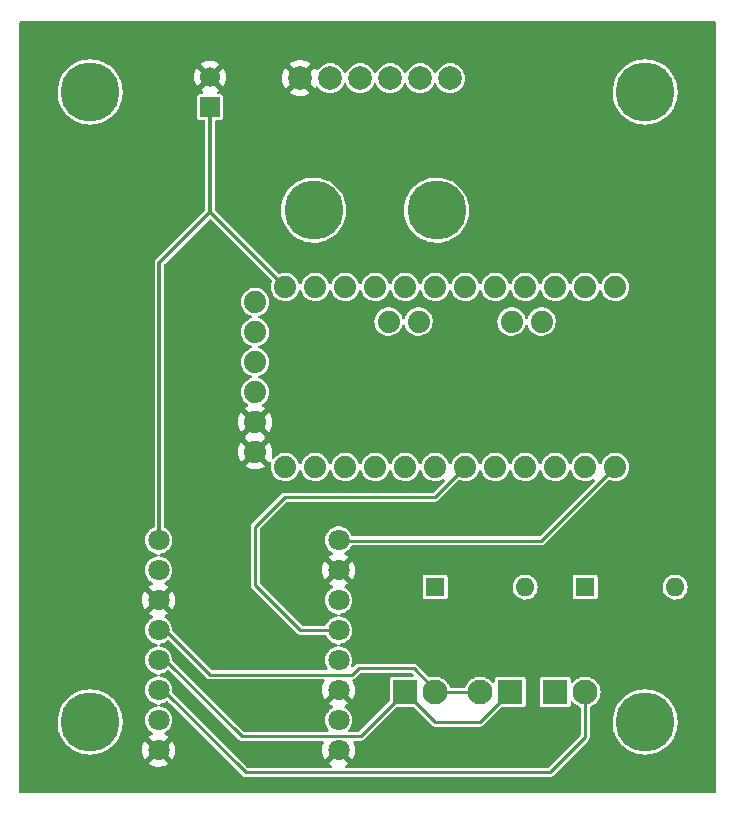
<source format=gbr>
%TF.GenerationSoftware,KiCad,Pcbnew,(6.0.1)*%
%TF.CreationDate,2022-05-15T10:58:49-07:00*%
%TF.ProjectId,BlackberryJam_pcb,426c6163-6b62-4657-9272-794a616d5f70,rev?*%
%TF.SameCoordinates,Original*%
%TF.FileFunction,Copper,L1,Top*%
%TF.FilePolarity,Positive*%
%FSLAX46Y46*%
G04 Gerber Fmt 4.6, Leading zero omitted, Abs format (unit mm)*
G04 Created by KiCad (PCBNEW (6.0.1)) date 2022-05-15 10:58:49*
%MOMM*%
%LPD*%
G01*
G04 APERTURE LIST*
%TA.AperFunction,ComponentPad*%
%ADD10C,1.800000*%
%TD*%
%TA.AperFunction,ComponentPad*%
%ADD11C,5.000000*%
%TD*%
%TA.AperFunction,ComponentPad*%
%ADD12C,2.000000*%
%TD*%
%TA.AperFunction,ComponentPad*%
%ADD13R,1.600000X1.600000*%
%TD*%
%TA.AperFunction,ComponentPad*%
%ADD14O,1.600000X1.600000*%
%TD*%
%TA.AperFunction,ComponentPad*%
%ADD15R,2.100000X2.100000*%
%TD*%
%TA.AperFunction,ComponentPad*%
%ADD16C,2.100000*%
%TD*%
%TA.AperFunction,ComponentPad*%
%ADD17R,1.700000X1.700000*%
%TD*%
%TA.AperFunction,ComponentPad*%
%ADD18C,1.700000*%
%TD*%
%TA.AperFunction,ComponentPad*%
%ADD19C,1.879600*%
%TD*%
%TA.AperFunction,Conductor*%
%ADD20C,0.250000*%
%TD*%
%TA.AperFunction,Conductor*%
%ADD21C,0.300000*%
%TD*%
G04 APERTURE END LIST*
D10*
%TO.P,U5,16,PWMA*%
%TO.N,D9 (PWM)*%
X27386691Y-44284319D03*
%TO.P,U5,15,AI2*%
%TO.N,GND*%
X27386691Y-46824319D03*
%TO.P,U5,14,AI1*%
%TO.N,D5*%
X27386691Y-49364319D03*
%TO.P,U5,13,STBY*%
%TO.N,D4*%
X27386691Y-51904319D03*
%TO.P,U5,12,BI1*%
%TO.N,D6*%
X27386691Y-54444319D03*
%TO.P,U5,11,BI2*%
%TO.N,GND*%
X27386691Y-56984319D03*
%TO.P,U5,10,PWMB*%
%TO.N,D10 (PWM)*%
X27386691Y-59524319D03*
%TO.P,U5,9,GND*%
%TO.N,GND*%
X27386691Y-62064319D03*
%TO.P,U5,8,GND*%
X12146691Y-62064319D03*
%TO.P,U5,7,B01*%
%TO.N,Net-(D2-Pad1)*%
X12146691Y-59524319D03*
%TO.P,U5,6,B02*%
%TO.N,Net-(D2-Pad2)*%
X12146691Y-56984319D03*
%TO.P,U5,5,A02*%
%TO.N,Net-(D1-Pad1)*%
X12146691Y-54444319D03*
%TO.P,U5,4,A01*%
%TO.N,Net-(D1-Pad2)*%
X12146691Y-51904319D03*
%TO.P,U5,3,GND*%
%TO.N,GND*%
X12146691Y-49364319D03*
%TO.P,U5,2,VCC*%
%TO.N,VCC (3.3V)*%
X12146691Y-46824319D03*
%TO.P,U5,1,VM*%
%TO.N,RAW (V_IN)*%
X12146691Y-44284319D03*
%TD*%
D11*
%TO.P,U4,*%
%TO.N,*%
X25280000Y-16350000D03*
X35680000Y-16350000D03*
D12*
%TO.P,U4,1,3.3V*%
%TO.N,VCC (3.3V)*%
X36830000Y-5174000D03*
%TO.P,U4,2,SDA*%
%TO.N,A4*%
X34290000Y-5174000D03*
%TO.P,U4,3,SCL*%
%TO.N,A5*%
X31750000Y-5174000D03*
%TO.P,U4,4,INT2*%
%TO.N,D3 (INT1)*%
X29210000Y-5174000D03*
%TO.P,U4,5,INT1*%
%TO.N,D2 (INT0)*%
X26670000Y-5174000D03*
%TO.P,U4,6,GND*%
%TO.N,GND*%
X24130000Y-5174000D03*
%TD*%
D13*
%TO.P,D1,1,K*%
%TO.N,Net-(D1-Pad1)*%
X35560000Y-48260000D03*
D14*
%TO.P,D1,2,A*%
%TO.N,Net-(D1-Pad2)*%
X43180000Y-48260000D03*
%TD*%
D15*
%TO.P,M2,1,+*%
%TO.N,Net-(D1-Pad1)*%
X33020000Y-57150000D03*
D16*
%TO.P,M2,2,-*%
%TO.N,Net-(D1-Pad2)*%
X35560000Y-57150000D03*
%TD*%
D11*
%TO.P,REF\u002A\u002A,*%
%TO.N,*%
X53340000Y-6350000D03*
%TD*%
D17*
%TO.P,U1,5,OUT+*%
%TO.N,RAW (V_IN)*%
X16510000Y-7620000D03*
D18*
%TO.P,U1,6,OUT-*%
%TO.N,GND*%
X16510000Y-5080000D03*
%TD*%
D15*
%TO.P,U3,1,+IN*%
%TO.N,Net-(D1-Pad1)*%
X41910000Y-57150000D03*
D16*
%TO.P,U3,2,-IN*%
%TO.N,Net-(D1-Pad2)*%
X39370000Y-57150000D03*
%TD*%
D19*
%TO.P,U2,JP1_1,DTR*%
%TO.N,unconnected-(U2-PadJP1_1)*%
X20320000Y-24130000D03*
%TO.P,U2,JP1_2,TXO*%
%TO.N,unconnected-(U2-PadJP1_2)*%
X20320000Y-26670000D03*
%TO.P,U2,JP1_3,RXI*%
%TO.N,unconnected-(U2-PadJP1_3)*%
X20320000Y-29210000D03*
%TO.P,U2,JP1_4,VCC*%
%TO.N,VCC (3.3V)*%
X20320000Y-31750000D03*
%TO.P,U2,JP1_5,GND*%
%TO.N,GND*%
X20320000Y-34290000D03*
%TO.P,U2,JP1_6,GND*%
X20320000Y-36830000D03*
%TO.P,U2,JP2_1,A4*%
%TO.N,A4*%
X34163000Y-25781000D03*
%TO.P,U2,JP2_2,A5*%
%TO.N,A5*%
X31623000Y-25781000D03*
%TO.P,U2,JP3_1,A6*%
%TO.N,unconnected-(U2-PadJP3_1)*%
X44577000Y-25781000D03*
%TO.P,U2,JP3_2,A7*%
%TO.N,unconnected-(U2-PadJP3_2)*%
X42037000Y-25781000D03*
%TO.P,U2,JP6_1,RAW*%
%TO.N,RAW (V_IN)*%
X22860000Y-22860000D03*
%TO.P,U2,JP6_2,GND_1*%
%TO.N,unconnected-(U2-PadJP6_2)*%
X25400000Y-22860000D03*
%TO.P,U2,JP6_3,RST_1*%
%TO.N,unconnected-(U2-PadJP6_3)*%
X27940000Y-22860000D03*
%TO.P,U2,JP6_4,VCC_1*%
%TO.N,unconnected-(U2-PadJP6_4)*%
X30480000Y-22860000D03*
%TO.P,U2,JP6_5,A3*%
%TO.N,unconnected-(U2-PadJP6_5)*%
X33020000Y-22860000D03*
%TO.P,U2,JP6_6,A2*%
%TO.N,unconnected-(U2-PadJP6_6)*%
X35560000Y-22860000D03*
%TO.P,U2,JP6_7,A1*%
%TO.N,unconnected-(U2-PadJP6_7)*%
X38100000Y-22860000D03*
%TO.P,U2,JP6_8,A0*%
%TO.N,unconnected-(U2-PadJP6_8)*%
X40640000Y-22860000D03*
%TO.P,U2,JP6_9,SCK*%
%TO.N,unconnected-(U2-PadJP6_9)*%
X43180000Y-22860000D03*
%TO.P,U2,JP6_10,MISO*%
%TO.N,unconnected-(U2-PadJP6_10)*%
X45720000Y-22860000D03*
%TO.P,U2,JP6_11,MOSI*%
%TO.N,unconnected-(U2-PadJP6_11)*%
X48260000Y-22860000D03*
%TO.P,U2,JP6_12,D10*%
%TO.N,D10 (PWM)*%
X50800000Y-22860000D03*
%TO.P,U2,JP7_1,D9*%
%TO.N,D9 (PWM)*%
X50800000Y-38100000D03*
%TO.P,U2,JP7_2,D8*%
%TO.N,unconnected-(U2-PadJP7_2)*%
X48260000Y-38100000D03*
%TO.P,U2,JP7_3,D7*%
%TO.N,unconnected-(U2-PadJP7_3)*%
X45720000Y-38100000D03*
%TO.P,U2,JP7_4,D6*%
%TO.N,D6*%
X43180000Y-38100000D03*
%TO.P,U2,JP7_5,D5*%
%TO.N,D5*%
X40640000Y-38100000D03*
%TO.P,U2,JP7_6,D4*%
%TO.N,D4*%
X38100000Y-38100000D03*
%TO.P,U2,JP7_7,D3*%
%TO.N,D3 (INT1)*%
X35560000Y-38100000D03*
%TO.P,U2,JP7_8,D2*%
%TO.N,D2 (INT0)*%
X33020000Y-38100000D03*
%TO.P,U2,JP7_9,GND_2*%
%TO.N,unconnected-(U2-PadJP7_9)*%
X30480000Y-38100000D03*
%TO.P,U2,JP7_10,RST_2*%
%TO.N,unconnected-(U2-PadJP7_10)*%
X27940000Y-38100000D03*
%TO.P,U2,JP7_11,RXI_2*%
%TO.N,unconnected-(U2-PadJP7_11)*%
X25400000Y-38100000D03*
%TO.P,U2,JP7_12,TXO_2*%
%TO.N,unconnected-(U2-PadJP7_12)*%
X22860000Y-38100000D03*
%TD*%
D11*
%TO.P,REF\u002A\u002A,*%
%TO.N,*%
X6350000Y-59690000D03*
%TD*%
%TO.P,REF\u002A\u002A,*%
%TO.N,*%
X6350000Y-6350000D03*
%TD*%
D13*
%TO.P,D2,1,K*%
%TO.N,Net-(D2-Pad1)*%
X48260000Y-48260000D03*
D14*
%TO.P,D2,2,A*%
%TO.N,Net-(D2-Pad2)*%
X55880000Y-48260000D03*
%TD*%
D11*
%TO.P,REF\u002A\u002A,*%
%TO.N,*%
X53340000Y-59690000D03*
%TD*%
D15*
%TO.P,M3,1,+*%
%TO.N,Net-(D2-Pad1)*%
X45720000Y-57150000D03*
D16*
%TO.P,M3,2,-*%
%TO.N,Net-(D2-Pad2)*%
X48260000Y-57150000D03*
%TD*%
D20*
%TO.N,Net-(D1-Pad2)*%
X29092704Y-55121492D02*
X33740514Y-55121492D01*
X28545366Y-55668830D02*
X29092704Y-55121492D01*
X16488830Y-55668830D02*
X28545366Y-55668830D01*
X12795000Y-51975000D02*
X16488830Y-55668830D01*
X33740514Y-55121492D02*
X35560000Y-56940978D01*
X35560000Y-56940978D02*
X35560000Y-57150000D01*
%TO.N,D4*%
X20320000Y-43180000D02*
X20320000Y-48070000D01*
X20320000Y-48070000D02*
X24154319Y-51904319D01*
X35560000Y-40640000D02*
X22860000Y-40640000D01*
X24154319Y-51904319D02*
X27386691Y-51904319D01*
X38100000Y-38100000D02*
X35560000Y-40640000D01*
X22860000Y-40640000D02*
X20320000Y-43180000D01*
%TO.N,D9 (PWM)*%
X27457372Y-44355000D02*
X27386691Y-44284319D01*
X44545000Y-44355000D02*
X27457372Y-44355000D01*
X50800000Y-38100000D02*
X44545000Y-44355000D01*
D21*
%TO.N,RAW (V_IN)*%
X12221184Y-20798816D02*
X12221184Y-43781184D01*
X12221184Y-43781184D02*
X12795000Y-44355000D01*
X16510000Y-16510000D02*
X12221184Y-20798816D01*
D20*
%TO.N,Net-(D1-Pad1)*%
X19173278Y-60893278D02*
X29276722Y-60893278D01*
X12795000Y-54515000D02*
X19173278Y-60893278D01*
X29276722Y-60893278D02*
X33020000Y-57150000D01*
%TO.N,Net-(D2-Pad2)*%
X45260178Y-63959822D02*
X48260000Y-60960000D01*
X19509822Y-63959822D02*
X45260178Y-63959822D01*
X48260000Y-60960000D02*
X48260000Y-57150000D01*
X12605000Y-57055000D02*
X19509822Y-63959822D01*
%TO.N,Net-(D1-Pad1)*%
X35560000Y-59690000D02*
X39370000Y-59690000D01*
X39370000Y-59690000D02*
X41910000Y-57150000D01*
X33020000Y-57150000D02*
X35560000Y-59690000D01*
%TO.N,Net-(D1-Pad2)*%
X35560000Y-57150000D02*
X39370000Y-57150000D01*
D21*
%TO.N,RAW (V_IN)*%
X22860000Y-22860000D02*
X16510000Y-16510000D01*
X16510000Y-7620000D02*
X16510000Y-16510000D01*
%TD*%
%TA.AperFunction,Conductor*%
%TO.N,GND*%
G36*
X59278121Y-374002D02*
G01*
X59324614Y-427658D01*
X59336000Y-480000D01*
X59336000Y-65560000D01*
X59315998Y-65628121D01*
X59262342Y-65674614D01*
X59210000Y-65686000D01*
X480000Y-65686000D01*
X411879Y-65665998D01*
X365386Y-65612342D01*
X354000Y-65560000D01*
X354000Y-63225725D01*
X11350114Y-63225725D01*
X11355395Y-63232780D01*
X11531771Y-63335846D01*
X11541054Y-63340293D01*
X11747694Y-63419202D01*
X11757592Y-63422078D01*
X11974344Y-63466176D01*
X11984574Y-63467395D01*
X12205605Y-63475501D01*
X12215914Y-63475033D01*
X12435314Y-63446927D01*
X12445379Y-63444787D01*
X12657248Y-63381224D01*
X12666843Y-63377463D01*
X12865469Y-63280157D01*
X12874327Y-63274878D01*
X12931788Y-63233891D01*
X12940188Y-63223193D01*
X12933201Y-63210040D01*
X12159502Y-62436340D01*
X12145559Y-62428727D01*
X12143725Y-62428858D01*
X12137111Y-62433109D01*
X11356871Y-63213350D01*
X11350114Y-63225725D01*
X354000Y-63225725D01*
X354000Y-59661103D01*
X3590616Y-59661103D01*
X3590805Y-59664895D01*
X3606524Y-59980638D01*
X3607130Y-59992816D01*
X3607771Y-59996547D01*
X3607772Y-59996555D01*
X3661153Y-60307209D01*
X3663375Y-60320142D01*
X3664463Y-60323781D01*
X3664464Y-60323784D01*
X3755151Y-60627018D01*
X3758537Y-60638341D01*
X3760050Y-60641812D01*
X3760052Y-60641818D01*
X3816234Y-60770720D01*
X3891236Y-60942803D01*
X3893159Y-60946074D01*
X3893161Y-60946078D01*
X4057629Y-61225847D01*
X4057634Y-61225855D01*
X4059552Y-61229117D01*
X4261046Y-61493137D01*
X4263694Y-61495856D01*
X4263699Y-61495861D01*
X4490152Y-61728322D01*
X4492798Y-61731038D01*
X4495742Y-61733409D01*
X4495745Y-61733412D01*
X4626487Y-61838719D01*
X4751453Y-61939374D01*
X5033264Y-62115127D01*
X5334147Y-62255751D01*
X5337757Y-62256934D01*
X5337756Y-62256934D01*
X5645311Y-62357755D01*
X5649746Y-62359209D01*
X5975488Y-62424003D01*
X5979261Y-62424290D01*
X5979268Y-62424291D01*
X6302878Y-62448908D01*
X6302883Y-62448908D01*
X6306655Y-62449195D01*
X6638450Y-62434418D01*
X6966067Y-62379888D01*
X6969701Y-62378822D01*
X6969705Y-62378821D01*
X7111975Y-62337083D01*
X7284759Y-62286393D01*
X7589912Y-62155290D01*
X7797079Y-62034957D01*
X10734584Y-62034957D01*
X10747318Y-62255787D01*
X10748752Y-62265989D01*
X10797376Y-62481758D01*
X10800464Y-62491611D01*
X10883677Y-62696539D01*
X10888325Y-62705740D01*
X10976788Y-62850100D01*
X10987244Y-62859561D01*
X10996022Y-62855777D01*
X11774670Y-62077130D01*
X11781047Y-62065451D01*
X12511099Y-62065451D01*
X12511230Y-62067285D01*
X12515481Y-62073899D01*
X13292998Y-62851415D01*
X13305004Y-62857971D01*
X13316743Y-62849003D01*
X13354701Y-62796178D01*
X13360012Y-62787339D01*
X13458009Y-62589056D01*
X13461808Y-62579461D01*
X13526106Y-62367836D01*
X13528285Y-62357755D01*
X13557393Y-62136657D01*
X13557912Y-62129982D01*
X13559435Y-62067683D01*
X13559241Y-62060965D01*
X13540970Y-61838719D01*
X13539287Y-61828557D01*
X13485401Y-61614027D01*
X13482080Y-61604272D01*
X13393884Y-61401437D01*
X13389006Y-61392339D01*
X13315915Y-61279357D01*
X13305229Y-61270154D01*
X13295664Y-61274557D01*
X12518712Y-62051508D01*
X12511099Y-62065451D01*
X11781047Y-62065451D01*
X11782283Y-62063187D01*
X11782152Y-62061353D01*
X11777901Y-62054739D01*
X11000553Y-61277392D01*
X10989021Y-61271095D01*
X10976739Y-61280718D01*
X10921158Y-61362196D01*
X10916070Y-61371152D01*
X10822943Y-61571778D01*
X10819380Y-61581465D01*
X10760272Y-61794599D01*
X10758341Y-61804719D01*
X10734836Y-62024668D01*
X10734584Y-62034957D01*
X7797079Y-62034957D01*
X7877103Y-61988475D01*
X8142175Y-61788367D01*
X8381286Y-61557863D01*
X8431764Y-61495861D01*
X8588582Y-61303239D01*
X8588583Y-61303238D01*
X8590973Y-61300302D01*
X8603330Y-61280718D01*
X8766176Y-61022623D01*
X8766179Y-61022617D01*
X8768199Y-61019416D01*
X8895548Y-60750616D01*
X8908772Y-60722703D01*
X8910397Y-60719273D01*
X9015506Y-60404220D01*
X9082005Y-60078822D01*
X9108930Y-59747791D01*
X9109535Y-59690000D01*
X9102982Y-59581291D01*
X9097718Y-59493968D01*
X10987642Y-59493968D01*
X11001520Y-59705696D01*
X11053749Y-59911350D01*
X11142581Y-60104042D01*
X11265041Y-60277319D01*
X11417028Y-60425378D01*
X11421824Y-60428583D01*
X11421827Y-60428585D01*
X11493015Y-60476151D01*
X11593451Y-60543260D01*
X11595072Y-60543956D01*
X11644467Y-60593120D01*
X11659722Y-60662459D01*
X11635068Y-60729037D01*
X11592202Y-60765529D01*
X11398416Y-60866408D01*
X11389698Y-60871897D01*
X11360652Y-60893705D01*
X11352199Y-60905030D01*
X11358942Y-60917359D01*
X12133880Y-61692298D01*
X12147823Y-61699911D01*
X12149657Y-61699780D01*
X12156271Y-61695529D01*
X12935685Y-60916114D01*
X12942702Y-60903263D01*
X12934928Y-60892593D01*
X12932593Y-60890749D01*
X12924011Y-60885048D01*
X12730369Y-60778152D01*
X12720960Y-60773923D01*
X12711914Y-60770720D01*
X12654377Y-60729127D01*
X12628460Y-60663030D01*
X12642393Y-60593413D01*
X12692403Y-60542015D01*
X12803408Y-60479849D01*
X12966543Y-60344171D01*
X13102221Y-60181036D01*
X13105045Y-60175993D01*
X13105048Y-60175989D01*
X13203074Y-60000951D01*
X13203075Y-60000949D01*
X13205898Y-59995908D01*
X13274101Y-59794986D01*
X13286236Y-59711298D01*
X13304015Y-59588674D01*
X13304548Y-59585000D01*
X13306137Y-59524319D01*
X13290556Y-59354754D01*
X13287251Y-59318781D01*
X13287250Y-59318778D01*
X13286722Y-59313027D01*
X13280369Y-59290498D01*
X13230695Y-59114370D01*
X13230694Y-59114368D01*
X13229127Y-59108811D01*
X13189349Y-59028148D01*
X13137836Y-58923691D01*
X13135281Y-58918510D01*
X13008327Y-58748498D01*
X12984215Y-58726209D01*
X12856757Y-58608388D01*
X12856754Y-58608386D01*
X12852517Y-58604469D01*
X12673068Y-58491245D01*
X12475991Y-58412619D01*
X12470334Y-58411494D01*
X12470328Y-58411492D01*
X12295537Y-58376725D01*
X12232627Y-58343818D01*
X12197495Y-58282123D01*
X12201295Y-58211228D01*
X12242820Y-58153642D01*
X12302038Y-58128450D01*
X12411644Y-58112558D01*
X12411649Y-58112557D01*
X12417358Y-58111729D01*
X12422822Y-58109874D01*
X12422827Y-58109873D01*
X12515931Y-58078268D01*
X12618280Y-58043526D01*
X12803408Y-57939849D01*
X12806114Y-57937598D01*
X12872886Y-57915727D01*
X12941593Y-57933613D01*
X12965878Y-57952572D01*
X19203344Y-64190038D01*
X19218486Y-64208786D01*
X19219601Y-64210011D01*
X19225251Y-64218762D01*
X19233429Y-64225209D01*
X19233431Y-64225211D01*
X19251622Y-64239551D01*
X19256063Y-64243497D01*
X19256125Y-64243424D01*
X19260089Y-64246783D01*
X19263766Y-64250460D01*
X19279514Y-64261714D01*
X19284184Y-64265220D01*
X19324469Y-64296978D01*
X19333103Y-64300010D01*
X19340556Y-64305336D01*
X19389672Y-64320025D01*
X19395314Y-64321858D01*
X19436021Y-64336153D01*
X19443673Y-64338840D01*
X19449238Y-64339322D01*
X19451946Y-64339322D01*
X19454580Y-64339436D01*
X19454678Y-64339465D01*
X19454671Y-64339629D01*
X19455375Y-64339673D01*
X19461600Y-64341535D01*
X19515457Y-64339419D01*
X19520404Y-64339322D01*
X45206258Y-64339322D01*
X45230206Y-64341871D01*
X45231871Y-64341950D01*
X45242054Y-64344142D01*
X45252395Y-64342918D01*
X45275401Y-64340195D01*
X45281332Y-64339845D01*
X45281324Y-64339750D01*
X45286502Y-64339322D01*
X45291702Y-64339322D01*
X45296831Y-64338468D01*
X45296834Y-64338468D01*
X45310743Y-64336153D01*
X45316621Y-64335316D01*
X45357179Y-64330516D01*
X45357180Y-64330516D01*
X45367519Y-64329292D01*
X45375771Y-64325329D01*
X45384804Y-64323826D01*
X45393973Y-64318879D01*
X45393975Y-64318878D01*
X45429910Y-64299488D01*
X45435203Y-64296791D01*
X45474260Y-64278037D01*
X45474264Y-64278034D01*
X45481410Y-64274603D01*
X45485686Y-64271008D01*
X45487609Y-64269085D01*
X45489541Y-64267313D01*
X45489620Y-64267270D01*
X45489733Y-64267394D01*
X45490273Y-64266918D01*
X45495992Y-64263832D01*
X45532595Y-64224235D01*
X45536024Y-64220670D01*
X48490216Y-61266478D01*
X48508964Y-61251336D01*
X48510189Y-61250221D01*
X48518940Y-61244571D01*
X48525387Y-61236393D01*
X48525389Y-61236391D01*
X48539729Y-61218200D01*
X48543675Y-61213759D01*
X48543602Y-61213697D01*
X48546961Y-61209733D01*
X48550638Y-61206056D01*
X48561892Y-61190308D01*
X48565398Y-61185638D01*
X48597156Y-61145353D01*
X48600188Y-61136719D01*
X48605514Y-61129266D01*
X48620203Y-61080150D01*
X48622036Y-61074508D01*
X48636390Y-61033633D01*
X48636390Y-61033632D01*
X48639018Y-61026149D01*
X48639500Y-61020584D01*
X48639500Y-61017876D01*
X48639614Y-61015242D01*
X48639643Y-61015144D01*
X48639807Y-61015151D01*
X48639851Y-61014447D01*
X48641713Y-61008222D01*
X48639597Y-60954365D01*
X48639500Y-60949418D01*
X48639500Y-59661103D01*
X50580616Y-59661103D01*
X50580805Y-59664895D01*
X50596524Y-59980638D01*
X50597130Y-59992816D01*
X50597771Y-59996547D01*
X50597772Y-59996555D01*
X50651153Y-60307209D01*
X50653375Y-60320142D01*
X50654463Y-60323781D01*
X50654464Y-60323784D01*
X50745151Y-60627018D01*
X50748537Y-60638341D01*
X50750050Y-60641812D01*
X50750052Y-60641818D01*
X50806234Y-60770720D01*
X50881236Y-60942803D01*
X50883159Y-60946074D01*
X50883161Y-60946078D01*
X51047629Y-61225847D01*
X51047634Y-61225855D01*
X51049552Y-61229117D01*
X51251046Y-61493137D01*
X51253694Y-61495856D01*
X51253699Y-61495861D01*
X51480152Y-61728322D01*
X51482798Y-61731038D01*
X51485742Y-61733409D01*
X51485745Y-61733412D01*
X51616487Y-61838719D01*
X51741453Y-61939374D01*
X52023264Y-62115127D01*
X52324147Y-62255751D01*
X52327757Y-62256934D01*
X52327756Y-62256934D01*
X52635311Y-62357755D01*
X52639746Y-62359209D01*
X52965488Y-62424003D01*
X52969261Y-62424290D01*
X52969268Y-62424291D01*
X53292878Y-62448908D01*
X53292883Y-62448908D01*
X53296655Y-62449195D01*
X53628450Y-62434418D01*
X53956067Y-62379888D01*
X53959701Y-62378822D01*
X53959705Y-62378821D01*
X54101975Y-62337083D01*
X54274759Y-62286393D01*
X54579912Y-62155290D01*
X54867103Y-61988475D01*
X55132175Y-61788367D01*
X55371286Y-61557863D01*
X55421764Y-61495861D01*
X55578582Y-61303239D01*
X55578583Y-61303238D01*
X55580973Y-61300302D01*
X55593330Y-61280718D01*
X55756176Y-61022623D01*
X55756179Y-61022617D01*
X55758199Y-61019416D01*
X55885548Y-60750616D01*
X55898772Y-60722703D01*
X55900397Y-60719273D01*
X56005506Y-60404220D01*
X56072005Y-60078822D01*
X56098930Y-59747791D01*
X56099535Y-59690000D01*
X56092982Y-59581291D01*
X56079777Y-59362256D01*
X56079777Y-59362252D01*
X56079549Y-59358478D01*
X56078869Y-59354754D01*
X56020559Y-59035481D01*
X56020558Y-59035477D01*
X56019879Y-59031759D01*
X56011177Y-59003732D01*
X55933360Y-58753122D01*
X55921391Y-58714574D01*
X55910913Y-58691203D01*
X55839431Y-58531778D01*
X55785510Y-58411518D01*
X55614205Y-58126982D01*
X55611878Y-58123998D01*
X55611873Y-58123991D01*
X55412294Y-57868082D01*
X55412292Y-57868079D01*
X55409958Y-57865087D01*
X55175726Y-57629626D01*
X55159126Y-57616539D01*
X54917885Y-57426360D01*
X54914904Y-57424010D01*
X54631269Y-57251218D01*
X54420694Y-57155475D01*
X54332381Y-57115321D01*
X54332373Y-57115318D01*
X54328929Y-57113752D01*
X54012264Y-57013604D01*
X53856531Y-56984319D01*
X53689585Y-56952925D01*
X53689580Y-56952924D01*
X53685861Y-56952225D01*
X53354449Y-56930503D01*
X53350669Y-56930711D01*
X53350668Y-56930711D01*
X53255655Y-56935940D01*
X53022827Y-56948753D01*
X53019100Y-56949414D01*
X53019096Y-56949414D01*
X52822146Y-56984319D01*
X52695799Y-57006711D01*
X52692174Y-57007816D01*
X52692169Y-57007817D01*
X52445671Y-57082945D01*
X52378103Y-57103538D01*
X52074341Y-57237830D01*
X51788911Y-57407642D01*
X51785910Y-57409957D01*
X51785906Y-57409960D01*
X51657460Y-57509056D01*
X51525950Y-57610515D01*
X51523249Y-57613174D01*
X51523242Y-57613180D01*
X51324070Y-57809249D01*
X51289266Y-57843511D01*
X51286902Y-57846478D01*
X51286899Y-57846481D01*
X51117176Y-58059470D01*
X51082287Y-58103253D01*
X50908012Y-58385980D01*
X50768965Y-58687596D01*
X50667161Y-59003732D01*
X50666442Y-59007448D01*
X50666440Y-59007456D01*
X50606206Y-59318781D01*
X50604073Y-59329808D01*
X50603806Y-59333584D01*
X50603805Y-59333589D01*
X50586267Y-59581291D01*
X50580616Y-59661103D01*
X48639500Y-59661103D01*
X48639500Y-58492665D01*
X48659502Y-58424544D01*
X48712250Y-58378470D01*
X48909755Y-58286372D01*
X48909760Y-58286369D01*
X48914742Y-58284046D01*
X49101719Y-58153122D01*
X49263122Y-57991719D01*
X49303809Y-57933613D01*
X49320743Y-57909428D01*
X49394046Y-57804741D01*
X49396369Y-57799759D01*
X49396372Y-57799754D01*
X49488189Y-57602852D01*
X49488190Y-57602850D01*
X49490512Y-57597870D01*
X49495501Y-57579253D01*
X49548165Y-57382704D01*
X49548165Y-57382703D01*
X49549589Y-57377389D01*
X49569483Y-57150000D01*
X49549589Y-56922611D01*
X49548165Y-56917296D01*
X49491935Y-56707440D01*
X49491934Y-56707438D01*
X49490512Y-56702130D01*
X49488189Y-56697148D01*
X49396372Y-56500246D01*
X49396369Y-56500241D01*
X49394046Y-56495259D01*
X49302444Y-56364438D01*
X49266281Y-56312792D01*
X49266279Y-56312789D01*
X49263122Y-56308281D01*
X49101719Y-56146878D01*
X48914742Y-56015954D01*
X48909760Y-56013631D01*
X48909755Y-56013628D01*
X48712852Y-55921811D01*
X48712851Y-55921810D01*
X48707870Y-55919488D01*
X48702562Y-55918066D01*
X48702560Y-55918065D01*
X48492704Y-55861835D01*
X48492703Y-55861835D01*
X48487389Y-55860411D01*
X48260000Y-55840517D01*
X48032611Y-55860411D01*
X48027297Y-55861835D01*
X48027296Y-55861835D01*
X47817440Y-55918065D01*
X47817438Y-55918066D01*
X47812130Y-55919488D01*
X47807150Y-55921810D01*
X47807148Y-55921811D01*
X47610246Y-56013628D01*
X47610241Y-56013631D01*
X47605259Y-56015954D01*
X47418281Y-56146878D01*
X47256878Y-56308281D01*
X47253721Y-56312790D01*
X47253714Y-56312798D01*
X47253708Y-56312807D01*
X47253704Y-56312810D01*
X47250184Y-56317005D01*
X47249341Y-56316297D01*
X47198249Y-56357133D01*
X47127629Y-56364438D01*
X47064270Y-56332404D01*
X47028289Y-56271201D01*
X47024499Y-56240531D01*
X47024499Y-56074934D01*
X47016576Y-56035098D01*
X47012156Y-56012874D01*
X47012155Y-56012871D01*
X47009734Y-56000699D01*
X46995378Y-55979213D01*
X46960377Y-55926832D01*
X46953484Y-55916516D01*
X46869301Y-55860266D01*
X46795067Y-55845500D01*
X45720174Y-55845500D01*
X44644934Y-55845501D01*
X44609182Y-55852612D01*
X44582874Y-55857844D01*
X44582872Y-55857845D01*
X44570699Y-55860266D01*
X44560379Y-55867161D01*
X44560378Y-55867162D01*
X44549009Y-55874759D01*
X44486516Y-55916516D01*
X44430266Y-56000699D01*
X44415500Y-56074933D01*
X44415501Y-58225066D01*
X44421623Y-58255846D01*
X44427232Y-58284046D01*
X44430266Y-58299301D01*
X44437161Y-58309620D01*
X44437162Y-58309622D01*
X44460012Y-58343818D01*
X44486516Y-58383484D01*
X44570699Y-58439734D01*
X44644933Y-58454500D01*
X45719826Y-58454500D01*
X46795066Y-58454499D01*
X46830818Y-58447388D01*
X46857126Y-58442156D01*
X46857128Y-58442155D01*
X46869301Y-58439734D01*
X46879621Y-58432839D01*
X46879622Y-58432838D01*
X46943168Y-58390377D01*
X46953484Y-58383484D01*
X47009734Y-58299301D01*
X47024500Y-58225067D01*
X47024500Y-58059470D01*
X47044502Y-57991349D01*
X47098158Y-57944856D01*
X47168432Y-57934752D01*
X47233012Y-57964246D01*
X47250035Y-57983120D01*
X47250184Y-57982995D01*
X47253697Y-57987182D01*
X47253712Y-57987198D01*
X47256878Y-57991719D01*
X47418281Y-58153122D01*
X47605258Y-58284046D01*
X47610240Y-58286369D01*
X47610245Y-58286372D01*
X47807750Y-58378470D01*
X47861035Y-58425387D01*
X47880500Y-58492665D01*
X47880500Y-60750616D01*
X47860498Y-60818737D01*
X47843595Y-60839711D01*
X45139889Y-63543417D01*
X45077577Y-63577443D01*
X45050794Y-63580322D01*
X28036357Y-63580322D01*
X27968236Y-63560320D01*
X27921743Y-63506664D01*
X27911639Y-63436390D01*
X27941133Y-63371810D01*
X27980925Y-63341171D01*
X28105469Y-63280157D01*
X28114327Y-63274878D01*
X28171788Y-63233891D01*
X28180188Y-63223193D01*
X28173201Y-63210040D01*
X27399502Y-62436340D01*
X27385559Y-62428727D01*
X27383725Y-62428858D01*
X27377111Y-62433109D01*
X26596871Y-63213350D01*
X26590114Y-63225725D01*
X26595395Y-63232780D01*
X26771765Y-63335843D01*
X26781883Y-63340690D01*
X26834675Y-63388162D01*
X26853421Y-63456639D01*
X26832169Y-63524380D01*
X26777668Y-63569879D01*
X26727442Y-63580322D01*
X19719206Y-63580322D01*
X19651085Y-63560320D01*
X19630111Y-63543417D01*
X13327324Y-57240630D01*
X13293298Y-57178318D01*
X13291723Y-57133455D01*
X13302858Y-57056657D01*
X13304548Y-57045000D01*
X13306137Y-56984319D01*
X13286722Y-56773027D01*
X13280369Y-56750498D01*
X13230695Y-56574370D01*
X13230694Y-56574368D01*
X13229127Y-56568811D01*
X13211974Y-56534027D01*
X13137836Y-56383691D01*
X13135281Y-56378510D01*
X13086221Y-56312810D01*
X13011780Y-56213122D01*
X13011779Y-56213121D01*
X13008327Y-56208498D01*
X12984215Y-56186209D01*
X12856757Y-56068388D01*
X12856754Y-56068386D01*
X12852517Y-56064469D01*
X12673068Y-55951245D01*
X12475991Y-55872619D01*
X12470334Y-55871494D01*
X12470328Y-55871492D01*
X12295537Y-55836725D01*
X12232627Y-55803818D01*
X12197495Y-55742123D01*
X12201295Y-55671228D01*
X12242820Y-55613642D01*
X12302038Y-55588450D01*
X12411644Y-55572558D01*
X12411649Y-55572557D01*
X12417358Y-55571729D01*
X12422822Y-55569874D01*
X12422827Y-55569873D01*
X12566820Y-55520994D01*
X12618280Y-55503526D01*
X12695912Y-55460050D01*
X12798361Y-55402676D01*
X12798365Y-55402673D01*
X12803408Y-55399849D01*
X12834442Y-55374038D01*
X12900511Y-55319090D01*
X12965675Y-55290909D01*
X13035731Y-55302433D01*
X13070175Y-55326869D01*
X18866800Y-61123494D01*
X18881942Y-61142242D01*
X18883057Y-61143467D01*
X18888707Y-61152218D01*
X18896885Y-61158665D01*
X18896887Y-61158667D01*
X18915078Y-61173007D01*
X18919522Y-61176956D01*
X18919584Y-61176882D01*
X18923541Y-61180235D01*
X18927222Y-61183916D01*
X18942932Y-61195143D01*
X18947658Y-61198691D01*
X18987925Y-61230434D01*
X18996562Y-61233467D01*
X19004012Y-61238791D01*
X19013988Y-61241775D01*
X19013989Y-61241775D01*
X19023338Y-61244571D01*
X19053127Y-61253480D01*
X19058764Y-61255312D01*
X19099477Y-61269609D01*
X19107129Y-61272296D01*
X19112694Y-61272778D01*
X19115402Y-61272778D01*
X19118036Y-61272892D01*
X19118134Y-61272921D01*
X19118127Y-61273085D01*
X19118831Y-61273129D01*
X19125056Y-61274991D01*
X19178913Y-61272875D01*
X19183860Y-61272778D01*
X26004334Y-61272778D01*
X26072455Y-61292780D01*
X26118948Y-61346436D01*
X26129052Y-61416710D01*
X26118622Y-61451828D01*
X26062943Y-61571778D01*
X26059380Y-61581465D01*
X26000272Y-61794599D01*
X25998341Y-61804719D01*
X25974836Y-62024668D01*
X25974584Y-62034957D01*
X25987318Y-62255787D01*
X25988752Y-62265989D01*
X26037376Y-62481758D01*
X26040464Y-62491611D01*
X26123677Y-62696539D01*
X26128325Y-62705740D01*
X26216788Y-62850100D01*
X26227244Y-62859561D01*
X26236022Y-62855777D01*
X27297596Y-61794204D01*
X27359908Y-61760178D01*
X27430724Y-61765243D01*
X27475786Y-61794204D01*
X28532994Y-62851411D01*
X28545005Y-62857970D01*
X28556743Y-62849003D01*
X28594701Y-62796178D01*
X28600012Y-62787339D01*
X28698009Y-62589056D01*
X28701808Y-62579461D01*
X28766106Y-62367836D01*
X28768285Y-62357755D01*
X28797393Y-62136657D01*
X28797912Y-62129982D01*
X28799435Y-62067683D01*
X28799241Y-62060965D01*
X28780970Y-61838719D01*
X28779287Y-61828557D01*
X28725401Y-61614027D01*
X28722082Y-61604278D01*
X28654574Y-61449020D01*
X28645754Y-61378574D01*
X28676421Y-61314542D01*
X28736837Y-61277254D01*
X28770124Y-61272778D01*
X29222802Y-61272778D01*
X29246750Y-61275327D01*
X29248415Y-61275406D01*
X29258598Y-61277598D01*
X29268939Y-61276374D01*
X29284291Y-61274557D01*
X29291945Y-61273651D01*
X29297876Y-61273301D01*
X29297868Y-61273206D01*
X29303046Y-61272778D01*
X29308246Y-61272778D01*
X29313375Y-61271924D01*
X29313378Y-61271924D01*
X29327287Y-61269609D01*
X29333165Y-61268772D01*
X29373723Y-61263972D01*
X29373724Y-61263972D01*
X29384063Y-61262748D01*
X29392315Y-61258785D01*
X29401348Y-61257282D01*
X29410517Y-61252335D01*
X29410519Y-61252334D01*
X29446454Y-61232944D01*
X29451747Y-61230247D01*
X29490804Y-61211493D01*
X29490808Y-61211490D01*
X29497954Y-61208059D01*
X29502230Y-61204464D01*
X29504153Y-61202541D01*
X29506085Y-61200769D01*
X29506164Y-61200726D01*
X29506277Y-61200850D01*
X29506817Y-61200374D01*
X29512536Y-61197288D01*
X29549139Y-61157691D01*
X29552568Y-61154126D01*
X32215289Y-58491405D01*
X32277601Y-58457379D01*
X32304384Y-58454500D01*
X33020000Y-58454500D01*
X33735615Y-58454499D01*
X33803736Y-58474501D01*
X33824710Y-58491404D01*
X35253524Y-59920219D01*
X35268661Y-59938961D01*
X35269779Y-59940190D01*
X35275429Y-59948940D01*
X35283607Y-59955387D01*
X35301799Y-59969728D01*
X35306241Y-59973676D01*
X35306303Y-59973603D01*
X35310268Y-59976963D01*
X35313943Y-59980638D01*
X35318165Y-59983655D01*
X35318171Y-59983660D01*
X35329650Y-59991862D01*
X35334399Y-59995428D01*
X35374647Y-60027156D01*
X35383284Y-60030189D01*
X35390734Y-60035513D01*
X35400710Y-60038497D01*
X35400711Y-60038497D01*
X35416046Y-60043083D01*
X35439849Y-60050202D01*
X35445486Y-60052034D01*
X35486199Y-60066331D01*
X35493851Y-60069018D01*
X35499416Y-60069500D01*
X35502124Y-60069500D01*
X35504758Y-60069614D01*
X35504856Y-60069643D01*
X35504849Y-60069807D01*
X35505553Y-60069851D01*
X35511778Y-60071713D01*
X35565635Y-60069597D01*
X35570582Y-60069500D01*
X39316080Y-60069500D01*
X39340028Y-60072049D01*
X39341693Y-60072128D01*
X39351876Y-60074320D01*
X39362217Y-60073096D01*
X39385223Y-60070373D01*
X39391154Y-60070023D01*
X39391146Y-60069928D01*
X39396324Y-60069500D01*
X39401524Y-60069500D01*
X39406653Y-60068646D01*
X39406656Y-60068646D01*
X39420565Y-60066331D01*
X39426443Y-60065494D01*
X39467001Y-60060694D01*
X39467002Y-60060694D01*
X39477341Y-60059470D01*
X39485593Y-60055507D01*
X39494626Y-60054004D01*
X39503795Y-60049057D01*
X39503797Y-60049056D01*
X39539732Y-60029666D01*
X39545025Y-60026969D01*
X39584082Y-60008215D01*
X39584086Y-60008212D01*
X39591232Y-60004781D01*
X39595508Y-60001186D01*
X39597431Y-59999263D01*
X39599363Y-59997491D01*
X39599442Y-59997448D01*
X39599555Y-59997572D01*
X39600095Y-59997096D01*
X39605814Y-59994010D01*
X39624012Y-59974324D01*
X39642416Y-59954414D01*
X39645846Y-59950848D01*
X41105290Y-58491405D01*
X41167602Y-58457379D01*
X41194385Y-58454500D01*
X42789696Y-58454499D01*
X42985066Y-58454499D01*
X43020818Y-58447388D01*
X43047126Y-58442156D01*
X43047128Y-58442155D01*
X43059301Y-58439734D01*
X43069621Y-58432839D01*
X43069622Y-58432838D01*
X43133168Y-58390377D01*
X43143484Y-58383484D01*
X43199734Y-58299301D01*
X43214500Y-58225067D01*
X43214499Y-56074934D01*
X43206576Y-56035098D01*
X43202156Y-56012874D01*
X43202155Y-56012871D01*
X43199734Y-56000699D01*
X43185378Y-55979213D01*
X43150377Y-55926832D01*
X43143484Y-55916516D01*
X43059301Y-55860266D01*
X42985067Y-55845500D01*
X41910174Y-55845500D01*
X40834934Y-55845501D01*
X40799182Y-55852612D01*
X40772874Y-55857844D01*
X40772872Y-55857845D01*
X40760699Y-55860266D01*
X40750379Y-55867161D01*
X40750378Y-55867162D01*
X40739009Y-55874759D01*
X40676516Y-55916516D01*
X40620266Y-56000699D01*
X40605500Y-56074933D01*
X40605500Y-56240530D01*
X40585498Y-56308651D01*
X40531842Y-56355144D01*
X40461568Y-56365248D01*
X40396988Y-56335754D01*
X40379965Y-56316880D01*
X40379816Y-56317005D01*
X40376293Y-56312807D01*
X40376288Y-56312802D01*
X40376283Y-56312795D01*
X40376281Y-56312793D01*
X40373122Y-56308281D01*
X40211719Y-56146878D01*
X40024742Y-56015954D01*
X40019760Y-56013631D01*
X40019755Y-56013628D01*
X39822852Y-55921811D01*
X39822851Y-55921810D01*
X39817870Y-55919488D01*
X39812562Y-55918066D01*
X39812560Y-55918065D01*
X39602704Y-55861835D01*
X39602703Y-55861835D01*
X39597389Y-55860411D01*
X39370000Y-55840517D01*
X39142611Y-55860411D01*
X39137297Y-55861835D01*
X39137296Y-55861835D01*
X38927440Y-55918065D01*
X38927438Y-55918066D01*
X38922130Y-55919488D01*
X38917150Y-55921810D01*
X38917148Y-55921811D01*
X38720246Y-56013628D01*
X38720241Y-56013631D01*
X38715259Y-56015954D01*
X38528281Y-56146878D01*
X38366878Y-56308281D01*
X38363721Y-56312789D01*
X38363719Y-56312792D01*
X38327556Y-56364438D01*
X38235954Y-56495259D01*
X38233631Y-56500241D01*
X38233628Y-56500246D01*
X38141530Y-56697750D01*
X38094612Y-56751035D01*
X38027335Y-56770500D01*
X36902665Y-56770500D01*
X36834544Y-56750498D01*
X36788470Y-56697750D01*
X36696372Y-56500246D01*
X36696369Y-56500241D01*
X36694046Y-56495259D01*
X36602444Y-56364438D01*
X36566281Y-56312792D01*
X36566279Y-56312789D01*
X36563122Y-56308281D01*
X36401719Y-56146878D01*
X36214742Y-56015954D01*
X36209760Y-56013631D01*
X36209755Y-56013628D01*
X36012852Y-55921811D01*
X36012851Y-55921810D01*
X36007870Y-55919488D01*
X36002562Y-55918066D01*
X36002560Y-55918065D01*
X35792704Y-55861835D01*
X35792703Y-55861835D01*
X35787389Y-55860411D01*
X35560000Y-55840517D01*
X35332611Y-55860411D01*
X35327297Y-55861835D01*
X35327296Y-55861835D01*
X35291256Y-55871492D01*
X35153273Y-55908464D01*
X35082298Y-55906774D01*
X35031568Y-55875852D01*
X34046992Y-54891276D01*
X34031850Y-54872528D01*
X34030735Y-54871303D01*
X34025085Y-54862552D01*
X34016907Y-54856105D01*
X34016905Y-54856103D01*
X33998714Y-54841763D01*
X33994273Y-54837817D01*
X33994211Y-54837890D01*
X33990247Y-54834531D01*
X33986570Y-54830854D01*
X33970822Y-54819600D01*
X33966152Y-54816094D01*
X33925867Y-54784336D01*
X33917233Y-54781304D01*
X33909780Y-54775978D01*
X33860664Y-54761289D01*
X33855022Y-54759456D01*
X33814147Y-54745102D01*
X33814146Y-54745102D01*
X33806663Y-54742474D01*
X33801098Y-54741992D01*
X33798390Y-54741992D01*
X33795756Y-54741878D01*
X33795658Y-54741849D01*
X33795665Y-54741685D01*
X33794961Y-54741641D01*
X33788736Y-54739779D01*
X33734879Y-54741895D01*
X33729932Y-54741992D01*
X29146624Y-54741992D01*
X29122676Y-54739443D01*
X29121011Y-54739364D01*
X29110828Y-54737172D01*
X29100487Y-54738396D01*
X29077481Y-54741119D01*
X29071550Y-54741469D01*
X29071558Y-54741564D01*
X29066380Y-54741992D01*
X29061180Y-54741992D01*
X29056051Y-54742846D01*
X29056048Y-54742846D01*
X29042139Y-54745161D01*
X29036261Y-54745998D01*
X28995703Y-54750798D01*
X28995702Y-54750798D01*
X28985363Y-54752022D01*
X28977111Y-54755985D01*
X28968078Y-54757488D01*
X28958909Y-54762435D01*
X28958907Y-54762436D01*
X28922972Y-54781826D01*
X28917679Y-54784523D01*
X28878617Y-54803279D01*
X28878611Y-54803283D01*
X28871472Y-54806711D01*
X28867196Y-54810305D01*
X28865257Y-54812244D01*
X28863342Y-54814000D01*
X28863256Y-54814047D01*
X28863143Y-54813925D01*
X28862608Y-54814397D01*
X28856890Y-54817482D01*
X28849822Y-54825128D01*
X28849821Y-54825129D01*
X28820311Y-54857053D01*
X28816882Y-54860619D01*
X28665771Y-55011731D01*
X28603460Y-55045755D01*
X28532644Y-55040691D01*
X28475808Y-54998144D01*
X28450997Y-54931624D01*
X28457363Y-54882134D01*
X28512245Y-54720455D01*
X28512246Y-54720450D01*
X28514101Y-54714986D01*
X28526236Y-54631298D01*
X28544015Y-54508674D01*
X28544548Y-54505000D01*
X28546137Y-54444319D01*
X28526722Y-54233027D01*
X28469127Y-54028811D01*
X28375281Y-53838510D01*
X28248327Y-53668498D01*
X28224215Y-53646209D01*
X28096757Y-53528388D01*
X28096754Y-53528386D01*
X28092517Y-53524469D01*
X27913068Y-53411245D01*
X27715991Y-53332619D01*
X27710334Y-53331494D01*
X27710328Y-53331492D01*
X27535537Y-53296725D01*
X27472627Y-53263818D01*
X27437495Y-53202123D01*
X27441295Y-53131228D01*
X27482820Y-53073642D01*
X27542038Y-53048450D01*
X27651644Y-53032558D01*
X27651649Y-53032557D01*
X27657358Y-53031729D01*
X27662822Y-53029874D01*
X27662827Y-53029873D01*
X27755931Y-52998268D01*
X27858280Y-52963526D01*
X27935912Y-52920050D01*
X28038361Y-52862676D01*
X28038365Y-52862673D01*
X28043408Y-52859849D01*
X28206543Y-52724171D01*
X28342221Y-52561036D01*
X28345045Y-52555993D01*
X28345048Y-52555989D01*
X28443074Y-52380951D01*
X28443075Y-52380949D01*
X28445898Y-52375908D01*
X28492066Y-52239899D01*
X28512245Y-52180455D01*
X28512246Y-52180450D01*
X28514101Y-52174986D01*
X28515802Y-52163259D01*
X28544015Y-51968674D01*
X28544548Y-51965000D01*
X28546137Y-51904319D01*
X28526722Y-51693027D01*
X28479283Y-51524819D01*
X28470695Y-51494370D01*
X28470694Y-51494368D01*
X28469127Y-51488811D01*
X28453680Y-51457486D01*
X28377836Y-51303691D01*
X28375281Y-51298510D01*
X28248327Y-51128498D01*
X28224215Y-51106209D01*
X28096757Y-50988388D01*
X28096754Y-50988386D01*
X28092517Y-50984469D01*
X27913068Y-50871245D01*
X27715991Y-50792619D01*
X27710334Y-50791494D01*
X27710328Y-50791492D01*
X27535537Y-50756725D01*
X27472627Y-50723818D01*
X27437495Y-50662123D01*
X27441295Y-50591228D01*
X27482820Y-50533642D01*
X27542038Y-50508450D01*
X27651644Y-50492558D01*
X27651649Y-50492557D01*
X27657358Y-50491729D01*
X27662822Y-50489874D01*
X27662827Y-50489873D01*
X27755931Y-50458268D01*
X27858280Y-50423526D01*
X27935912Y-50380050D01*
X28038361Y-50322676D01*
X28038365Y-50322673D01*
X28043408Y-50319849D01*
X28206543Y-50184171D01*
X28342221Y-50021036D01*
X28345045Y-50015993D01*
X28345048Y-50015989D01*
X28443074Y-49840951D01*
X28443075Y-49840949D01*
X28445898Y-49835908D01*
X28514101Y-49634986D01*
X28525585Y-49555787D01*
X28542858Y-49436657D01*
X28544548Y-49425000D01*
X28546137Y-49364319D01*
X28528247Y-49169620D01*
X28527251Y-49158781D01*
X28527250Y-49158778D01*
X28526722Y-49153027D01*
X28525059Y-49147128D01*
X28470695Y-48954370D01*
X28470694Y-48954368D01*
X28469127Y-48948811D01*
X28451974Y-48914027D01*
X28377836Y-48763691D01*
X28375281Y-48758510D01*
X28328857Y-48696340D01*
X28251780Y-48593122D01*
X28251779Y-48593121D01*
X28248327Y-48588498D01*
X28239911Y-48580718D01*
X28096757Y-48448388D01*
X28096754Y-48448386D01*
X28092517Y-48444469D01*
X27928324Y-48340871D01*
X27881385Y-48287604D01*
X27870696Y-48217417D01*
X27899651Y-48152593D01*
X27940127Y-48121158D01*
X28105469Y-48040158D01*
X28114327Y-48034878D01*
X28171788Y-47993891D01*
X28180188Y-47983193D01*
X28173201Y-47970040D01*
X27399502Y-47196340D01*
X27385559Y-47188727D01*
X27383725Y-47188858D01*
X27377111Y-47193109D01*
X26596871Y-47973350D01*
X26590114Y-47985725D01*
X26595395Y-47992780D01*
X26771771Y-48095846D01*
X26781061Y-48100297D01*
X26825380Y-48117221D01*
X26881883Y-48160208D01*
X26906175Y-48226920D01*
X26890544Y-48296174D01*
X26844855Y-48343213D01*
X26705186Y-48426307D01*
X26700846Y-48430113D01*
X26700842Y-48430116D01*
X26620470Y-48500601D01*
X26545659Y-48566209D01*
X26542084Y-48570744D01*
X26542083Y-48570745D01*
X26443072Y-48696340D01*
X26414298Y-48732839D01*
X26315503Y-48920618D01*
X26313791Y-48926132D01*
X26261481Y-49094599D01*
X26252582Y-49123257D01*
X26227642Y-49333968D01*
X26241520Y-49545696D01*
X26293749Y-49751350D01*
X26382581Y-49944042D01*
X26505041Y-50117319D01*
X26657028Y-50265378D01*
X26661824Y-50268583D01*
X26661827Y-50268585D01*
X26803877Y-50363499D01*
X26833451Y-50383260D01*
X26838754Y-50385538D01*
X26838757Y-50385540D01*
X26920599Y-50420702D01*
X27028402Y-50467018D01*
X27211506Y-50508450D01*
X27232874Y-50513285D01*
X27294900Y-50547828D01*
X27328405Y-50610421D01*
X27322751Y-50681192D01*
X27279732Y-50737672D01*
X27226404Y-50760358D01*
X27086604Y-50784380D01*
X26887537Y-50857820D01*
X26882576Y-50860772D01*
X26882575Y-50860772D01*
X26710154Y-50963351D01*
X26710151Y-50963353D01*
X26705186Y-50966307D01*
X26700846Y-50970113D01*
X26700842Y-50970116D01*
X26550000Y-51102402D01*
X26545659Y-51106209D01*
X26414298Y-51272839D01*
X26318192Y-51455508D01*
X26317151Y-51457486D01*
X26267731Y-51508459D01*
X26205642Y-51524819D01*
X24363703Y-51524819D01*
X24295582Y-51504817D01*
X24274608Y-51487914D01*
X20736405Y-47949711D01*
X20702379Y-47887399D01*
X20699500Y-47860616D01*
X20699500Y-46794957D01*
X25974584Y-46794957D01*
X25987318Y-47015787D01*
X25988752Y-47025989D01*
X26037376Y-47241758D01*
X26040464Y-47251611D01*
X26123677Y-47456539D01*
X26128325Y-47465740D01*
X26216788Y-47610100D01*
X26227244Y-47619561D01*
X26236022Y-47615777D01*
X27014670Y-46837130D01*
X27021047Y-46825451D01*
X27751099Y-46825451D01*
X27751230Y-46827285D01*
X27755481Y-46833899D01*
X28532998Y-47611415D01*
X28545004Y-47617971D01*
X28556743Y-47609003D01*
X28594701Y-47556178D01*
X28600012Y-47547339D01*
X28655566Y-47434933D01*
X34505500Y-47434933D01*
X34505501Y-49085066D01*
X34520266Y-49159301D01*
X34576516Y-49243484D01*
X34660699Y-49299734D01*
X34734933Y-49314500D01*
X35559866Y-49314500D01*
X36385066Y-49314499D01*
X36420818Y-49307388D01*
X36447126Y-49302156D01*
X36447128Y-49302155D01*
X36459301Y-49299734D01*
X36469621Y-49292839D01*
X36469622Y-49292838D01*
X36533168Y-49250377D01*
X36543484Y-49243484D01*
X36599734Y-49159301D01*
X36614500Y-49085067D01*
X36614499Y-48245206D01*
X42120501Y-48245206D01*
X42121743Y-48260000D01*
X42128535Y-48340871D01*
X42137806Y-48451278D01*
X42194807Y-48650066D01*
X42197625Y-48655548D01*
X42197626Y-48655552D01*
X42286514Y-48828509D01*
X42286517Y-48828513D01*
X42289334Y-48833995D01*
X42417786Y-48996061D01*
X42422479Y-49000055D01*
X42422480Y-49000056D01*
X42560759Y-49117740D01*
X42575271Y-49130091D01*
X42755789Y-49230980D01*
X42952466Y-49294884D01*
X43157809Y-49319370D01*
X43163944Y-49318898D01*
X43163946Y-49318898D01*
X43357856Y-49303977D01*
X43357860Y-49303976D01*
X43363998Y-49303504D01*
X43563178Y-49247892D01*
X43568682Y-49245112D01*
X43568684Y-49245111D01*
X43742262Y-49157431D01*
X43742264Y-49157430D01*
X43747763Y-49154652D01*
X43910722Y-49027334D01*
X43914748Y-49022670D01*
X43914751Y-49022667D01*
X44041819Y-48875457D01*
X44041820Y-48875455D01*
X44045848Y-48870789D01*
X44147995Y-48690979D01*
X44189500Y-48566209D01*
X44211325Y-48500601D01*
X44211326Y-48500598D01*
X44213270Y-48494753D01*
X44239189Y-48289586D01*
X44239602Y-48260000D01*
X44219422Y-48054189D01*
X44159651Y-47856217D01*
X44090083Y-47725378D01*
X44065459Y-47679067D01*
X44065457Y-47679064D01*
X44062565Y-47673625D01*
X44058674Y-47668855D01*
X44058672Y-47668851D01*
X43935758Y-47518143D01*
X43935755Y-47518140D01*
X43931863Y-47513368D01*
X43924966Y-47507662D01*
X43837052Y-47434933D01*
X47205500Y-47434933D01*
X47205501Y-49085066D01*
X47220266Y-49159301D01*
X47276516Y-49243484D01*
X47360699Y-49299734D01*
X47434933Y-49314500D01*
X48259866Y-49314500D01*
X49085066Y-49314499D01*
X49120818Y-49307388D01*
X49147126Y-49302156D01*
X49147128Y-49302155D01*
X49159301Y-49299734D01*
X49169621Y-49292839D01*
X49169622Y-49292838D01*
X49233168Y-49250377D01*
X49243484Y-49243484D01*
X49299734Y-49159301D01*
X49314500Y-49085067D01*
X49314499Y-48245206D01*
X54820501Y-48245206D01*
X54821743Y-48260000D01*
X54828535Y-48340871D01*
X54837806Y-48451278D01*
X54894807Y-48650066D01*
X54897625Y-48655548D01*
X54897626Y-48655552D01*
X54986514Y-48828509D01*
X54986517Y-48828513D01*
X54989334Y-48833995D01*
X55117786Y-48996061D01*
X55122479Y-49000055D01*
X55122480Y-49000056D01*
X55260759Y-49117740D01*
X55275271Y-49130091D01*
X55455789Y-49230980D01*
X55652466Y-49294884D01*
X55857809Y-49319370D01*
X55863944Y-49318898D01*
X55863946Y-49318898D01*
X56057856Y-49303977D01*
X56057860Y-49303976D01*
X56063998Y-49303504D01*
X56263178Y-49247892D01*
X56268682Y-49245112D01*
X56268684Y-49245111D01*
X56442262Y-49157431D01*
X56442264Y-49157430D01*
X56447763Y-49154652D01*
X56610722Y-49027334D01*
X56614748Y-49022670D01*
X56614751Y-49022667D01*
X56741819Y-48875457D01*
X56741820Y-48875455D01*
X56745848Y-48870789D01*
X56847995Y-48690979D01*
X56889500Y-48566209D01*
X56911325Y-48500601D01*
X56911326Y-48500598D01*
X56913270Y-48494753D01*
X56939189Y-48289586D01*
X56939602Y-48260000D01*
X56919422Y-48054189D01*
X56859651Y-47856217D01*
X56790083Y-47725378D01*
X56765459Y-47679067D01*
X56765457Y-47679064D01*
X56762565Y-47673625D01*
X56758674Y-47668855D01*
X56758672Y-47668851D01*
X56635758Y-47518143D01*
X56635755Y-47518140D01*
X56631863Y-47513368D01*
X56624966Y-47507662D01*
X56477271Y-47385478D01*
X56477266Y-47385475D01*
X56472522Y-47381550D01*
X56467103Y-47378620D01*
X56467100Y-47378618D01*
X56296032Y-47286122D01*
X56296027Y-47286120D01*
X56290612Y-47283192D01*
X56093063Y-47222040D01*
X56086938Y-47221396D01*
X56086937Y-47221396D01*
X55893526Y-47201068D01*
X55893524Y-47201068D01*
X55887397Y-47200424D01*
X55767336Y-47211350D01*
X55687591Y-47218607D01*
X55687590Y-47218607D01*
X55681450Y-47219166D01*
X55483066Y-47277554D01*
X55477601Y-47280411D01*
X55305261Y-47370508D01*
X55305257Y-47370511D01*
X55299801Y-47373363D01*
X55138635Y-47502943D01*
X55005708Y-47661360D01*
X54906082Y-47842578D01*
X54843553Y-48039696D01*
X54842867Y-48045813D01*
X54842866Y-48045817D01*
X54823618Y-48217417D01*
X54820501Y-48245206D01*
X49314499Y-48245206D01*
X49314499Y-47434934D01*
X49307312Y-47398797D01*
X49302156Y-47372874D01*
X49302155Y-47372872D01*
X49299734Y-47360699D01*
X49291955Y-47349056D01*
X49250377Y-47286832D01*
X49243484Y-47276516D01*
X49159301Y-47220266D01*
X49085067Y-47205500D01*
X48260134Y-47205500D01*
X47434934Y-47205501D01*
X47405527Y-47211350D01*
X47372874Y-47217844D01*
X47372872Y-47217845D01*
X47360699Y-47220266D01*
X47350379Y-47227161D01*
X47350378Y-47227162D01*
X47328534Y-47241758D01*
X47276516Y-47276516D01*
X47220266Y-47360699D01*
X47205500Y-47434933D01*
X43837052Y-47434933D01*
X43777271Y-47385478D01*
X43777266Y-47385475D01*
X43772522Y-47381550D01*
X43767103Y-47378620D01*
X43767100Y-47378618D01*
X43596032Y-47286122D01*
X43596027Y-47286120D01*
X43590612Y-47283192D01*
X43393063Y-47222040D01*
X43386938Y-47221396D01*
X43386937Y-47221396D01*
X43193526Y-47201068D01*
X43193524Y-47201068D01*
X43187397Y-47200424D01*
X43067336Y-47211350D01*
X42987591Y-47218607D01*
X42987590Y-47218607D01*
X42981450Y-47219166D01*
X42783066Y-47277554D01*
X42777601Y-47280411D01*
X42605261Y-47370508D01*
X42605257Y-47370511D01*
X42599801Y-47373363D01*
X42438635Y-47502943D01*
X42305708Y-47661360D01*
X42206082Y-47842578D01*
X42143553Y-48039696D01*
X42142867Y-48045813D01*
X42142866Y-48045817D01*
X42123618Y-48217417D01*
X42120501Y-48245206D01*
X36614499Y-48245206D01*
X36614499Y-47434934D01*
X36607312Y-47398797D01*
X36602156Y-47372874D01*
X36602155Y-47372872D01*
X36599734Y-47360699D01*
X36591955Y-47349056D01*
X36550377Y-47286832D01*
X36543484Y-47276516D01*
X36459301Y-47220266D01*
X36385067Y-47205500D01*
X35560134Y-47205500D01*
X34734934Y-47205501D01*
X34705527Y-47211350D01*
X34672874Y-47217844D01*
X34672872Y-47217845D01*
X34660699Y-47220266D01*
X34650379Y-47227161D01*
X34650378Y-47227162D01*
X34628534Y-47241758D01*
X34576516Y-47276516D01*
X34520266Y-47360699D01*
X34505500Y-47434933D01*
X28655566Y-47434933D01*
X28698009Y-47349056D01*
X28701808Y-47339461D01*
X28766106Y-47127836D01*
X28768285Y-47117755D01*
X28797393Y-46896657D01*
X28797912Y-46889982D01*
X28799435Y-46827683D01*
X28799241Y-46820965D01*
X28780970Y-46598719D01*
X28779287Y-46588557D01*
X28725401Y-46374027D01*
X28722080Y-46364272D01*
X28633884Y-46161437D01*
X28629006Y-46152339D01*
X28555915Y-46039357D01*
X28545229Y-46030154D01*
X28535664Y-46034557D01*
X27758712Y-46811508D01*
X27751099Y-46825451D01*
X27021047Y-46825451D01*
X27022283Y-46823187D01*
X27022152Y-46821353D01*
X27017901Y-46814739D01*
X26240553Y-46037392D01*
X26229021Y-46031095D01*
X26216739Y-46040718D01*
X26161158Y-46122196D01*
X26156070Y-46131152D01*
X26062943Y-46331778D01*
X26059380Y-46341465D01*
X26000272Y-46554599D01*
X25998341Y-46564719D01*
X25974836Y-46784668D01*
X25974584Y-46794957D01*
X20699500Y-46794957D01*
X20699500Y-43389384D01*
X20719502Y-43321263D01*
X20736405Y-43300289D01*
X22980290Y-41056405D01*
X23042602Y-41022379D01*
X23069385Y-41019500D01*
X35506080Y-41019500D01*
X35530028Y-41022049D01*
X35531693Y-41022128D01*
X35541876Y-41024320D01*
X35552217Y-41023096D01*
X35575223Y-41020373D01*
X35581154Y-41020023D01*
X35581146Y-41019928D01*
X35586324Y-41019500D01*
X35591524Y-41019500D01*
X35596653Y-41018646D01*
X35596656Y-41018646D01*
X35610565Y-41016331D01*
X35616443Y-41015494D01*
X35657001Y-41010694D01*
X35657002Y-41010694D01*
X35667341Y-41009470D01*
X35675593Y-41005507D01*
X35684626Y-41004004D01*
X35693795Y-40999057D01*
X35693797Y-40999056D01*
X35729732Y-40979666D01*
X35735025Y-40976969D01*
X35774082Y-40958215D01*
X35774086Y-40958212D01*
X35781232Y-40954781D01*
X35785508Y-40951186D01*
X35787431Y-40949263D01*
X35789363Y-40947491D01*
X35789442Y-40947448D01*
X35789555Y-40947572D01*
X35790095Y-40947096D01*
X35795814Y-40944010D01*
X35832417Y-40904413D01*
X35835846Y-40900848D01*
X37505738Y-39230956D01*
X37568050Y-39196930D01*
X37644572Y-39204284D01*
X37724048Y-39238430D01*
X37724050Y-39238431D01*
X37729360Y-39240712D01*
X37943445Y-39289155D01*
X37949216Y-39289382D01*
X37949218Y-39289382D01*
X38022634Y-39292266D01*
X38162773Y-39297772D01*
X38254442Y-39284481D01*
X38374284Y-39267105D01*
X38374289Y-39267104D01*
X38379998Y-39266276D01*
X38385462Y-39264421D01*
X38385467Y-39264420D01*
X38582378Y-39197577D01*
X38587846Y-39195721D01*
X38779357Y-39088470D01*
X38948115Y-38948115D01*
X39088470Y-38779357D01*
X39195721Y-38587846D01*
X39251121Y-38424643D01*
X39291958Y-38366566D01*
X39357711Y-38339788D01*
X39427503Y-38352809D01*
X39479176Y-38401496D01*
X39492557Y-38434127D01*
X39509381Y-38500373D01*
X39601275Y-38699708D01*
X39604606Y-38704421D01*
X39604607Y-38704423D01*
X39657566Y-38779357D01*
X39727957Y-38878958D01*
X39885183Y-39032121D01*
X39889979Y-39035326D01*
X39889982Y-39035328D01*
X39963991Y-39084779D01*
X40067688Y-39154067D01*
X40072991Y-39156345D01*
X40072994Y-39156347D01*
X40164640Y-39195721D01*
X40269360Y-39240712D01*
X40483445Y-39289155D01*
X40489216Y-39289382D01*
X40489218Y-39289382D01*
X40562634Y-39292266D01*
X40702773Y-39297772D01*
X40794442Y-39284481D01*
X40914284Y-39267105D01*
X40914289Y-39267104D01*
X40919998Y-39266276D01*
X40925462Y-39264421D01*
X40925467Y-39264420D01*
X41122378Y-39197577D01*
X41127846Y-39195721D01*
X41319357Y-39088470D01*
X41488115Y-38948115D01*
X41628470Y-38779357D01*
X41735721Y-38587846D01*
X41791121Y-38424643D01*
X41831958Y-38366566D01*
X41897711Y-38339788D01*
X41967503Y-38352809D01*
X42019176Y-38401496D01*
X42032557Y-38434127D01*
X42049381Y-38500373D01*
X42141275Y-38699708D01*
X42144606Y-38704421D01*
X42144607Y-38704423D01*
X42197566Y-38779357D01*
X42267957Y-38878958D01*
X42425183Y-39032121D01*
X42429979Y-39035326D01*
X42429982Y-39035328D01*
X42503991Y-39084779D01*
X42607688Y-39154067D01*
X42612991Y-39156345D01*
X42612994Y-39156347D01*
X42704640Y-39195721D01*
X42809360Y-39240712D01*
X43023445Y-39289155D01*
X43029216Y-39289382D01*
X43029218Y-39289382D01*
X43102634Y-39292266D01*
X43242773Y-39297772D01*
X43334442Y-39284481D01*
X43454284Y-39267105D01*
X43454289Y-39267104D01*
X43459998Y-39266276D01*
X43465462Y-39264421D01*
X43465467Y-39264420D01*
X43662378Y-39197577D01*
X43667846Y-39195721D01*
X43859357Y-39088470D01*
X44028115Y-38948115D01*
X44168470Y-38779357D01*
X44275721Y-38587846D01*
X44331121Y-38424643D01*
X44371958Y-38366566D01*
X44437711Y-38339788D01*
X44507503Y-38352809D01*
X44559176Y-38401496D01*
X44572557Y-38434127D01*
X44589381Y-38500373D01*
X44681275Y-38699708D01*
X44684606Y-38704421D01*
X44684607Y-38704423D01*
X44737566Y-38779357D01*
X44807957Y-38878958D01*
X44965183Y-39032121D01*
X44969979Y-39035326D01*
X44969982Y-39035328D01*
X45043991Y-39084779D01*
X45147688Y-39154067D01*
X45152991Y-39156345D01*
X45152994Y-39156347D01*
X45244640Y-39195721D01*
X45349360Y-39240712D01*
X45563445Y-39289155D01*
X45569216Y-39289382D01*
X45569218Y-39289382D01*
X45642634Y-39292266D01*
X45782773Y-39297772D01*
X45874442Y-39284481D01*
X45994284Y-39267105D01*
X45994289Y-39267104D01*
X45999998Y-39266276D01*
X46005462Y-39264421D01*
X46005467Y-39264420D01*
X46202378Y-39197577D01*
X46207846Y-39195721D01*
X46399357Y-39088470D01*
X46568115Y-38948115D01*
X46708470Y-38779357D01*
X46815721Y-38587846D01*
X46871121Y-38424643D01*
X46911958Y-38366566D01*
X46977711Y-38339788D01*
X47047503Y-38352809D01*
X47099176Y-38401496D01*
X47112557Y-38434127D01*
X47129381Y-38500373D01*
X47221275Y-38699708D01*
X47224606Y-38704421D01*
X47224607Y-38704423D01*
X47277566Y-38779357D01*
X47347957Y-38878958D01*
X47505183Y-39032121D01*
X47509979Y-39035326D01*
X47509982Y-39035328D01*
X47583991Y-39084779D01*
X47687688Y-39154067D01*
X47692991Y-39156345D01*
X47692994Y-39156347D01*
X47784640Y-39195721D01*
X47889360Y-39240712D01*
X48103445Y-39289155D01*
X48109216Y-39289382D01*
X48109218Y-39289382D01*
X48182634Y-39292266D01*
X48322773Y-39297772D01*
X48414442Y-39284481D01*
X48534284Y-39267105D01*
X48534289Y-39267104D01*
X48539998Y-39266276D01*
X48545462Y-39264421D01*
X48545467Y-39264420D01*
X48742378Y-39197577D01*
X48747846Y-39195721D01*
X48907055Y-39106560D01*
X48976263Y-39090727D01*
X49043046Y-39114824D01*
X49086198Y-39171201D01*
X49092021Y-39241958D01*
X49057716Y-39305590D01*
X44424711Y-43938595D01*
X44362399Y-43972621D01*
X44335616Y-43975500D01*
X28594595Y-43975500D01*
X28526474Y-43955498D01*
X28479981Y-43901842D01*
X28473327Y-43883704D01*
X28469127Y-43868811D01*
X28375281Y-43678510D01*
X28248327Y-43508498D01*
X28224215Y-43486209D01*
X28096757Y-43368388D01*
X28096754Y-43368386D01*
X28092517Y-43364469D01*
X27913068Y-43251245D01*
X27715991Y-43172619D01*
X27710334Y-43171494D01*
X27710328Y-43171492D01*
X27513554Y-43132352D01*
X27513550Y-43132352D01*
X27507886Y-43131225D01*
X27502111Y-43131149D01*
X27502107Y-43131149D01*
X27395495Y-43129753D01*
X27295722Y-43128447D01*
X27290025Y-43129426D01*
X27290024Y-43129426D01*
X27092301Y-43163401D01*
X27086604Y-43164380D01*
X26887537Y-43237820D01*
X26882576Y-43240772D01*
X26882575Y-43240772D01*
X26710154Y-43343351D01*
X26710151Y-43343353D01*
X26705186Y-43346307D01*
X26700846Y-43350113D01*
X26700842Y-43350116D01*
X26656066Y-43389384D01*
X26545659Y-43486209D01*
X26414298Y-43652839D01*
X26315503Y-43840618D01*
X26252582Y-44043257D01*
X26227642Y-44253968D01*
X26241520Y-44465696D01*
X26293749Y-44671350D01*
X26382581Y-44864042D01*
X26505041Y-45037319D01*
X26657028Y-45185378D01*
X26661824Y-45188583D01*
X26661827Y-45188585D01*
X26733015Y-45236151D01*
X26833451Y-45303260D01*
X26835072Y-45303956D01*
X26884467Y-45353120D01*
X26899722Y-45422459D01*
X26875068Y-45489037D01*
X26832202Y-45525529D01*
X26638416Y-45626408D01*
X26629698Y-45631897D01*
X26600652Y-45653705D01*
X26592199Y-45665030D01*
X26598942Y-45677359D01*
X27373880Y-46452298D01*
X27387823Y-46459911D01*
X27389657Y-46459780D01*
X27396271Y-46455529D01*
X28175685Y-45676114D01*
X28182702Y-45663263D01*
X28174928Y-45652593D01*
X28172593Y-45650749D01*
X28164011Y-45645048D01*
X27970369Y-45538152D01*
X27960960Y-45533923D01*
X27951914Y-45530720D01*
X27894377Y-45489127D01*
X27868460Y-45423030D01*
X27882393Y-45353413D01*
X27932403Y-45302015D01*
X28043408Y-45239849D01*
X28206543Y-45104171D01*
X28342221Y-44941036D01*
X28421802Y-44798934D01*
X28472538Y-44749272D01*
X28531736Y-44734500D01*
X44491080Y-44734500D01*
X44515028Y-44737049D01*
X44516693Y-44737128D01*
X44526876Y-44739320D01*
X44537217Y-44738096D01*
X44560223Y-44735373D01*
X44566154Y-44735023D01*
X44566146Y-44734928D01*
X44571324Y-44734500D01*
X44576524Y-44734500D01*
X44581653Y-44733646D01*
X44581656Y-44733646D01*
X44595565Y-44731331D01*
X44601443Y-44730494D01*
X44642001Y-44725694D01*
X44642002Y-44725694D01*
X44652341Y-44724470D01*
X44660593Y-44720507D01*
X44669626Y-44719004D01*
X44678795Y-44714057D01*
X44678797Y-44714056D01*
X44714732Y-44694666D01*
X44720025Y-44691969D01*
X44759082Y-44673215D01*
X44759086Y-44673212D01*
X44766232Y-44669781D01*
X44770508Y-44666186D01*
X44772431Y-44664263D01*
X44774363Y-44662491D01*
X44774442Y-44662448D01*
X44774555Y-44662572D01*
X44775095Y-44662096D01*
X44780814Y-44659010D01*
X44817417Y-44619413D01*
X44820846Y-44615848D01*
X50205738Y-39230956D01*
X50268050Y-39196930D01*
X50344572Y-39204284D01*
X50424048Y-39238430D01*
X50424050Y-39238431D01*
X50429360Y-39240712D01*
X50643445Y-39289155D01*
X50649216Y-39289382D01*
X50649218Y-39289382D01*
X50722634Y-39292266D01*
X50862773Y-39297772D01*
X50954442Y-39284481D01*
X51074284Y-39267105D01*
X51074289Y-39267104D01*
X51079998Y-39266276D01*
X51085462Y-39264421D01*
X51085467Y-39264420D01*
X51282378Y-39197577D01*
X51287846Y-39195721D01*
X51479357Y-39088470D01*
X51648115Y-38948115D01*
X51788470Y-38779357D01*
X51895721Y-38587846D01*
X51925414Y-38500373D01*
X51964420Y-38385467D01*
X51964421Y-38385462D01*
X51966276Y-38379998D01*
X51967104Y-38374289D01*
X51967105Y-38374284D01*
X51994681Y-38184088D01*
X51997772Y-38162773D01*
X51999416Y-38100000D01*
X51979332Y-37881424D01*
X51970646Y-37850627D01*
X51921319Y-37675727D01*
X51921318Y-37675725D01*
X51919751Y-37670168D01*
X51911870Y-37654185D01*
X51825225Y-37478488D01*
X51822670Y-37473307D01*
X51691340Y-37297434D01*
X51588123Y-37202021D01*
X51534398Y-37152358D01*
X51534395Y-37152356D01*
X51530158Y-37148439D01*
X51344523Y-37031313D01*
X51140653Y-36949976D01*
X51134985Y-36948849D01*
X51134983Y-36948848D01*
X50931041Y-36908282D01*
X50931037Y-36908282D01*
X50925373Y-36907155D01*
X50919598Y-36907079D01*
X50919594Y-36907079D01*
X50808963Y-36905631D01*
X50705895Y-36904281D01*
X50700198Y-36905260D01*
X50700197Y-36905260D01*
X50495265Y-36940474D01*
X50489568Y-36941453D01*
X50283638Y-37017425D01*
X50278677Y-37020377D01*
X50278676Y-37020377D01*
X50099969Y-37126696D01*
X50099966Y-37126698D01*
X50095001Y-37129652D01*
X49929974Y-37274377D01*
X49794085Y-37446751D01*
X49791394Y-37451867D01*
X49791392Y-37451869D01*
X49771628Y-37489434D01*
X49691884Y-37641003D01*
X49690170Y-37646522D01*
X49690167Y-37646530D01*
X49650145Y-37775421D01*
X49610842Y-37834547D01*
X49545813Y-37863037D01*
X49475704Y-37851847D01*
X49422774Y-37804530D01*
X49408544Y-37772259D01*
X49381319Y-37675727D01*
X49381318Y-37675725D01*
X49379751Y-37670168D01*
X49371870Y-37654185D01*
X49285225Y-37478488D01*
X49282670Y-37473307D01*
X49151340Y-37297434D01*
X49048123Y-37202021D01*
X48994398Y-37152358D01*
X48994395Y-37152356D01*
X48990158Y-37148439D01*
X48804523Y-37031313D01*
X48600653Y-36949976D01*
X48594985Y-36948849D01*
X48594983Y-36948848D01*
X48391041Y-36908282D01*
X48391037Y-36908282D01*
X48385373Y-36907155D01*
X48379598Y-36907079D01*
X48379594Y-36907079D01*
X48268963Y-36905631D01*
X48165895Y-36904281D01*
X48160198Y-36905260D01*
X48160197Y-36905260D01*
X47955265Y-36940474D01*
X47949568Y-36941453D01*
X47743638Y-37017425D01*
X47738677Y-37020377D01*
X47738676Y-37020377D01*
X47559969Y-37126696D01*
X47559966Y-37126698D01*
X47555001Y-37129652D01*
X47389974Y-37274377D01*
X47254085Y-37446751D01*
X47251394Y-37451867D01*
X47251392Y-37451869D01*
X47231628Y-37489434D01*
X47151884Y-37641003D01*
X47150170Y-37646522D01*
X47150167Y-37646530D01*
X47110145Y-37775421D01*
X47070842Y-37834547D01*
X47005813Y-37863037D01*
X46935704Y-37851847D01*
X46882774Y-37804530D01*
X46868544Y-37772259D01*
X46841319Y-37675727D01*
X46841318Y-37675725D01*
X46839751Y-37670168D01*
X46831870Y-37654185D01*
X46745225Y-37478488D01*
X46742670Y-37473307D01*
X46611340Y-37297434D01*
X46508123Y-37202021D01*
X46454398Y-37152358D01*
X46454395Y-37152356D01*
X46450158Y-37148439D01*
X46264523Y-37031313D01*
X46060653Y-36949976D01*
X46054985Y-36948849D01*
X46054983Y-36948848D01*
X45851041Y-36908282D01*
X45851037Y-36908282D01*
X45845373Y-36907155D01*
X45839598Y-36907079D01*
X45839594Y-36907079D01*
X45728963Y-36905631D01*
X45625895Y-36904281D01*
X45620198Y-36905260D01*
X45620197Y-36905260D01*
X45415265Y-36940474D01*
X45409568Y-36941453D01*
X45203638Y-37017425D01*
X45198677Y-37020377D01*
X45198676Y-37020377D01*
X45019969Y-37126696D01*
X45019966Y-37126698D01*
X45015001Y-37129652D01*
X44849974Y-37274377D01*
X44714085Y-37446751D01*
X44711394Y-37451867D01*
X44711392Y-37451869D01*
X44691628Y-37489434D01*
X44611884Y-37641003D01*
X44610170Y-37646522D01*
X44610167Y-37646530D01*
X44570145Y-37775421D01*
X44530842Y-37834547D01*
X44465813Y-37863037D01*
X44395704Y-37851847D01*
X44342774Y-37804530D01*
X44328544Y-37772259D01*
X44301319Y-37675727D01*
X44301318Y-37675725D01*
X44299751Y-37670168D01*
X44291870Y-37654185D01*
X44205225Y-37478488D01*
X44202670Y-37473307D01*
X44071340Y-37297434D01*
X43968123Y-37202021D01*
X43914398Y-37152358D01*
X43914395Y-37152356D01*
X43910158Y-37148439D01*
X43724523Y-37031313D01*
X43520653Y-36949976D01*
X43514985Y-36948849D01*
X43514983Y-36948848D01*
X43311041Y-36908282D01*
X43311037Y-36908282D01*
X43305373Y-36907155D01*
X43299598Y-36907079D01*
X43299594Y-36907079D01*
X43188963Y-36905631D01*
X43085895Y-36904281D01*
X43080198Y-36905260D01*
X43080197Y-36905260D01*
X42875265Y-36940474D01*
X42869568Y-36941453D01*
X42663638Y-37017425D01*
X42658677Y-37020377D01*
X42658676Y-37020377D01*
X42479969Y-37126696D01*
X42479966Y-37126698D01*
X42475001Y-37129652D01*
X42309974Y-37274377D01*
X42174085Y-37446751D01*
X42171394Y-37451867D01*
X42171392Y-37451869D01*
X42151628Y-37489434D01*
X42071884Y-37641003D01*
X42070170Y-37646522D01*
X42070167Y-37646530D01*
X42030145Y-37775421D01*
X41990842Y-37834547D01*
X41925813Y-37863037D01*
X41855704Y-37851847D01*
X41802774Y-37804530D01*
X41788544Y-37772259D01*
X41761319Y-37675727D01*
X41761318Y-37675725D01*
X41759751Y-37670168D01*
X41751870Y-37654185D01*
X41665225Y-37478488D01*
X41662670Y-37473307D01*
X41531340Y-37297434D01*
X41428123Y-37202021D01*
X41374398Y-37152358D01*
X41374395Y-37152356D01*
X41370158Y-37148439D01*
X41184523Y-37031313D01*
X40980653Y-36949976D01*
X40974985Y-36948849D01*
X40974983Y-36948848D01*
X40771041Y-36908282D01*
X40771037Y-36908282D01*
X40765373Y-36907155D01*
X40759598Y-36907079D01*
X40759594Y-36907079D01*
X40648963Y-36905631D01*
X40545895Y-36904281D01*
X40540198Y-36905260D01*
X40540197Y-36905260D01*
X40335265Y-36940474D01*
X40329568Y-36941453D01*
X40123638Y-37017425D01*
X40118677Y-37020377D01*
X40118676Y-37020377D01*
X39939969Y-37126696D01*
X39939966Y-37126698D01*
X39935001Y-37129652D01*
X39769974Y-37274377D01*
X39634085Y-37446751D01*
X39631394Y-37451867D01*
X39631392Y-37451869D01*
X39611628Y-37489434D01*
X39531884Y-37641003D01*
X39530170Y-37646522D01*
X39530167Y-37646530D01*
X39490145Y-37775421D01*
X39450842Y-37834547D01*
X39385813Y-37863037D01*
X39315704Y-37851847D01*
X39262774Y-37804530D01*
X39248544Y-37772259D01*
X39221319Y-37675727D01*
X39221318Y-37675725D01*
X39219751Y-37670168D01*
X39211870Y-37654185D01*
X39125225Y-37478488D01*
X39122670Y-37473307D01*
X38991340Y-37297434D01*
X38888123Y-37202021D01*
X38834398Y-37152358D01*
X38834395Y-37152356D01*
X38830158Y-37148439D01*
X38644523Y-37031313D01*
X38440653Y-36949976D01*
X38434985Y-36948849D01*
X38434983Y-36948848D01*
X38231041Y-36908282D01*
X38231037Y-36908282D01*
X38225373Y-36907155D01*
X38219598Y-36907079D01*
X38219594Y-36907079D01*
X38108963Y-36905631D01*
X38005895Y-36904281D01*
X38000198Y-36905260D01*
X38000197Y-36905260D01*
X37795265Y-36940474D01*
X37789568Y-36941453D01*
X37583638Y-37017425D01*
X37578677Y-37020377D01*
X37578676Y-37020377D01*
X37399969Y-37126696D01*
X37399966Y-37126698D01*
X37395001Y-37129652D01*
X37229974Y-37274377D01*
X37094085Y-37446751D01*
X37091394Y-37451867D01*
X37091392Y-37451869D01*
X37071628Y-37489434D01*
X36991884Y-37641003D01*
X36990170Y-37646522D01*
X36990167Y-37646530D01*
X36950145Y-37775421D01*
X36910842Y-37834547D01*
X36845813Y-37863037D01*
X36775704Y-37851847D01*
X36722774Y-37804530D01*
X36708544Y-37772259D01*
X36681319Y-37675727D01*
X36681318Y-37675725D01*
X36679751Y-37670168D01*
X36671870Y-37654185D01*
X36585225Y-37478488D01*
X36582670Y-37473307D01*
X36451340Y-37297434D01*
X36348123Y-37202021D01*
X36294398Y-37152358D01*
X36294395Y-37152356D01*
X36290158Y-37148439D01*
X36104523Y-37031313D01*
X35900653Y-36949976D01*
X35894985Y-36948849D01*
X35894983Y-36948848D01*
X35691041Y-36908282D01*
X35691037Y-36908282D01*
X35685373Y-36907155D01*
X35679598Y-36907079D01*
X35679594Y-36907079D01*
X35568963Y-36905631D01*
X35465895Y-36904281D01*
X35460198Y-36905260D01*
X35460197Y-36905260D01*
X35255265Y-36940474D01*
X35249568Y-36941453D01*
X35043638Y-37017425D01*
X35038677Y-37020377D01*
X35038676Y-37020377D01*
X34859969Y-37126696D01*
X34859966Y-37126698D01*
X34855001Y-37129652D01*
X34689974Y-37274377D01*
X34554085Y-37446751D01*
X34551394Y-37451867D01*
X34551392Y-37451869D01*
X34531628Y-37489434D01*
X34451884Y-37641003D01*
X34450170Y-37646522D01*
X34450167Y-37646530D01*
X34410145Y-37775421D01*
X34370842Y-37834547D01*
X34305813Y-37863037D01*
X34235704Y-37851847D01*
X34182774Y-37804530D01*
X34168544Y-37772259D01*
X34141319Y-37675727D01*
X34141318Y-37675725D01*
X34139751Y-37670168D01*
X34131870Y-37654185D01*
X34045225Y-37478488D01*
X34042670Y-37473307D01*
X33911340Y-37297434D01*
X33808123Y-37202021D01*
X33754398Y-37152358D01*
X33754395Y-37152356D01*
X33750158Y-37148439D01*
X33564523Y-37031313D01*
X33360653Y-36949976D01*
X33354985Y-36948849D01*
X33354983Y-36948848D01*
X33151041Y-36908282D01*
X33151037Y-36908282D01*
X33145373Y-36907155D01*
X33139598Y-36907079D01*
X33139594Y-36907079D01*
X33028963Y-36905631D01*
X32925895Y-36904281D01*
X32920198Y-36905260D01*
X32920197Y-36905260D01*
X32715265Y-36940474D01*
X32709568Y-36941453D01*
X32503638Y-37017425D01*
X32498677Y-37020377D01*
X32498676Y-37020377D01*
X32319969Y-37126696D01*
X32319966Y-37126698D01*
X32315001Y-37129652D01*
X32149974Y-37274377D01*
X32014085Y-37446751D01*
X32011394Y-37451867D01*
X32011392Y-37451869D01*
X31991628Y-37489434D01*
X31911884Y-37641003D01*
X31910170Y-37646522D01*
X31910167Y-37646530D01*
X31870145Y-37775421D01*
X31830842Y-37834547D01*
X31765813Y-37863037D01*
X31695704Y-37851847D01*
X31642774Y-37804530D01*
X31628544Y-37772259D01*
X31601319Y-37675727D01*
X31601318Y-37675725D01*
X31599751Y-37670168D01*
X31591870Y-37654185D01*
X31505225Y-37478488D01*
X31502670Y-37473307D01*
X31371340Y-37297434D01*
X31268123Y-37202021D01*
X31214398Y-37152358D01*
X31214395Y-37152356D01*
X31210158Y-37148439D01*
X31024523Y-37031313D01*
X30820653Y-36949976D01*
X30814985Y-36948849D01*
X30814983Y-36948848D01*
X30611041Y-36908282D01*
X30611037Y-36908282D01*
X30605373Y-36907155D01*
X30599598Y-36907079D01*
X30599594Y-36907079D01*
X30488963Y-36905631D01*
X30385895Y-36904281D01*
X30380198Y-36905260D01*
X30380197Y-36905260D01*
X30175265Y-36940474D01*
X30169568Y-36941453D01*
X29963638Y-37017425D01*
X29958677Y-37020377D01*
X29958676Y-37020377D01*
X29779969Y-37126696D01*
X29779966Y-37126698D01*
X29775001Y-37129652D01*
X29609974Y-37274377D01*
X29474085Y-37446751D01*
X29471394Y-37451867D01*
X29471392Y-37451869D01*
X29451628Y-37489434D01*
X29371884Y-37641003D01*
X29370170Y-37646522D01*
X29370167Y-37646530D01*
X29330145Y-37775421D01*
X29290842Y-37834547D01*
X29225813Y-37863037D01*
X29155704Y-37851847D01*
X29102774Y-37804530D01*
X29088544Y-37772259D01*
X29061319Y-37675727D01*
X29061318Y-37675725D01*
X29059751Y-37670168D01*
X29051870Y-37654185D01*
X28965225Y-37478488D01*
X28962670Y-37473307D01*
X28831340Y-37297434D01*
X28728123Y-37202021D01*
X28674398Y-37152358D01*
X28674395Y-37152356D01*
X28670158Y-37148439D01*
X28484523Y-37031313D01*
X28280653Y-36949976D01*
X28274985Y-36948849D01*
X28274983Y-36948848D01*
X28071041Y-36908282D01*
X28071037Y-36908282D01*
X28065373Y-36907155D01*
X28059598Y-36907079D01*
X28059594Y-36907079D01*
X27948963Y-36905631D01*
X27845895Y-36904281D01*
X27840198Y-36905260D01*
X27840197Y-36905260D01*
X27635265Y-36940474D01*
X27629568Y-36941453D01*
X27423638Y-37017425D01*
X27418677Y-37020377D01*
X27418676Y-37020377D01*
X27239969Y-37126696D01*
X27239966Y-37126698D01*
X27235001Y-37129652D01*
X27069974Y-37274377D01*
X26934085Y-37446751D01*
X26931394Y-37451867D01*
X26931392Y-37451869D01*
X26911628Y-37489434D01*
X26831884Y-37641003D01*
X26830170Y-37646522D01*
X26830167Y-37646530D01*
X26790145Y-37775421D01*
X26750842Y-37834547D01*
X26685813Y-37863037D01*
X26615704Y-37851847D01*
X26562774Y-37804530D01*
X26548544Y-37772259D01*
X26521319Y-37675727D01*
X26521318Y-37675725D01*
X26519751Y-37670168D01*
X26511870Y-37654185D01*
X26425225Y-37478488D01*
X26422670Y-37473307D01*
X26291340Y-37297434D01*
X26188123Y-37202021D01*
X26134398Y-37152358D01*
X26134395Y-37152356D01*
X26130158Y-37148439D01*
X25944523Y-37031313D01*
X25740653Y-36949976D01*
X25734985Y-36948849D01*
X25734983Y-36948848D01*
X25531041Y-36908282D01*
X25531037Y-36908282D01*
X25525373Y-36907155D01*
X25519598Y-36907079D01*
X25519594Y-36907079D01*
X25408963Y-36905631D01*
X25305895Y-36904281D01*
X25300198Y-36905260D01*
X25300197Y-36905260D01*
X25095265Y-36940474D01*
X25089568Y-36941453D01*
X24883638Y-37017425D01*
X24878677Y-37020377D01*
X24878676Y-37020377D01*
X24699969Y-37126696D01*
X24699966Y-37126698D01*
X24695001Y-37129652D01*
X24529974Y-37274377D01*
X24394085Y-37446751D01*
X24391394Y-37451867D01*
X24391392Y-37451869D01*
X24371628Y-37489434D01*
X24291884Y-37641003D01*
X24290170Y-37646522D01*
X24290167Y-37646530D01*
X24250145Y-37775421D01*
X24210842Y-37834547D01*
X24145813Y-37863037D01*
X24075704Y-37851847D01*
X24022774Y-37804530D01*
X24008544Y-37772259D01*
X23981319Y-37675727D01*
X23981318Y-37675725D01*
X23979751Y-37670168D01*
X23971870Y-37654185D01*
X23885225Y-37478488D01*
X23882670Y-37473307D01*
X23751340Y-37297434D01*
X23648123Y-37202021D01*
X23594398Y-37152358D01*
X23594395Y-37152356D01*
X23590158Y-37148439D01*
X23404523Y-37031313D01*
X23200653Y-36949976D01*
X23194985Y-36948849D01*
X23194983Y-36948848D01*
X22991041Y-36908282D01*
X22991037Y-36908282D01*
X22985373Y-36907155D01*
X22979598Y-36907079D01*
X22979594Y-36907079D01*
X22868963Y-36905631D01*
X22765895Y-36904281D01*
X22760198Y-36905260D01*
X22760197Y-36905260D01*
X22555265Y-36940474D01*
X22549568Y-36941453D01*
X22343638Y-37017425D01*
X22338677Y-37020377D01*
X22338676Y-37020377D01*
X22159969Y-37126696D01*
X22159966Y-37126698D01*
X22155001Y-37129652D01*
X21989974Y-37274377D01*
X21986399Y-37278912D01*
X21986398Y-37278913D01*
X21929087Y-37351611D01*
X21871205Y-37392724D01*
X21800285Y-37396018D01*
X21738843Y-37360446D01*
X21706386Y-37297303D01*
X21709579Y-37236976D01*
X21738449Y-37141957D01*
X21740628Y-37131876D01*
X21770591Y-36904288D01*
X21771110Y-36897615D01*
X21772680Y-36833365D01*
X21772486Y-36826646D01*
X21753679Y-36597887D01*
X21751994Y-36587707D01*
X21696515Y-36366837D01*
X21693195Y-36357086D01*
X21602384Y-36148233D01*
X21597518Y-36139158D01*
X21518008Y-36016256D01*
X21507322Y-36007052D01*
X21497755Y-36011456D01*
X20692021Y-36817189D01*
X20684408Y-36831132D01*
X20684539Y-36832966D01*
X20688790Y-36839580D01*
X21494826Y-37645615D01*
X21506831Y-37652170D01*
X21509543Y-37650098D01*
X21575817Y-37624638D01*
X21645336Y-37639050D01*
X21696027Y-37688759D01*
X21711796Y-37757982D01*
X21706368Y-37787586D01*
X21691787Y-37834547D01*
X21686794Y-37850627D01*
X21660995Y-38068603D01*
X21675351Y-38287630D01*
X21729381Y-38500373D01*
X21821275Y-38699708D01*
X21824606Y-38704421D01*
X21824607Y-38704423D01*
X21877566Y-38779357D01*
X21947957Y-38878958D01*
X22105183Y-39032121D01*
X22109979Y-39035326D01*
X22109982Y-39035328D01*
X22183991Y-39084779D01*
X22287688Y-39154067D01*
X22292991Y-39156345D01*
X22292994Y-39156347D01*
X22384640Y-39195721D01*
X22489360Y-39240712D01*
X22703445Y-39289155D01*
X22709216Y-39289382D01*
X22709218Y-39289382D01*
X22782634Y-39292266D01*
X22922773Y-39297772D01*
X23014442Y-39284481D01*
X23134284Y-39267105D01*
X23134289Y-39267104D01*
X23139998Y-39266276D01*
X23145462Y-39264421D01*
X23145467Y-39264420D01*
X23342378Y-39197577D01*
X23347846Y-39195721D01*
X23539357Y-39088470D01*
X23708115Y-38948115D01*
X23848470Y-38779357D01*
X23955721Y-38587846D01*
X24011121Y-38424643D01*
X24051958Y-38366566D01*
X24117711Y-38339788D01*
X24187503Y-38352809D01*
X24239176Y-38401496D01*
X24252557Y-38434127D01*
X24269381Y-38500373D01*
X24361275Y-38699708D01*
X24364606Y-38704421D01*
X24364607Y-38704423D01*
X24417566Y-38779357D01*
X24487957Y-38878958D01*
X24645183Y-39032121D01*
X24649979Y-39035326D01*
X24649982Y-39035328D01*
X24723991Y-39084779D01*
X24827688Y-39154067D01*
X24832991Y-39156345D01*
X24832994Y-39156347D01*
X24924640Y-39195721D01*
X25029360Y-39240712D01*
X25243445Y-39289155D01*
X25249216Y-39289382D01*
X25249218Y-39289382D01*
X25322634Y-39292266D01*
X25462773Y-39297772D01*
X25554442Y-39284481D01*
X25674284Y-39267105D01*
X25674289Y-39267104D01*
X25679998Y-39266276D01*
X25685462Y-39264421D01*
X25685467Y-39264420D01*
X25882378Y-39197577D01*
X25887846Y-39195721D01*
X26079357Y-39088470D01*
X26248115Y-38948115D01*
X26388470Y-38779357D01*
X26495721Y-38587846D01*
X26551121Y-38424643D01*
X26591958Y-38366566D01*
X26657711Y-38339788D01*
X26727503Y-38352809D01*
X26779176Y-38401496D01*
X26792557Y-38434127D01*
X26809381Y-38500373D01*
X26901275Y-38699708D01*
X26904606Y-38704421D01*
X26904607Y-38704423D01*
X26957566Y-38779357D01*
X27027957Y-38878958D01*
X27185183Y-39032121D01*
X27189979Y-39035326D01*
X27189982Y-39035328D01*
X27263991Y-39084779D01*
X27367688Y-39154067D01*
X27372991Y-39156345D01*
X27372994Y-39156347D01*
X27464640Y-39195721D01*
X27569360Y-39240712D01*
X27783445Y-39289155D01*
X27789216Y-39289382D01*
X27789218Y-39289382D01*
X27862634Y-39292266D01*
X28002773Y-39297772D01*
X28094442Y-39284481D01*
X28214284Y-39267105D01*
X28214289Y-39267104D01*
X28219998Y-39266276D01*
X28225462Y-39264421D01*
X28225467Y-39264420D01*
X28422378Y-39197577D01*
X28427846Y-39195721D01*
X28619357Y-39088470D01*
X28788115Y-38948115D01*
X28928470Y-38779357D01*
X29035721Y-38587846D01*
X29091121Y-38424643D01*
X29131958Y-38366566D01*
X29197711Y-38339788D01*
X29267503Y-38352809D01*
X29319176Y-38401496D01*
X29332557Y-38434127D01*
X29349381Y-38500373D01*
X29441275Y-38699708D01*
X29444606Y-38704421D01*
X29444607Y-38704423D01*
X29497566Y-38779357D01*
X29567957Y-38878958D01*
X29725183Y-39032121D01*
X29729979Y-39035326D01*
X29729982Y-39035328D01*
X29803991Y-39084779D01*
X29907688Y-39154067D01*
X29912991Y-39156345D01*
X29912994Y-39156347D01*
X30004640Y-39195721D01*
X30109360Y-39240712D01*
X30323445Y-39289155D01*
X30329216Y-39289382D01*
X30329218Y-39289382D01*
X30402634Y-39292266D01*
X30542773Y-39297772D01*
X30634442Y-39284481D01*
X30754284Y-39267105D01*
X30754289Y-39267104D01*
X30759998Y-39266276D01*
X30765462Y-39264421D01*
X30765467Y-39264420D01*
X30962378Y-39197577D01*
X30967846Y-39195721D01*
X31159357Y-39088470D01*
X31328115Y-38948115D01*
X31468470Y-38779357D01*
X31575721Y-38587846D01*
X31631121Y-38424643D01*
X31671958Y-38366566D01*
X31737711Y-38339788D01*
X31807503Y-38352809D01*
X31859176Y-38401496D01*
X31872557Y-38434127D01*
X31889381Y-38500373D01*
X31981275Y-38699708D01*
X31984606Y-38704421D01*
X31984607Y-38704423D01*
X32037566Y-38779357D01*
X32107957Y-38878958D01*
X32265183Y-39032121D01*
X32269979Y-39035326D01*
X32269982Y-39035328D01*
X32343991Y-39084779D01*
X32447688Y-39154067D01*
X32452991Y-39156345D01*
X32452994Y-39156347D01*
X32544640Y-39195721D01*
X32649360Y-39240712D01*
X32863445Y-39289155D01*
X32869216Y-39289382D01*
X32869218Y-39289382D01*
X32942634Y-39292266D01*
X33082773Y-39297772D01*
X33174442Y-39284481D01*
X33294284Y-39267105D01*
X33294289Y-39267104D01*
X33299998Y-39266276D01*
X33305462Y-39264421D01*
X33305467Y-39264420D01*
X33502378Y-39197577D01*
X33507846Y-39195721D01*
X33699357Y-39088470D01*
X33868115Y-38948115D01*
X34008470Y-38779357D01*
X34115721Y-38587846D01*
X34171121Y-38424643D01*
X34211958Y-38366566D01*
X34277711Y-38339788D01*
X34347503Y-38352809D01*
X34399176Y-38401496D01*
X34412557Y-38434127D01*
X34429381Y-38500373D01*
X34521275Y-38699708D01*
X34524606Y-38704421D01*
X34524607Y-38704423D01*
X34577566Y-38779357D01*
X34647957Y-38878958D01*
X34805183Y-39032121D01*
X34809979Y-39035326D01*
X34809982Y-39035328D01*
X34883991Y-39084779D01*
X34987688Y-39154067D01*
X34992991Y-39156345D01*
X34992994Y-39156347D01*
X35084640Y-39195721D01*
X35189360Y-39240712D01*
X35403445Y-39289155D01*
X35409216Y-39289382D01*
X35409218Y-39289382D01*
X35482634Y-39292266D01*
X35622773Y-39297772D01*
X35714442Y-39284481D01*
X35834284Y-39267105D01*
X35834289Y-39267104D01*
X35839998Y-39266276D01*
X35845462Y-39264421D01*
X35845467Y-39264420D01*
X36042378Y-39197577D01*
X36047846Y-39195721D01*
X36207055Y-39106560D01*
X36276263Y-39090727D01*
X36343046Y-39114824D01*
X36386198Y-39171201D01*
X36392021Y-39241958D01*
X36357716Y-39305590D01*
X35439711Y-40223595D01*
X35377399Y-40257621D01*
X35350616Y-40260500D01*
X22913920Y-40260500D01*
X22889973Y-40257951D01*
X22888307Y-40257872D01*
X22878124Y-40255680D01*
X22867782Y-40256904D01*
X22867779Y-40256904D01*
X22844787Y-40259626D01*
X22838846Y-40259977D01*
X22838854Y-40260072D01*
X22833674Y-40260500D01*
X22828476Y-40260500D01*
X22823354Y-40261353D01*
X22823349Y-40261353D01*
X22809427Y-40263671D01*
X22803550Y-40264508D01*
X22797049Y-40265277D01*
X22762997Y-40269307D01*
X22762995Y-40269308D01*
X22752659Y-40270531D01*
X22744410Y-40274492D01*
X22735374Y-40275996D01*
X22726205Y-40280943D01*
X22726203Y-40280944D01*
X22690240Y-40300348D01*
X22684951Y-40303043D01*
X22645915Y-40321788D01*
X22638768Y-40325220D01*
X22634492Y-40328814D01*
X22632552Y-40330754D01*
X22630641Y-40332507D01*
X22630551Y-40332556D01*
X22630439Y-40332433D01*
X22629904Y-40332905D01*
X22624186Y-40335990D01*
X22617119Y-40343635D01*
X22587584Y-40375586D01*
X22584154Y-40379152D01*
X20089784Y-42873522D01*
X20071036Y-42888664D01*
X20069811Y-42889779D01*
X20061060Y-42895429D01*
X20054613Y-42903607D01*
X20054611Y-42903609D01*
X20040271Y-42921800D01*
X20036325Y-42926241D01*
X20036398Y-42926303D01*
X20033039Y-42930267D01*
X20029362Y-42933944D01*
X20018108Y-42949692D01*
X20014602Y-42954362D01*
X19982844Y-42994647D01*
X19979812Y-43003281D01*
X19974486Y-43010734D01*
X19971501Y-43020715D01*
X19959799Y-43059844D01*
X19957964Y-43065492D01*
X19940982Y-43113851D01*
X19940500Y-43119416D01*
X19940500Y-43122124D01*
X19940386Y-43124758D01*
X19940357Y-43124856D01*
X19940193Y-43124849D01*
X19940149Y-43125553D01*
X19938287Y-43131778D01*
X19939568Y-43164380D01*
X19940403Y-43185635D01*
X19940500Y-43190582D01*
X19940500Y-48016080D01*
X19937951Y-48040028D01*
X19937872Y-48041693D01*
X19935680Y-48051876D01*
X19938790Y-48078152D01*
X19939627Y-48085223D01*
X19939977Y-48091154D01*
X19940072Y-48091146D01*
X19940500Y-48096324D01*
X19940500Y-48101524D01*
X19941354Y-48106653D01*
X19941354Y-48106656D01*
X19943669Y-48120565D01*
X19944506Y-48126443D01*
X19950530Y-48177341D01*
X19954493Y-48185593D01*
X19955996Y-48194626D01*
X19960943Y-48203795D01*
X19960944Y-48203797D01*
X19980334Y-48239732D01*
X19983031Y-48245025D01*
X20001785Y-48284082D01*
X20001788Y-48284086D01*
X20005219Y-48291232D01*
X20008814Y-48295508D01*
X20010737Y-48297431D01*
X20012509Y-48299363D01*
X20012552Y-48299442D01*
X20012428Y-48299555D01*
X20012904Y-48300095D01*
X20015990Y-48305814D01*
X20023635Y-48312881D01*
X20055586Y-48342416D01*
X20059152Y-48345846D01*
X23847841Y-52134535D01*
X23862983Y-52153283D01*
X23864098Y-52154508D01*
X23869748Y-52163259D01*
X23877926Y-52169706D01*
X23877928Y-52169708D01*
X23896119Y-52184048D01*
X23900560Y-52187994D01*
X23900622Y-52187921D01*
X23904586Y-52191280D01*
X23908263Y-52194957D01*
X23924011Y-52206211D01*
X23928681Y-52209717D01*
X23968966Y-52241475D01*
X23977600Y-52244507D01*
X23985053Y-52249833D01*
X24034169Y-52264522D01*
X24039811Y-52266355D01*
X24080686Y-52280709D01*
X24088170Y-52283337D01*
X24093735Y-52283819D01*
X24096443Y-52283819D01*
X24099077Y-52283933D01*
X24099175Y-52283962D01*
X24099168Y-52284126D01*
X24099872Y-52284170D01*
X24106097Y-52286032D01*
X24159954Y-52283916D01*
X24164901Y-52283819D01*
X26209619Y-52283819D01*
X26277740Y-52303821D01*
X26324045Y-52357068D01*
X26380163Y-52478797D01*
X26382581Y-52484042D01*
X26505041Y-52657319D01*
X26509175Y-52661346D01*
X26630043Y-52779090D01*
X26657028Y-52805378D01*
X26661824Y-52808583D01*
X26661827Y-52808585D01*
X26803877Y-52903499D01*
X26833451Y-52923260D01*
X26838754Y-52925538D01*
X26838757Y-52925540D01*
X26920599Y-52960702D01*
X27028402Y-53007018D01*
X27211506Y-53048450D01*
X27232874Y-53053285D01*
X27294900Y-53087828D01*
X27328405Y-53150421D01*
X27322751Y-53221192D01*
X27279732Y-53277672D01*
X27226404Y-53300358D01*
X27086604Y-53324380D01*
X26887537Y-53397820D01*
X26882576Y-53400772D01*
X26882575Y-53400772D01*
X26710154Y-53503351D01*
X26710151Y-53503353D01*
X26705186Y-53506307D01*
X26700846Y-53510113D01*
X26700842Y-53510116D01*
X26550000Y-53642402D01*
X26545659Y-53646209D01*
X26414298Y-53812839D01*
X26315503Y-54000618D01*
X26252582Y-54203257D01*
X26227642Y-54413968D01*
X26241520Y-54625696D01*
X26293749Y-54831350D01*
X26382581Y-55024042D01*
X26429628Y-55090612D01*
X26452608Y-55157784D01*
X26435624Y-55226719D01*
X26384067Y-55275528D01*
X26326730Y-55289330D01*
X16698214Y-55289330D01*
X16630093Y-55269328D01*
X16609119Y-55252425D01*
X13342646Y-51985952D01*
X13308620Y-51923640D01*
X13306222Y-51904311D01*
X13306137Y-51904319D01*
X13305892Y-51901650D01*
X13305891Y-51901642D01*
X13286722Y-51693027D01*
X13239283Y-51524819D01*
X13230695Y-51494370D01*
X13230694Y-51494368D01*
X13229127Y-51488811D01*
X13213680Y-51457486D01*
X13137836Y-51303691D01*
X13135281Y-51298510D01*
X13008327Y-51128498D01*
X12984215Y-51106209D01*
X12856757Y-50988388D01*
X12856754Y-50988386D01*
X12852517Y-50984469D01*
X12688324Y-50880871D01*
X12641385Y-50827604D01*
X12630696Y-50757417D01*
X12659651Y-50692593D01*
X12700127Y-50661158D01*
X12865469Y-50580158D01*
X12874327Y-50574878D01*
X12931788Y-50533891D01*
X12940188Y-50523193D01*
X12933201Y-50510040D01*
X12159502Y-49736340D01*
X12145559Y-49728727D01*
X12143725Y-49728858D01*
X12137111Y-49733109D01*
X11356871Y-50513350D01*
X11350114Y-50525725D01*
X11355395Y-50532780D01*
X11531771Y-50635846D01*
X11541061Y-50640297D01*
X11585380Y-50657221D01*
X11641883Y-50700208D01*
X11666175Y-50766920D01*
X11650544Y-50836174D01*
X11604855Y-50883213D01*
X11465186Y-50966307D01*
X11460846Y-50970113D01*
X11460842Y-50970116D01*
X11310000Y-51102402D01*
X11305659Y-51106209D01*
X11174298Y-51272839D01*
X11075503Y-51460618D01*
X11012582Y-51663257D01*
X10987642Y-51873968D01*
X11001520Y-52085696D01*
X11053749Y-52291350D01*
X11142581Y-52484042D01*
X11265041Y-52657319D01*
X11269175Y-52661346D01*
X11390043Y-52779090D01*
X11417028Y-52805378D01*
X11421824Y-52808583D01*
X11421827Y-52808585D01*
X11563877Y-52903499D01*
X11593451Y-52923260D01*
X11598754Y-52925538D01*
X11598757Y-52925540D01*
X11680599Y-52960702D01*
X11788402Y-53007018D01*
X11971506Y-53048450D01*
X11992874Y-53053285D01*
X12054900Y-53087828D01*
X12088405Y-53150421D01*
X12082751Y-53221192D01*
X12039732Y-53277672D01*
X11986404Y-53300358D01*
X11846604Y-53324380D01*
X11647537Y-53397820D01*
X11642576Y-53400772D01*
X11642575Y-53400772D01*
X11470154Y-53503351D01*
X11470151Y-53503353D01*
X11465186Y-53506307D01*
X11460846Y-53510113D01*
X11460842Y-53510116D01*
X11310000Y-53642402D01*
X11305659Y-53646209D01*
X11174298Y-53812839D01*
X11075503Y-54000618D01*
X11012582Y-54203257D01*
X10987642Y-54413968D01*
X11001520Y-54625696D01*
X11053749Y-54831350D01*
X11142581Y-55024042D01*
X11265041Y-55197319D01*
X11269175Y-55201346D01*
X11390043Y-55319090D01*
X11417028Y-55345378D01*
X11421824Y-55348583D01*
X11421827Y-55348585D01*
X11563877Y-55443499D01*
X11593451Y-55463260D01*
X11598754Y-55465538D01*
X11598757Y-55465540D01*
X11767172Y-55537897D01*
X11788402Y-55547018D01*
X11971506Y-55588450D01*
X11992874Y-55593285D01*
X12054900Y-55627828D01*
X12088405Y-55690421D01*
X12082751Y-55761192D01*
X12039732Y-55817672D01*
X11986404Y-55840358D01*
X11872490Y-55859932D01*
X11846604Y-55864380D01*
X11647537Y-55937820D01*
X11642576Y-55940772D01*
X11642575Y-55940772D01*
X11470154Y-56043351D01*
X11470151Y-56043353D01*
X11465186Y-56046307D01*
X11460846Y-56050113D01*
X11460842Y-56050116D01*
X11335449Y-56160084D01*
X11305659Y-56186209D01*
X11302084Y-56190744D01*
X11302083Y-56190745D01*
X11187767Y-56335754D01*
X11174298Y-56352839D01*
X11075503Y-56540618D01*
X11073791Y-56546132D01*
X11019572Y-56720747D01*
X11012582Y-56743257D01*
X10987642Y-56953968D01*
X11001520Y-57165696D01*
X11053749Y-57371350D01*
X11142581Y-57564042D01*
X11265041Y-57737319D01*
X11308404Y-57779561D01*
X11371314Y-57840845D01*
X11417028Y-57885378D01*
X11421824Y-57888583D01*
X11421827Y-57888585D01*
X11506043Y-57944856D01*
X11593451Y-58003260D01*
X11598754Y-58005538D01*
X11598757Y-58005540D01*
X11783095Y-58084738D01*
X11788402Y-58087018D01*
X11971506Y-58128450D01*
X11992874Y-58133285D01*
X12054900Y-58167828D01*
X12088405Y-58230421D01*
X12082751Y-58301192D01*
X12039732Y-58357672D01*
X11986404Y-58380358D01*
X11972478Y-58382751D01*
X11846604Y-58404380D01*
X11647537Y-58477820D01*
X11642576Y-58480772D01*
X11642575Y-58480772D01*
X11470154Y-58583351D01*
X11470151Y-58583353D01*
X11465186Y-58586307D01*
X11460846Y-58590113D01*
X11460842Y-58590116D01*
X11322869Y-58711116D01*
X11305659Y-58726209D01*
X11174298Y-58892839D01*
X11075503Y-59080618D01*
X11012582Y-59283257D01*
X10987642Y-59493968D01*
X9097718Y-59493968D01*
X9089777Y-59362256D01*
X9089777Y-59362252D01*
X9089549Y-59358478D01*
X9088869Y-59354754D01*
X9030559Y-59035481D01*
X9030558Y-59035477D01*
X9029879Y-59031759D01*
X9021177Y-59003732D01*
X8943360Y-58753122D01*
X8931391Y-58714574D01*
X8920913Y-58691203D01*
X8849431Y-58531778D01*
X8795510Y-58411518D01*
X8624205Y-58126982D01*
X8621878Y-58123998D01*
X8621873Y-58123991D01*
X8422294Y-57868082D01*
X8422292Y-57868079D01*
X8419958Y-57865087D01*
X8185726Y-57629626D01*
X8169126Y-57616539D01*
X7927885Y-57426360D01*
X7924904Y-57424010D01*
X7641269Y-57251218D01*
X7430694Y-57155475D01*
X7342381Y-57115321D01*
X7342373Y-57115318D01*
X7338929Y-57113752D01*
X7022264Y-57013604D01*
X6866531Y-56984319D01*
X6699585Y-56952925D01*
X6699580Y-56952924D01*
X6695861Y-56952225D01*
X6364449Y-56930503D01*
X6360669Y-56930711D01*
X6360668Y-56930711D01*
X6265655Y-56935940D01*
X6032827Y-56948753D01*
X6029100Y-56949414D01*
X6029096Y-56949414D01*
X5832146Y-56984319D01*
X5705799Y-57006711D01*
X5702174Y-57007816D01*
X5702169Y-57007817D01*
X5455671Y-57082945D01*
X5388103Y-57103538D01*
X5084341Y-57237830D01*
X4798911Y-57407642D01*
X4795910Y-57409957D01*
X4795906Y-57409960D01*
X4667460Y-57509056D01*
X4535950Y-57610515D01*
X4533249Y-57613174D01*
X4533242Y-57613180D01*
X4334070Y-57809249D01*
X4299266Y-57843511D01*
X4296902Y-57846478D01*
X4296899Y-57846481D01*
X4127176Y-58059470D01*
X4092287Y-58103253D01*
X3918012Y-58385980D01*
X3778965Y-58687596D01*
X3677161Y-59003732D01*
X3676442Y-59007448D01*
X3676440Y-59007456D01*
X3616206Y-59318781D01*
X3614073Y-59329808D01*
X3613806Y-59333584D01*
X3613805Y-59333589D01*
X3596267Y-59581291D01*
X3590616Y-59661103D01*
X354000Y-59661103D01*
X354000Y-49334957D01*
X10734584Y-49334957D01*
X10747318Y-49555787D01*
X10748752Y-49565989D01*
X10797376Y-49781758D01*
X10800464Y-49791611D01*
X10883677Y-49996539D01*
X10888325Y-50005740D01*
X10976788Y-50150100D01*
X10987244Y-50159561D01*
X10996022Y-50155777D01*
X11774670Y-49377130D01*
X11781047Y-49365451D01*
X12511099Y-49365451D01*
X12511230Y-49367285D01*
X12515481Y-49373899D01*
X13292998Y-50151415D01*
X13305004Y-50157971D01*
X13316743Y-50149003D01*
X13354701Y-50096178D01*
X13360012Y-50087339D01*
X13458009Y-49889056D01*
X13461808Y-49879461D01*
X13526106Y-49667836D01*
X13528285Y-49657755D01*
X13557393Y-49436657D01*
X13557912Y-49429982D01*
X13559435Y-49367683D01*
X13559241Y-49360965D01*
X13540970Y-49138719D01*
X13539287Y-49128557D01*
X13485401Y-48914027D01*
X13482080Y-48904272D01*
X13393884Y-48701437D01*
X13389006Y-48692339D01*
X13315915Y-48579357D01*
X13305229Y-48570154D01*
X13295664Y-48574557D01*
X12518712Y-49351508D01*
X12511099Y-49365451D01*
X11781047Y-49365451D01*
X11782283Y-49363187D01*
X11782152Y-49361353D01*
X11777901Y-49354739D01*
X11000553Y-48577392D01*
X10989021Y-48571095D01*
X10976739Y-48580718D01*
X10921158Y-48662196D01*
X10916070Y-48671152D01*
X10822943Y-48871778D01*
X10819380Y-48881465D01*
X10760272Y-49094599D01*
X10758341Y-49104719D01*
X10734836Y-49324668D01*
X10734584Y-49334957D01*
X354000Y-49334957D01*
X354000Y-46793968D01*
X10987642Y-46793968D01*
X11001520Y-47005696D01*
X11053749Y-47211350D01*
X11142581Y-47404042D01*
X11265041Y-47577319D01*
X11417028Y-47725378D01*
X11421824Y-47728583D01*
X11421827Y-47728585D01*
X11493015Y-47776151D01*
X11593451Y-47843260D01*
X11595072Y-47843956D01*
X11644467Y-47893120D01*
X11659722Y-47962459D01*
X11635068Y-48029037D01*
X11592202Y-48065529D01*
X11398416Y-48166408D01*
X11389698Y-48171897D01*
X11360652Y-48193705D01*
X11352199Y-48205030D01*
X11358942Y-48217359D01*
X12133880Y-48992298D01*
X12147823Y-48999911D01*
X12149657Y-48999780D01*
X12156271Y-48995529D01*
X12935685Y-48216114D01*
X12942702Y-48203263D01*
X12934928Y-48192593D01*
X12932593Y-48190749D01*
X12924011Y-48185048D01*
X12730369Y-48078152D01*
X12720960Y-48073923D01*
X12711914Y-48070720D01*
X12654377Y-48029127D01*
X12628460Y-47963030D01*
X12642393Y-47893413D01*
X12692403Y-47842015D01*
X12803408Y-47779849D01*
X12966543Y-47644171D01*
X13102221Y-47481036D01*
X13105045Y-47475993D01*
X13105048Y-47475989D01*
X13203074Y-47300951D01*
X13203075Y-47300949D01*
X13205898Y-47295908D01*
X13274101Y-47094986D01*
X13285585Y-47015787D01*
X13302858Y-46896657D01*
X13304548Y-46885000D01*
X13306137Y-46824319D01*
X13286722Y-46613027D01*
X13229127Y-46408811D01*
X13211974Y-46374027D01*
X13137836Y-46223691D01*
X13135281Y-46218510D01*
X13008327Y-46048498D01*
X12999911Y-46040718D01*
X12856757Y-45908388D01*
X12856754Y-45908386D01*
X12852517Y-45904469D01*
X12673068Y-45791245D01*
X12475991Y-45712619D01*
X12470334Y-45711494D01*
X12470328Y-45711492D01*
X12295537Y-45676725D01*
X12232627Y-45643818D01*
X12197495Y-45582123D01*
X12201295Y-45511228D01*
X12242820Y-45453642D01*
X12302038Y-45428450D01*
X12411644Y-45412558D01*
X12411649Y-45412557D01*
X12417358Y-45411729D01*
X12422822Y-45409874D01*
X12422827Y-45409873D01*
X12515931Y-45378268D01*
X12618280Y-45343526D01*
X12690580Y-45303036D01*
X12798361Y-45242676D01*
X12798365Y-45242673D01*
X12803408Y-45239849D01*
X12966543Y-45104171D01*
X13102221Y-44941036D01*
X13105045Y-44935993D01*
X13105048Y-44935989D01*
X13203074Y-44760951D01*
X13203075Y-44760949D01*
X13205898Y-44755908D01*
X13252842Y-44617615D01*
X13272245Y-44560455D01*
X13272246Y-44560450D01*
X13274101Y-44554986D01*
X13286236Y-44471298D01*
X13304015Y-44348674D01*
X13304548Y-44345000D01*
X13306137Y-44284319D01*
X13286722Y-44073027D01*
X13259217Y-43975500D01*
X13230695Y-43874370D01*
X13230694Y-43874368D01*
X13229127Y-43868811D01*
X13226572Y-43863628D01*
X13137836Y-43683691D01*
X13135281Y-43678510D01*
X13008327Y-43508498D01*
X12984215Y-43486209D01*
X12856757Y-43368388D01*
X12856754Y-43368386D01*
X12852517Y-43364469D01*
X12684449Y-43258426D01*
X12637510Y-43205159D01*
X12625684Y-43151864D01*
X12625684Y-38020503D01*
X19494326Y-38020503D01*
X19499607Y-38027558D01*
X19687821Y-38137541D01*
X19697108Y-38141991D01*
X19909861Y-38223233D01*
X19919763Y-38226110D01*
X20142911Y-38271510D01*
X20153163Y-38272733D01*
X20380738Y-38281077D01*
X20391024Y-38280610D01*
X20616915Y-38251673D01*
X20627001Y-38249530D01*
X20845128Y-38184088D01*
X20854723Y-38180328D01*
X21059237Y-38080137D01*
X21068083Y-38074863D01*
X21133631Y-38028108D01*
X21142032Y-38017408D01*
X21135045Y-38004256D01*
X20332811Y-37202021D01*
X20318868Y-37194408D01*
X20317034Y-37194539D01*
X20310420Y-37198790D01*
X19501083Y-38008128D01*
X19494326Y-38020503D01*
X12625684Y-38020503D01*
X12625684Y-36799662D01*
X18867969Y-36799662D01*
X18881078Y-37027017D01*
X18882514Y-37037237D01*
X18932580Y-37259393D01*
X18935659Y-37269221D01*
X19021338Y-37480223D01*
X19025991Y-37489434D01*
X19121153Y-37644723D01*
X19131611Y-37654185D01*
X19140387Y-37650402D01*
X19947979Y-36842811D01*
X19955592Y-36828868D01*
X19955461Y-36827034D01*
X19951210Y-36820420D01*
X19145220Y-36014431D01*
X19133688Y-36008134D01*
X19121406Y-36017757D01*
X19059747Y-36108146D01*
X19054654Y-36117110D01*
X18958768Y-36323679D01*
X18955211Y-36333347D01*
X18894352Y-36552797D01*
X18892421Y-36562916D01*
X18868221Y-36789373D01*
X18867969Y-36799662D01*
X12625684Y-36799662D01*
X12625684Y-35480503D01*
X19494326Y-35480503D01*
X19499727Y-35487718D01*
X19524539Y-35554238D01*
X19509448Y-35623612D01*
X19499837Y-35638592D01*
X19497081Y-35642284D01*
X19503825Y-35654614D01*
X20307189Y-36457979D01*
X20321132Y-36465592D01*
X20322966Y-36465461D01*
X20329580Y-36461210D01*
X21137331Y-35653458D01*
X21144348Y-35640607D01*
X21137690Y-35631469D01*
X21113740Y-35564634D01*
X21129727Y-35495460D01*
X21140420Y-35479460D01*
X21142031Y-35477408D01*
X21135045Y-35464256D01*
X20332811Y-34662021D01*
X20318868Y-34654408D01*
X20317034Y-34654539D01*
X20310420Y-34658790D01*
X19501083Y-35468128D01*
X19494326Y-35480503D01*
X12625684Y-35480503D01*
X12625684Y-34259662D01*
X18867969Y-34259662D01*
X18881078Y-34487017D01*
X18882514Y-34497237D01*
X18932580Y-34719393D01*
X18935659Y-34729221D01*
X19021338Y-34940223D01*
X19025991Y-34949434D01*
X19121153Y-35104723D01*
X19131611Y-35114185D01*
X19140387Y-35110402D01*
X19947979Y-34302811D01*
X19954356Y-34291132D01*
X20684408Y-34291132D01*
X20684539Y-34292966D01*
X20688790Y-34299580D01*
X21494826Y-35105615D01*
X21506832Y-35112171D01*
X21518571Y-35103202D01*
X21562241Y-35042429D01*
X21567551Y-35033592D01*
X21668450Y-34829438D01*
X21672249Y-34819843D01*
X21738449Y-34601957D01*
X21740628Y-34591876D01*
X21770591Y-34364288D01*
X21771110Y-34357615D01*
X21772680Y-34293365D01*
X21772486Y-34286646D01*
X21753679Y-34057887D01*
X21751994Y-34047707D01*
X21696515Y-33826837D01*
X21693195Y-33817086D01*
X21602384Y-33608233D01*
X21597518Y-33599158D01*
X21518008Y-33476256D01*
X21507322Y-33467052D01*
X21497755Y-33471456D01*
X20692021Y-34277189D01*
X20684408Y-34291132D01*
X19954356Y-34291132D01*
X19955592Y-34288868D01*
X19955461Y-34287034D01*
X19951210Y-34280420D01*
X19145220Y-33474431D01*
X19133688Y-33468134D01*
X19121406Y-33477757D01*
X19059747Y-33568146D01*
X19054654Y-33577110D01*
X18958768Y-33783679D01*
X18955211Y-33793347D01*
X18894352Y-34012797D01*
X18892421Y-34022916D01*
X18868221Y-34249373D01*
X18867969Y-34259662D01*
X12625684Y-34259662D01*
X12625684Y-31718603D01*
X19120995Y-31718603D01*
X19135351Y-31937630D01*
X19189381Y-32150373D01*
X19281275Y-32349708D01*
X19284606Y-32354421D01*
X19284607Y-32354423D01*
X19337566Y-32429357D01*
X19407957Y-32528958D01*
X19565183Y-32682121D01*
X19569979Y-32685326D01*
X19569982Y-32685328D01*
X19698203Y-32771002D01*
X19743731Y-32825479D01*
X19752579Y-32895922D01*
X19721938Y-32959966D01*
X19686382Y-32987530D01*
X19550451Y-33058292D01*
X19541716Y-33063793D01*
X19505535Y-33090958D01*
X19497081Y-33102285D01*
X19503825Y-33114614D01*
X20307189Y-33917979D01*
X20321132Y-33925592D01*
X20322966Y-33925461D01*
X20329580Y-33921210D01*
X21137331Y-33113458D01*
X21144348Y-33100607D01*
X21136574Y-33089937D01*
X21128004Y-33083169D01*
X21119417Y-33077464D01*
X20952509Y-32985325D01*
X20902539Y-32934893D01*
X20887767Y-32865450D01*
X20912884Y-32799044D01*
X20951838Y-32765082D01*
X20994319Y-32741292D01*
X20994324Y-32741289D01*
X20999357Y-32738470D01*
X21168115Y-32598115D01*
X21308470Y-32429357D01*
X21415721Y-32237846D01*
X21486276Y-32029998D01*
X21487104Y-32024289D01*
X21487105Y-32024284D01*
X21517239Y-31816447D01*
X21517772Y-31812773D01*
X21519416Y-31750000D01*
X21499332Y-31531424D01*
X21439751Y-31320168D01*
X21425369Y-31291003D01*
X21345225Y-31128488D01*
X21342670Y-31123307D01*
X21211340Y-30947434D01*
X21050158Y-30798439D01*
X20864523Y-30681313D01*
X20660653Y-30599976D01*
X20655586Y-30598968D01*
X20596118Y-30560551D01*
X20566777Y-30495901D01*
X20577048Y-30425651D01*
X20623667Y-30372105D01*
X20651036Y-30358951D01*
X20802378Y-30307577D01*
X20807846Y-30305721D01*
X20999357Y-30198470D01*
X21168115Y-30058115D01*
X21308470Y-29889357D01*
X21415721Y-29697846D01*
X21486276Y-29489998D01*
X21487104Y-29484289D01*
X21487105Y-29484284D01*
X21517239Y-29276447D01*
X21517772Y-29272773D01*
X21519416Y-29210000D01*
X21499332Y-28991424D01*
X21439751Y-28780168D01*
X21425369Y-28751003D01*
X21345225Y-28588488D01*
X21342670Y-28583307D01*
X21211340Y-28407434D01*
X21050158Y-28258439D01*
X20864523Y-28141313D01*
X20660653Y-28059976D01*
X20655586Y-28058968D01*
X20596118Y-28020551D01*
X20566777Y-27955901D01*
X20577048Y-27885651D01*
X20623667Y-27832105D01*
X20651036Y-27818951D01*
X20802378Y-27767577D01*
X20807846Y-27765721D01*
X20999357Y-27658470D01*
X21168115Y-27518115D01*
X21308470Y-27349357D01*
X21415721Y-27157846D01*
X21479434Y-26970155D01*
X21484420Y-26955467D01*
X21484421Y-26955462D01*
X21486276Y-26949998D01*
X21487104Y-26944289D01*
X21487105Y-26944284D01*
X21517239Y-26736447D01*
X21517772Y-26732773D01*
X21519416Y-26670000D01*
X21499332Y-26451424D01*
X21439751Y-26240168D01*
X21425369Y-26211003D01*
X21345225Y-26048488D01*
X21342670Y-26043307D01*
X21291090Y-25974232D01*
X21214793Y-25872058D01*
X21214792Y-25872057D01*
X21211340Y-25867434D01*
X21083871Y-25749603D01*
X30423995Y-25749603D01*
X30438351Y-25968630D01*
X30492381Y-26181373D01*
X30584275Y-26380708D01*
X30587606Y-26385421D01*
X30587607Y-26385423D01*
X30640566Y-26460357D01*
X30710957Y-26559958D01*
X30868183Y-26713121D01*
X30872979Y-26716326D01*
X30872982Y-26716328D01*
X30946991Y-26765779D01*
X31050688Y-26835067D01*
X31055991Y-26837345D01*
X31055994Y-26837347D01*
X31147640Y-26876721D01*
X31252360Y-26921712D01*
X31466445Y-26970155D01*
X31472216Y-26970382D01*
X31472218Y-26970382D01*
X31545634Y-26973266D01*
X31685773Y-26978772D01*
X31777442Y-26965481D01*
X31897284Y-26948105D01*
X31897289Y-26948104D01*
X31902998Y-26947276D01*
X31908462Y-26945421D01*
X31908467Y-26945420D01*
X32105378Y-26878577D01*
X32110846Y-26876721D01*
X32302357Y-26769470D01*
X32471115Y-26629115D01*
X32611470Y-26460357D01*
X32718721Y-26268846D01*
X32774121Y-26105643D01*
X32814958Y-26047566D01*
X32880711Y-26020788D01*
X32950503Y-26033809D01*
X33002176Y-26082496D01*
X33015557Y-26115127D01*
X33032381Y-26181373D01*
X33124275Y-26380708D01*
X33127606Y-26385421D01*
X33127607Y-26385423D01*
X33180566Y-26460357D01*
X33250957Y-26559958D01*
X33408183Y-26713121D01*
X33412979Y-26716326D01*
X33412982Y-26716328D01*
X33486991Y-26765779D01*
X33590688Y-26835067D01*
X33595991Y-26837345D01*
X33595994Y-26837347D01*
X33687640Y-26876721D01*
X33792360Y-26921712D01*
X34006445Y-26970155D01*
X34012216Y-26970382D01*
X34012218Y-26970382D01*
X34085634Y-26973266D01*
X34225773Y-26978772D01*
X34317442Y-26965481D01*
X34437284Y-26948105D01*
X34437289Y-26948104D01*
X34442998Y-26947276D01*
X34448462Y-26945421D01*
X34448467Y-26945420D01*
X34645378Y-26878577D01*
X34650846Y-26876721D01*
X34842357Y-26769470D01*
X35011115Y-26629115D01*
X35151470Y-26460357D01*
X35258721Y-26268846D01*
X35288414Y-26181373D01*
X35327420Y-26066467D01*
X35327421Y-26066462D01*
X35329276Y-26060998D01*
X35330104Y-26055289D01*
X35330105Y-26055284D01*
X35357909Y-25863518D01*
X35360772Y-25843773D01*
X35362416Y-25781000D01*
X35359531Y-25749603D01*
X40837995Y-25749603D01*
X40852351Y-25968630D01*
X40906381Y-26181373D01*
X40998275Y-26380708D01*
X41001606Y-26385421D01*
X41001607Y-26385423D01*
X41054566Y-26460357D01*
X41124957Y-26559958D01*
X41282183Y-26713121D01*
X41286979Y-26716326D01*
X41286982Y-26716328D01*
X41360991Y-26765779D01*
X41464688Y-26835067D01*
X41469991Y-26837345D01*
X41469994Y-26837347D01*
X41561640Y-26876721D01*
X41666360Y-26921712D01*
X41880445Y-26970155D01*
X41886216Y-26970382D01*
X41886218Y-26970382D01*
X41959634Y-26973266D01*
X42099773Y-26978772D01*
X42191442Y-26965481D01*
X42311284Y-26948105D01*
X42311289Y-26948104D01*
X42316998Y-26947276D01*
X42322462Y-26945421D01*
X42322467Y-26945420D01*
X42519378Y-26878577D01*
X42524846Y-26876721D01*
X42716357Y-26769470D01*
X42885115Y-26629115D01*
X43025470Y-26460357D01*
X43132721Y-26268846D01*
X43188121Y-26105643D01*
X43228958Y-26047566D01*
X43294711Y-26020788D01*
X43364503Y-26033809D01*
X43416176Y-26082496D01*
X43429557Y-26115127D01*
X43446381Y-26181373D01*
X43538275Y-26380708D01*
X43541606Y-26385421D01*
X43541607Y-26385423D01*
X43594566Y-26460357D01*
X43664957Y-26559958D01*
X43822183Y-26713121D01*
X43826979Y-26716326D01*
X43826982Y-26716328D01*
X43900991Y-26765779D01*
X44004688Y-26835067D01*
X44009991Y-26837345D01*
X44009994Y-26837347D01*
X44101640Y-26876721D01*
X44206360Y-26921712D01*
X44420445Y-26970155D01*
X44426216Y-26970382D01*
X44426218Y-26970382D01*
X44499634Y-26973266D01*
X44639773Y-26978772D01*
X44731442Y-26965481D01*
X44851284Y-26948105D01*
X44851289Y-26948104D01*
X44856998Y-26947276D01*
X44862462Y-26945421D01*
X44862467Y-26945420D01*
X45059378Y-26878577D01*
X45064846Y-26876721D01*
X45256357Y-26769470D01*
X45425115Y-26629115D01*
X45565470Y-26460357D01*
X45672721Y-26268846D01*
X45702414Y-26181373D01*
X45741420Y-26066467D01*
X45741421Y-26066462D01*
X45743276Y-26060998D01*
X45744104Y-26055289D01*
X45744105Y-26055284D01*
X45771909Y-25863518D01*
X45774772Y-25843773D01*
X45776416Y-25781000D01*
X45764073Y-25646672D01*
X45756861Y-25568178D01*
X45756860Y-25568175D01*
X45756332Y-25562424D01*
X45744360Y-25519976D01*
X45698319Y-25356727D01*
X45698318Y-25356725D01*
X45696751Y-25351168D01*
X45694031Y-25345651D01*
X45602225Y-25159488D01*
X45599670Y-25154307D01*
X45575015Y-25121289D01*
X45471793Y-24983058D01*
X45471792Y-24983057D01*
X45468340Y-24978434D01*
X45307158Y-24829439D01*
X45121523Y-24712313D01*
X44917653Y-24630976D01*
X44911985Y-24629849D01*
X44911983Y-24629848D01*
X44708041Y-24589282D01*
X44708037Y-24589282D01*
X44702373Y-24588155D01*
X44696598Y-24588079D01*
X44696594Y-24588079D01*
X44585963Y-24586631D01*
X44482895Y-24585281D01*
X44477198Y-24586260D01*
X44477197Y-24586260D01*
X44293379Y-24617846D01*
X44266568Y-24622453D01*
X44060638Y-24698425D01*
X44055677Y-24701377D01*
X44055676Y-24701377D01*
X43876969Y-24807696D01*
X43876966Y-24807698D01*
X43872001Y-24810652D01*
X43706974Y-24955377D01*
X43571085Y-25127751D01*
X43568394Y-25132867D01*
X43568392Y-25132869D01*
X43474491Y-25311346D01*
X43468884Y-25322003D01*
X43467171Y-25327521D01*
X43467167Y-25327530D01*
X43427145Y-25456421D01*
X43387842Y-25515547D01*
X43322813Y-25544037D01*
X43252704Y-25532847D01*
X43199774Y-25485530D01*
X43185544Y-25453259D01*
X43158319Y-25356727D01*
X43158318Y-25356725D01*
X43156751Y-25351168D01*
X43154031Y-25345651D01*
X43062225Y-25159488D01*
X43059670Y-25154307D01*
X43035015Y-25121289D01*
X42931793Y-24983058D01*
X42931792Y-24983057D01*
X42928340Y-24978434D01*
X42767158Y-24829439D01*
X42581523Y-24712313D01*
X42377653Y-24630976D01*
X42371985Y-24629849D01*
X42371983Y-24629848D01*
X42168041Y-24589282D01*
X42168037Y-24589282D01*
X42162373Y-24588155D01*
X42156598Y-24588079D01*
X42156594Y-24588079D01*
X42045963Y-24586631D01*
X41942895Y-24585281D01*
X41937198Y-24586260D01*
X41937197Y-24586260D01*
X41753379Y-24617846D01*
X41726568Y-24622453D01*
X41520638Y-24698425D01*
X41515677Y-24701377D01*
X41515676Y-24701377D01*
X41336969Y-24807696D01*
X41336966Y-24807698D01*
X41332001Y-24810652D01*
X41166974Y-24955377D01*
X41031085Y-25127751D01*
X41028394Y-25132867D01*
X41028392Y-25132869D01*
X40934491Y-25311346D01*
X40928884Y-25322003D01*
X40863794Y-25531627D01*
X40837995Y-25749603D01*
X35359531Y-25749603D01*
X35350073Y-25646672D01*
X35342861Y-25568178D01*
X35342860Y-25568175D01*
X35342332Y-25562424D01*
X35330360Y-25519976D01*
X35284319Y-25356727D01*
X35284318Y-25356725D01*
X35282751Y-25351168D01*
X35280031Y-25345651D01*
X35188225Y-25159488D01*
X35185670Y-25154307D01*
X35161015Y-25121289D01*
X35057793Y-24983058D01*
X35057792Y-24983057D01*
X35054340Y-24978434D01*
X34893158Y-24829439D01*
X34707523Y-24712313D01*
X34503653Y-24630976D01*
X34497985Y-24629849D01*
X34497983Y-24629848D01*
X34294041Y-24589282D01*
X34294037Y-24589282D01*
X34288373Y-24588155D01*
X34282598Y-24588079D01*
X34282594Y-24588079D01*
X34171963Y-24586631D01*
X34068895Y-24585281D01*
X34063198Y-24586260D01*
X34063197Y-24586260D01*
X33879379Y-24617846D01*
X33852568Y-24622453D01*
X33646638Y-24698425D01*
X33641677Y-24701377D01*
X33641676Y-24701377D01*
X33462969Y-24807696D01*
X33462966Y-24807698D01*
X33458001Y-24810652D01*
X33292974Y-24955377D01*
X33157085Y-25127751D01*
X33154394Y-25132867D01*
X33154392Y-25132869D01*
X33060491Y-25311346D01*
X33054884Y-25322003D01*
X33053171Y-25327521D01*
X33053167Y-25327530D01*
X33013145Y-25456421D01*
X32973842Y-25515547D01*
X32908813Y-25544037D01*
X32838704Y-25532847D01*
X32785774Y-25485530D01*
X32771544Y-25453259D01*
X32744319Y-25356727D01*
X32744318Y-25356725D01*
X32742751Y-25351168D01*
X32740031Y-25345651D01*
X32648225Y-25159488D01*
X32645670Y-25154307D01*
X32621015Y-25121289D01*
X32517793Y-24983058D01*
X32517792Y-24983057D01*
X32514340Y-24978434D01*
X32353158Y-24829439D01*
X32167523Y-24712313D01*
X31963653Y-24630976D01*
X31957985Y-24629849D01*
X31957983Y-24629848D01*
X31754041Y-24589282D01*
X31754037Y-24589282D01*
X31748373Y-24588155D01*
X31742598Y-24588079D01*
X31742594Y-24588079D01*
X31631963Y-24586631D01*
X31528895Y-24585281D01*
X31523198Y-24586260D01*
X31523197Y-24586260D01*
X31339379Y-24617846D01*
X31312568Y-24622453D01*
X31106638Y-24698425D01*
X31101677Y-24701377D01*
X31101676Y-24701377D01*
X30922969Y-24807696D01*
X30922966Y-24807698D01*
X30918001Y-24810652D01*
X30752974Y-24955377D01*
X30617085Y-25127751D01*
X30614394Y-25132867D01*
X30614392Y-25132869D01*
X30520491Y-25311346D01*
X30514884Y-25322003D01*
X30449794Y-25531627D01*
X30423995Y-25749603D01*
X21083871Y-25749603D01*
X21050158Y-25718439D01*
X20864523Y-25601313D01*
X20660653Y-25519976D01*
X20655586Y-25518968D01*
X20596118Y-25480551D01*
X20566777Y-25415901D01*
X20577048Y-25345651D01*
X20623667Y-25292105D01*
X20651036Y-25278951D01*
X20802378Y-25227577D01*
X20807846Y-25225721D01*
X20999357Y-25118470D01*
X21168115Y-24978115D01*
X21308470Y-24809357D01*
X21415721Y-24617846D01*
X21486276Y-24409998D01*
X21487104Y-24404289D01*
X21487105Y-24404284D01*
X21517239Y-24196447D01*
X21517772Y-24192773D01*
X21519416Y-24130000D01*
X21499332Y-23911424D01*
X21439751Y-23700168D01*
X21425369Y-23671003D01*
X21345225Y-23508488D01*
X21342670Y-23503307D01*
X21211340Y-23327434D01*
X21114295Y-23237727D01*
X21054398Y-23182358D01*
X21054395Y-23182356D01*
X21050158Y-23178439D01*
X20864523Y-23061313D01*
X20660653Y-22979976D01*
X20654985Y-22978849D01*
X20654983Y-22978848D01*
X20451041Y-22938282D01*
X20451037Y-22938282D01*
X20445373Y-22937155D01*
X20439598Y-22937079D01*
X20439594Y-22937079D01*
X20328963Y-22935631D01*
X20225895Y-22934281D01*
X20220198Y-22935260D01*
X20220197Y-22935260D01*
X20015265Y-22970474D01*
X20009568Y-22971453D01*
X19803638Y-23047425D01*
X19798677Y-23050377D01*
X19798676Y-23050377D01*
X19619969Y-23156696D01*
X19619966Y-23156698D01*
X19615001Y-23159652D01*
X19449974Y-23304377D01*
X19314085Y-23476751D01*
X19311394Y-23481867D01*
X19311392Y-23481869D01*
X19300113Y-23503307D01*
X19211884Y-23671003D01*
X19146794Y-23880627D01*
X19120995Y-24098603D01*
X19135351Y-24317630D01*
X19189381Y-24530373D01*
X19281275Y-24729708D01*
X19284606Y-24734421D01*
X19284607Y-24734423D01*
X19341174Y-24814462D01*
X19407957Y-24908958D01*
X19565183Y-25062121D01*
X19569979Y-25065326D01*
X19569982Y-25065328D01*
X19663405Y-25127751D01*
X19747688Y-25184067D01*
X19752991Y-25186345D01*
X19752994Y-25186347D01*
X19844640Y-25225721D01*
X19949360Y-25270712D01*
X19976274Y-25276802D01*
X20038300Y-25311346D01*
X20071804Y-25373940D01*
X20066148Y-25444711D01*
X20023129Y-25501190D01*
X19992078Y-25517906D01*
X19803638Y-25587425D01*
X19798677Y-25590377D01*
X19798676Y-25590377D01*
X19619969Y-25696696D01*
X19619966Y-25696698D01*
X19615001Y-25699652D01*
X19449974Y-25844377D01*
X19314085Y-26016751D01*
X19311394Y-26021867D01*
X19311392Y-26021869D01*
X19214576Y-26205886D01*
X19211884Y-26211003D01*
X19146794Y-26420627D01*
X19120995Y-26638603D01*
X19135351Y-26857630D01*
X19189381Y-27070373D01*
X19281275Y-27269708D01*
X19284606Y-27274421D01*
X19284607Y-27274423D01*
X19337566Y-27349357D01*
X19407957Y-27448958D01*
X19565183Y-27602121D01*
X19569979Y-27605326D01*
X19569982Y-27605328D01*
X19643991Y-27654779D01*
X19747688Y-27724067D01*
X19752991Y-27726345D01*
X19752994Y-27726347D01*
X19844640Y-27765721D01*
X19949360Y-27810712D01*
X19976274Y-27816802D01*
X20038300Y-27851346D01*
X20071804Y-27913940D01*
X20066148Y-27984711D01*
X20023129Y-28041190D01*
X19992078Y-28057906D01*
X19803638Y-28127425D01*
X19798677Y-28130377D01*
X19798676Y-28130377D01*
X19619969Y-28236696D01*
X19619966Y-28236698D01*
X19615001Y-28239652D01*
X19449974Y-28384377D01*
X19314085Y-28556751D01*
X19311394Y-28561867D01*
X19311392Y-28561869D01*
X19300113Y-28583307D01*
X19211884Y-28751003D01*
X19146794Y-28960627D01*
X19120995Y-29178603D01*
X19135351Y-29397630D01*
X19189381Y-29610373D01*
X19281275Y-29809708D01*
X19284606Y-29814421D01*
X19284607Y-29814423D01*
X19337566Y-29889357D01*
X19407957Y-29988958D01*
X19565183Y-30142121D01*
X19569979Y-30145326D01*
X19569982Y-30145328D01*
X19643991Y-30194779D01*
X19747688Y-30264067D01*
X19752991Y-30266345D01*
X19752994Y-30266347D01*
X19844640Y-30305721D01*
X19949360Y-30350712D01*
X19976274Y-30356802D01*
X20038300Y-30391346D01*
X20071804Y-30453940D01*
X20066148Y-30524711D01*
X20023129Y-30581190D01*
X19992078Y-30597906D01*
X19803638Y-30667425D01*
X19798677Y-30670377D01*
X19798676Y-30670377D01*
X19619969Y-30776696D01*
X19619966Y-30776698D01*
X19615001Y-30779652D01*
X19449974Y-30924377D01*
X19314085Y-31096751D01*
X19311394Y-31101867D01*
X19311392Y-31101869D01*
X19300113Y-31123307D01*
X19211884Y-31291003D01*
X19146794Y-31500627D01*
X19120995Y-31718603D01*
X12625684Y-31718603D01*
X12625684Y-21018556D01*
X12645686Y-20950435D01*
X12662589Y-20929461D01*
X16420905Y-17171145D01*
X16483217Y-17137119D01*
X16554032Y-17142184D01*
X16599095Y-17171145D01*
X21716345Y-22288395D01*
X21750371Y-22350707D01*
X21747583Y-22414854D01*
X21691787Y-22594547D01*
X21686794Y-22610627D01*
X21660995Y-22828603D01*
X21675351Y-23047630D01*
X21729381Y-23260373D01*
X21821275Y-23459708D01*
X21824606Y-23464421D01*
X21824607Y-23464423D01*
X21877566Y-23539357D01*
X21947957Y-23638958D01*
X22105183Y-23792121D01*
X22109979Y-23795326D01*
X22109982Y-23795328D01*
X22246228Y-23886364D01*
X22287688Y-23914067D01*
X22292991Y-23916345D01*
X22292994Y-23916347D01*
X22384640Y-23955721D01*
X22489360Y-24000712D01*
X22703445Y-24049155D01*
X22709216Y-24049382D01*
X22709218Y-24049382D01*
X22782634Y-24052266D01*
X22922773Y-24057772D01*
X23014442Y-24044481D01*
X23134284Y-24027105D01*
X23134289Y-24027104D01*
X23139998Y-24026276D01*
X23145462Y-24024421D01*
X23145467Y-24024420D01*
X23342378Y-23957577D01*
X23347846Y-23955721D01*
X23539357Y-23848470D01*
X23708115Y-23708115D01*
X23848470Y-23539357D01*
X23955721Y-23347846D01*
X24011121Y-23184643D01*
X24051958Y-23126566D01*
X24117711Y-23099788D01*
X24187503Y-23112809D01*
X24239176Y-23161496D01*
X24252557Y-23194127D01*
X24269381Y-23260373D01*
X24361275Y-23459708D01*
X24364606Y-23464421D01*
X24364607Y-23464423D01*
X24417566Y-23539357D01*
X24487957Y-23638958D01*
X24645183Y-23792121D01*
X24649979Y-23795326D01*
X24649982Y-23795328D01*
X24786228Y-23886364D01*
X24827688Y-23914067D01*
X24832991Y-23916345D01*
X24832994Y-23916347D01*
X24924640Y-23955721D01*
X25029360Y-24000712D01*
X25243445Y-24049155D01*
X25249216Y-24049382D01*
X25249218Y-24049382D01*
X25322634Y-24052266D01*
X25462773Y-24057772D01*
X25554442Y-24044481D01*
X25674284Y-24027105D01*
X25674289Y-24027104D01*
X25679998Y-24026276D01*
X25685462Y-24024421D01*
X25685467Y-24024420D01*
X25882378Y-23957577D01*
X25887846Y-23955721D01*
X26079357Y-23848470D01*
X26248115Y-23708115D01*
X26388470Y-23539357D01*
X26495721Y-23347846D01*
X26551121Y-23184643D01*
X26591958Y-23126566D01*
X26657711Y-23099788D01*
X26727503Y-23112809D01*
X26779176Y-23161496D01*
X26792557Y-23194127D01*
X26809381Y-23260373D01*
X26901275Y-23459708D01*
X26904606Y-23464421D01*
X26904607Y-23464423D01*
X26957566Y-23539357D01*
X27027957Y-23638958D01*
X27185183Y-23792121D01*
X27189979Y-23795326D01*
X27189982Y-23795328D01*
X27326228Y-23886364D01*
X27367688Y-23914067D01*
X27372991Y-23916345D01*
X27372994Y-23916347D01*
X27464640Y-23955721D01*
X27569360Y-24000712D01*
X27783445Y-24049155D01*
X27789216Y-24049382D01*
X27789218Y-24049382D01*
X27862634Y-24052266D01*
X28002773Y-24057772D01*
X28094442Y-24044481D01*
X28214284Y-24027105D01*
X28214289Y-24027104D01*
X28219998Y-24026276D01*
X28225462Y-24024421D01*
X28225467Y-24024420D01*
X28422378Y-23957577D01*
X28427846Y-23955721D01*
X28619357Y-23848470D01*
X28788115Y-23708115D01*
X28928470Y-23539357D01*
X29035721Y-23347846D01*
X29091121Y-23184643D01*
X29131958Y-23126566D01*
X29197711Y-23099788D01*
X29267503Y-23112809D01*
X29319176Y-23161496D01*
X29332557Y-23194127D01*
X29349381Y-23260373D01*
X29441275Y-23459708D01*
X29444606Y-23464421D01*
X29444607Y-23464423D01*
X29497566Y-23539357D01*
X29567957Y-23638958D01*
X29725183Y-23792121D01*
X29729979Y-23795326D01*
X29729982Y-23795328D01*
X29866228Y-23886364D01*
X29907688Y-23914067D01*
X29912991Y-23916345D01*
X29912994Y-23916347D01*
X30004640Y-23955721D01*
X30109360Y-24000712D01*
X30323445Y-24049155D01*
X30329216Y-24049382D01*
X30329218Y-24049382D01*
X30402634Y-24052266D01*
X30542773Y-24057772D01*
X30634442Y-24044481D01*
X30754284Y-24027105D01*
X30754289Y-24027104D01*
X30759998Y-24026276D01*
X30765462Y-24024421D01*
X30765467Y-24024420D01*
X30962378Y-23957577D01*
X30967846Y-23955721D01*
X31159357Y-23848470D01*
X31328115Y-23708115D01*
X31468470Y-23539357D01*
X31575721Y-23347846D01*
X31631121Y-23184643D01*
X31671958Y-23126566D01*
X31737711Y-23099788D01*
X31807503Y-23112809D01*
X31859176Y-23161496D01*
X31872557Y-23194127D01*
X31889381Y-23260373D01*
X31981275Y-23459708D01*
X31984606Y-23464421D01*
X31984607Y-23464423D01*
X32037566Y-23539357D01*
X32107957Y-23638958D01*
X32265183Y-23792121D01*
X32269979Y-23795326D01*
X32269982Y-23795328D01*
X32406228Y-23886364D01*
X32447688Y-23914067D01*
X32452991Y-23916345D01*
X32452994Y-23916347D01*
X32544640Y-23955721D01*
X32649360Y-24000712D01*
X32863445Y-24049155D01*
X32869216Y-24049382D01*
X32869218Y-24049382D01*
X32942634Y-24052266D01*
X33082773Y-24057772D01*
X33174442Y-24044481D01*
X33294284Y-24027105D01*
X33294289Y-24027104D01*
X33299998Y-24026276D01*
X33305462Y-24024421D01*
X33305467Y-24024420D01*
X33502378Y-23957577D01*
X33507846Y-23955721D01*
X33699357Y-23848470D01*
X33868115Y-23708115D01*
X34008470Y-23539357D01*
X34115721Y-23347846D01*
X34171121Y-23184643D01*
X34211958Y-23126566D01*
X34277711Y-23099788D01*
X34347503Y-23112809D01*
X34399176Y-23161496D01*
X34412557Y-23194127D01*
X34429381Y-23260373D01*
X34521275Y-23459708D01*
X34524606Y-23464421D01*
X34524607Y-23464423D01*
X34577566Y-23539357D01*
X34647957Y-23638958D01*
X34805183Y-23792121D01*
X34809979Y-23795326D01*
X34809982Y-23795328D01*
X34946228Y-23886364D01*
X34987688Y-23914067D01*
X34992991Y-23916345D01*
X34992994Y-23916347D01*
X35084640Y-23955721D01*
X35189360Y-24000712D01*
X35403445Y-24049155D01*
X35409216Y-24049382D01*
X35409218Y-24049382D01*
X35482634Y-24052266D01*
X35622773Y-24057772D01*
X35714442Y-24044481D01*
X35834284Y-24027105D01*
X35834289Y-24027104D01*
X35839998Y-24026276D01*
X35845462Y-24024421D01*
X35845467Y-24024420D01*
X36042378Y-23957577D01*
X36047846Y-23955721D01*
X36239357Y-23848470D01*
X36408115Y-23708115D01*
X36548470Y-23539357D01*
X36655721Y-23347846D01*
X36711121Y-23184643D01*
X36751958Y-23126566D01*
X36817711Y-23099788D01*
X36887503Y-23112809D01*
X36939176Y-23161496D01*
X36952557Y-23194127D01*
X36969381Y-23260373D01*
X37061275Y-23459708D01*
X37064606Y-23464421D01*
X37064607Y-23464423D01*
X37117566Y-23539357D01*
X37187957Y-23638958D01*
X37345183Y-23792121D01*
X37349979Y-23795326D01*
X37349982Y-23795328D01*
X37486228Y-23886364D01*
X37527688Y-23914067D01*
X37532991Y-23916345D01*
X37532994Y-23916347D01*
X37624640Y-23955721D01*
X37729360Y-24000712D01*
X37943445Y-24049155D01*
X37949216Y-24049382D01*
X37949218Y-24049382D01*
X38022634Y-24052266D01*
X38162773Y-24057772D01*
X38254442Y-24044481D01*
X38374284Y-24027105D01*
X38374289Y-24027104D01*
X38379998Y-24026276D01*
X38385462Y-24024421D01*
X38385467Y-24024420D01*
X38582378Y-23957577D01*
X38587846Y-23955721D01*
X38779357Y-23848470D01*
X38948115Y-23708115D01*
X39088470Y-23539357D01*
X39195721Y-23347846D01*
X39251121Y-23184643D01*
X39291958Y-23126566D01*
X39357711Y-23099788D01*
X39427503Y-23112809D01*
X39479176Y-23161496D01*
X39492557Y-23194127D01*
X39509381Y-23260373D01*
X39601275Y-23459708D01*
X39604606Y-23464421D01*
X39604607Y-23464423D01*
X39657566Y-23539357D01*
X39727957Y-23638958D01*
X39885183Y-23792121D01*
X39889979Y-23795326D01*
X39889982Y-23795328D01*
X40026228Y-23886364D01*
X40067688Y-23914067D01*
X40072991Y-23916345D01*
X40072994Y-23916347D01*
X40164640Y-23955721D01*
X40269360Y-24000712D01*
X40483445Y-24049155D01*
X40489216Y-24049382D01*
X40489218Y-24049382D01*
X40562634Y-24052266D01*
X40702773Y-24057772D01*
X40794442Y-24044481D01*
X40914284Y-24027105D01*
X40914289Y-24027104D01*
X40919998Y-24026276D01*
X40925462Y-24024421D01*
X40925467Y-24024420D01*
X41122378Y-23957577D01*
X41127846Y-23955721D01*
X41319357Y-23848470D01*
X41488115Y-23708115D01*
X41628470Y-23539357D01*
X41735721Y-23347846D01*
X41791121Y-23184643D01*
X41831958Y-23126566D01*
X41897711Y-23099788D01*
X41967503Y-23112809D01*
X42019176Y-23161496D01*
X42032557Y-23194127D01*
X42049381Y-23260373D01*
X42141275Y-23459708D01*
X42144606Y-23464421D01*
X42144607Y-23464423D01*
X42197566Y-23539357D01*
X42267957Y-23638958D01*
X42425183Y-23792121D01*
X42429979Y-23795326D01*
X42429982Y-23795328D01*
X42566228Y-23886364D01*
X42607688Y-23914067D01*
X42612991Y-23916345D01*
X42612994Y-23916347D01*
X42704640Y-23955721D01*
X42809360Y-24000712D01*
X43023445Y-24049155D01*
X43029216Y-24049382D01*
X43029218Y-24049382D01*
X43102634Y-24052266D01*
X43242773Y-24057772D01*
X43334442Y-24044481D01*
X43454284Y-24027105D01*
X43454289Y-24027104D01*
X43459998Y-24026276D01*
X43465462Y-24024421D01*
X43465467Y-24024420D01*
X43662378Y-23957577D01*
X43667846Y-23955721D01*
X43859357Y-23848470D01*
X44028115Y-23708115D01*
X44168470Y-23539357D01*
X44275721Y-23347846D01*
X44331121Y-23184643D01*
X44371958Y-23126566D01*
X44437711Y-23099788D01*
X44507503Y-23112809D01*
X44559176Y-23161496D01*
X44572557Y-23194127D01*
X44589381Y-23260373D01*
X44681275Y-23459708D01*
X44684606Y-23464421D01*
X44684607Y-23464423D01*
X44737566Y-23539357D01*
X44807957Y-23638958D01*
X44965183Y-23792121D01*
X44969979Y-23795326D01*
X44969982Y-23795328D01*
X45106228Y-23886364D01*
X45147688Y-23914067D01*
X45152991Y-23916345D01*
X45152994Y-23916347D01*
X45244640Y-23955721D01*
X45349360Y-24000712D01*
X45563445Y-24049155D01*
X45569216Y-24049382D01*
X45569218Y-24049382D01*
X45642634Y-24052266D01*
X45782773Y-24057772D01*
X45874442Y-24044481D01*
X45994284Y-24027105D01*
X45994289Y-24027104D01*
X45999998Y-24026276D01*
X46005462Y-24024421D01*
X46005467Y-24024420D01*
X46202378Y-23957577D01*
X46207846Y-23955721D01*
X46399357Y-23848470D01*
X46568115Y-23708115D01*
X46708470Y-23539357D01*
X46815721Y-23347846D01*
X46871121Y-23184643D01*
X46911958Y-23126566D01*
X46977711Y-23099788D01*
X47047503Y-23112809D01*
X47099176Y-23161496D01*
X47112557Y-23194127D01*
X47129381Y-23260373D01*
X47221275Y-23459708D01*
X47224606Y-23464421D01*
X47224607Y-23464423D01*
X47277566Y-23539357D01*
X47347957Y-23638958D01*
X47505183Y-23792121D01*
X47509979Y-23795326D01*
X47509982Y-23795328D01*
X47646228Y-23886364D01*
X47687688Y-23914067D01*
X47692991Y-23916345D01*
X47692994Y-23916347D01*
X47784640Y-23955721D01*
X47889360Y-24000712D01*
X48103445Y-24049155D01*
X48109216Y-24049382D01*
X48109218Y-24049382D01*
X48182634Y-24052266D01*
X48322773Y-24057772D01*
X48414442Y-24044481D01*
X48534284Y-24027105D01*
X48534289Y-24027104D01*
X48539998Y-24026276D01*
X48545462Y-24024421D01*
X48545467Y-24024420D01*
X48742378Y-23957577D01*
X48747846Y-23955721D01*
X48939357Y-23848470D01*
X49108115Y-23708115D01*
X49248470Y-23539357D01*
X49355721Y-23347846D01*
X49411121Y-23184643D01*
X49451958Y-23126566D01*
X49517711Y-23099788D01*
X49587503Y-23112809D01*
X49639176Y-23161496D01*
X49652557Y-23194127D01*
X49669381Y-23260373D01*
X49761275Y-23459708D01*
X49764606Y-23464421D01*
X49764607Y-23464423D01*
X49817566Y-23539357D01*
X49887957Y-23638958D01*
X50045183Y-23792121D01*
X50049979Y-23795326D01*
X50049982Y-23795328D01*
X50186228Y-23886364D01*
X50227688Y-23914067D01*
X50232991Y-23916345D01*
X50232994Y-23916347D01*
X50324640Y-23955721D01*
X50429360Y-24000712D01*
X50643445Y-24049155D01*
X50649216Y-24049382D01*
X50649218Y-24049382D01*
X50722634Y-24052266D01*
X50862773Y-24057772D01*
X50954442Y-24044481D01*
X51074284Y-24027105D01*
X51074289Y-24027104D01*
X51079998Y-24026276D01*
X51085462Y-24024421D01*
X51085467Y-24024420D01*
X51282378Y-23957577D01*
X51287846Y-23955721D01*
X51479357Y-23848470D01*
X51648115Y-23708115D01*
X51788470Y-23539357D01*
X51895721Y-23347846D01*
X51925414Y-23260373D01*
X51964420Y-23145467D01*
X51964421Y-23145462D01*
X51966276Y-23139998D01*
X51967104Y-23134289D01*
X51967105Y-23134284D01*
X51989478Y-22979976D01*
X51997772Y-22922773D01*
X51999416Y-22860000D01*
X51979332Y-22641424D01*
X51966111Y-22594547D01*
X51921319Y-22435727D01*
X51921318Y-22435725D01*
X51919751Y-22430168D01*
X51905369Y-22401003D01*
X51825225Y-22238488D01*
X51822670Y-22233307D01*
X51691340Y-22057434D01*
X51530158Y-21908439D01*
X51344523Y-21791313D01*
X51140653Y-21709976D01*
X51134985Y-21708849D01*
X51134983Y-21708848D01*
X50931041Y-21668282D01*
X50931037Y-21668282D01*
X50925373Y-21667155D01*
X50919598Y-21667079D01*
X50919594Y-21667079D01*
X50808963Y-21665631D01*
X50705895Y-21664281D01*
X50700198Y-21665260D01*
X50700197Y-21665260D01*
X50495265Y-21700474D01*
X50489568Y-21701453D01*
X50283638Y-21777425D01*
X50278677Y-21780377D01*
X50278676Y-21780377D01*
X50099969Y-21886696D01*
X50099966Y-21886698D01*
X50095001Y-21889652D01*
X49929974Y-22034377D01*
X49794085Y-22206751D01*
X49791394Y-22211867D01*
X49791392Y-22211869D01*
X49780113Y-22233307D01*
X49691884Y-22401003D01*
X49690170Y-22406522D01*
X49690167Y-22406530D01*
X49650145Y-22535421D01*
X49610842Y-22594547D01*
X49545813Y-22623037D01*
X49475704Y-22611847D01*
X49422774Y-22564530D01*
X49408544Y-22532259D01*
X49381319Y-22435727D01*
X49381318Y-22435725D01*
X49379751Y-22430168D01*
X49365369Y-22401003D01*
X49285225Y-22238488D01*
X49282670Y-22233307D01*
X49151340Y-22057434D01*
X48990158Y-21908439D01*
X48804523Y-21791313D01*
X48600653Y-21709976D01*
X48594985Y-21708849D01*
X48594983Y-21708848D01*
X48391041Y-21668282D01*
X48391037Y-21668282D01*
X48385373Y-21667155D01*
X48379598Y-21667079D01*
X48379594Y-21667079D01*
X48268963Y-21665631D01*
X48165895Y-21664281D01*
X48160198Y-21665260D01*
X48160197Y-21665260D01*
X47955265Y-21700474D01*
X47949568Y-21701453D01*
X47743638Y-21777425D01*
X47738677Y-21780377D01*
X47738676Y-21780377D01*
X47559969Y-21886696D01*
X47559966Y-21886698D01*
X47555001Y-21889652D01*
X47389974Y-22034377D01*
X47254085Y-22206751D01*
X47251394Y-22211867D01*
X47251392Y-22211869D01*
X47240113Y-22233307D01*
X47151884Y-22401003D01*
X47150170Y-22406522D01*
X47150167Y-22406530D01*
X47110145Y-22535421D01*
X47070842Y-22594547D01*
X47005813Y-22623037D01*
X46935704Y-22611847D01*
X46882774Y-22564530D01*
X46868544Y-22532259D01*
X46841319Y-22435727D01*
X46841318Y-22435725D01*
X46839751Y-22430168D01*
X46825369Y-22401003D01*
X46745225Y-22238488D01*
X46742670Y-22233307D01*
X46611340Y-22057434D01*
X46450158Y-21908439D01*
X46264523Y-21791313D01*
X46060653Y-21709976D01*
X46054985Y-21708849D01*
X46054983Y-21708848D01*
X45851041Y-21668282D01*
X45851037Y-21668282D01*
X45845373Y-21667155D01*
X45839598Y-21667079D01*
X45839594Y-21667079D01*
X45728963Y-21665631D01*
X45625895Y-21664281D01*
X45620198Y-21665260D01*
X45620197Y-21665260D01*
X45415265Y-21700474D01*
X45409568Y-21701453D01*
X45203638Y-21777425D01*
X45198677Y-21780377D01*
X45198676Y-21780377D01*
X45019969Y-21886696D01*
X45019966Y-21886698D01*
X45015001Y-21889652D01*
X44849974Y-22034377D01*
X44714085Y-22206751D01*
X44711394Y-22211867D01*
X44711392Y-22211869D01*
X44700113Y-22233307D01*
X44611884Y-22401003D01*
X44610170Y-22406522D01*
X44610167Y-22406530D01*
X44570145Y-22535421D01*
X44530842Y-22594547D01*
X44465813Y-22623037D01*
X44395704Y-22611847D01*
X44342774Y-22564530D01*
X44328544Y-22532259D01*
X44301319Y-22435727D01*
X44301318Y-22435725D01*
X44299751Y-22430168D01*
X44285369Y-22401003D01*
X44205225Y-22238488D01*
X44202670Y-22233307D01*
X44071340Y-22057434D01*
X43910158Y-21908439D01*
X43724523Y-21791313D01*
X43520653Y-21709976D01*
X43514985Y-21708849D01*
X43514983Y-21708848D01*
X43311041Y-21668282D01*
X43311037Y-21668282D01*
X43305373Y-21667155D01*
X43299598Y-21667079D01*
X43299594Y-21667079D01*
X43188963Y-21665631D01*
X43085895Y-21664281D01*
X43080198Y-21665260D01*
X43080197Y-21665260D01*
X42875265Y-21700474D01*
X42869568Y-21701453D01*
X42663638Y-21777425D01*
X42658677Y-21780377D01*
X42658676Y-21780377D01*
X42479969Y-21886696D01*
X42479966Y-21886698D01*
X42475001Y-21889652D01*
X42309974Y-22034377D01*
X42174085Y-22206751D01*
X42171394Y-22211867D01*
X42171392Y-22211869D01*
X42160113Y-22233307D01*
X42071884Y-22401003D01*
X42070170Y-22406522D01*
X42070167Y-22406530D01*
X42030145Y-22535421D01*
X41990842Y-22594547D01*
X41925813Y-22623037D01*
X41855704Y-22611847D01*
X41802774Y-22564530D01*
X41788544Y-22532259D01*
X41761319Y-22435727D01*
X41761318Y-22435725D01*
X41759751Y-22430168D01*
X41745369Y-22401003D01*
X41665225Y-22238488D01*
X41662670Y-22233307D01*
X41531340Y-22057434D01*
X41370158Y-21908439D01*
X41184523Y-21791313D01*
X40980653Y-21709976D01*
X40974985Y-21708849D01*
X40974983Y-21708848D01*
X40771041Y-21668282D01*
X40771037Y-21668282D01*
X40765373Y-21667155D01*
X40759598Y-21667079D01*
X40759594Y-21667079D01*
X40648963Y-21665631D01*
X40545895Y-21664281D01*
X40540198Y-21665260D01*
X40540197Y-21665260D01*
X40335265Y-21700474D01*
X40329568Y-21701453D01*
X40123638Y-21777425D01*
X40118677Y-21780377D01*
X40118676Y-21780377D01*
X39939969Y-21886696D01*
X39939966Y-21886698D01*
X39935001Y-21889652D01*
X39769974Y-22034377D01*
X39634085Y-22206751D01*
X39631394Y-22211867D01*
X39631392Y-22211869D01*
X39620113Y-22233307D01*
X39531884Y-22401003D01*
X39530170Y-22406522D01*
X39530167Y-22406530D01*
X39490145Y-22535421D01*
X39450842Y-22594547D01*
X39385813Y-22623037D01*
X39315704Y-22611847D01*
X39262774Y-22564530D01*
X39248544Y-22532259D01*
X39221319Y-22435727D01*
X39221318Y-22435725D01*
X39219751Y-22430168D01*
X39205369Y-22401003D01*
X39125225Y-22238488D01*
X39122670Y-22233307D01*
X38991340Y-22057434D01*
X38830158Y-21908439D01*
X38644523Y-21791313D01*
X38440653Y-21709976D01*
X38434985Y-21708849D01*
X38434983Y-21708848D01*
X38231041Y-21668282D01*
X38231037Y-21668282D01*
X38225373Y-21667155D01*
X38219598Y-21667079D01*
X38219594Y-21667079D01*
X38108963Y-21665631D01*
X38005895Y-21664281D01*
X38000198Y-21665260D01*
X38000197Y-21665260D01*
X37795265Y-21700474D01*
X37789568Y-21701453D01*
X37583638Y-21777425D01*
X37578677Y-21780377D01*
X37578676Y-21780377D01*
X37399969Y-21886696D01*
X37399966Y-21886698D01*
X37395001Y-21889652D01*
X37229974Y-22034377D01*
X37094085Y-22206751D01*
X37091394Y-22211867D01*
X37091392Y-22211869D01*
X37080113Y-22233307D01*
X36991884Y-22401003D01*
X36990170Y-22406522D01*
X36990167Y-22406530D01*
X36950145Y-22535421D01*
X36910842Y-22594547D01*
X36845813Y-22623037D01*
X36775704Y-22611847D01*
X36722774Y-22564530D01*
X36708544Y-22532259D01*
X36681319Y-22435727D01*
X36681318Y-22435725D01*
X36679751Y-22430168D01*
X36665369Y-22401003D01*
X36585225Y-22238488D01*
X36582670Y-22233307D01*
X36451340Y-22057434D01*
X36290158Y-21908439D01*
X36104523Y-21791313D01*
X35900653Y-21709976D01*
X35894985Y-21708849D01*
X35894983Y-21708848D01*
X35691041Y-21668282D01*
X35691037Y-21668282D01*
X35685373Y-21667155D01*
X35679598Y-21667079D01*
X35679594Y-21667079D01*
X35568963Y-21665631D01*
X35465895Y-21664281D01*
X35460198Y-21665260D01*
X35460197Y-21665260D01*
X35255265Y-21700474D01*
X35249568Y-21701453D01*
X35043638Y-21777425D01*
X35038677Y-21780377D01*
X35038676Y-21780377D01*
X34859969Y-21886696D01*
X34859966Y-21886698D01*
X34855001Y-21889652D01*
X34689974Y-22034377D01*
X34554085Y-22206751D01*
X34551394Y-22211867D01*
X34551392Y-22211869D01*
X34540113Y-22233307D01*
X34451884Y-22401003D01*
X34450170Y-22406522D01*
X34450167Y-22406530D01*
X34410145Y-22535421D01*
X34370842Y-22594547D01*
X34305813Y-22623037D01*
X34235704Y-22611847D01*
X34182774Y-22564530D01*
X34168544Y-22532259D01*
X34141319Y-22435727D01*
X34141318Y-22435725D01*
X34139751Y-22430168D01*
X34125369Y-22401003D01*
X34045225Y-22238488D01*
X34042670Y-22233307D01*
X33911340Y-22057434D01*
X33750158Y-21908439D01*
X33564523Y-21791313D01*
X33360653Y-21709976D01*
X33354985Y-21708849D01*
X33354983Y-21708848D01*
X33151041Y-21668282D01*
X33151037Y-21668282D01*
X33145373Y-21667155D01*
X33139598Y-21667079D01*
X33139594Y-21667079D01*
X33028963Y-21665631D01*
X32925895Y-21664281D01*
X32920198Y-21665260D01*
X32920197Y-21665260D01*
X32715265Y-21700474D01*
X32709568Y-21701453D01*
X32503638Y-21777425D01*
X32498677Y-21780377D01*
X32498676Y-21780377D01*
X32319969Y-21886696D01*
X32319966Y-21886698D01*
X32315001Y-21889652D01*
X32149974Y-22034377D01*
X32014085Y-22206751D01*
X32011394Y-22211867D01*
X32011392Y-22211869D01*
X32000113Y-22233307D01*
X31911884Y-22401003D01*
X31910170Y-22406522D01*
X31910167Y-22406530D01*
X31870145Y-22535421D01*
X31830842Y-22594547D01*
X31765813Y-22623037D01*
X31695704Y-22611847D01*
X31642774Y-22564530D01*
X31628544Y-22532259D01*
X31601319Y-22435727D01*
X31601318Y-22435725D01*
X31599751Y-22430168D01*
X31585369Y-22401003D01*
X31505225Y-22238488D01*
X31502670Y-22233307D01*
X31371340Y-22057434D01*
X31210158Y-21908439D01*
X31024523Y-21791313D01*
X30820653Y-21709976D01*
X30814985Y-21708849D01*
X30814983Y-21708848D01*
X30611041Y-21668282D01*
X30611037Y-21668282D01*
X30605373Y-21667155D01*
X30599598Y-21667079D01*
X30599594Y-21667079D01*
X30488963Y-21665631D01*
X30385895Y-21664281D01*
X30380198Y-21665260D01*
X30380197Y-21665260D01*
X30175265Y-21700474D01*
X30169568Y-21701453D01*
X29963638Y-21777425D01*
X29958677Y-21780377D01*
X29958676Y-21780377D01*
X29779969Y-21886696D01*
X29779966Y-21886698D01*
X29775001Y-21889652D01*
X29609974Y-22034377D01*
X29474085Y-22206751D01*
X29471394Y-22211867D01*
X29471392Y-22211869D01*
X29460113Y-22233307D01*
X29371884Y-22401003D01*
X29370170Y-22406522D01*
X29370167Y-22406530D01*
X29330145Y-22535421D01*
X29290842Y-22594547D01*
X29225813Y-22623037D01*
X29155704Y-22611847D01*
X29102774Y-22564530D01*
X29088544Y-22532259D01*
X29061319Y-22435727D01*
X29061318Y-22435725D01*
X29059751Y-22430168D01*
X29045369Y-22401003D01*
X28965225Y-22238488D01*
X28962670Y-22233307D01*
X28831340Y-22057434D01*
X28670158Y-21908439D01*
X28484523Y-21791313D01*
X28280653Y-21709976D01*
X28274985Y-21708849D01*
X28274983Y-21708848D01*
X28071041Y-21668282D01*
X28071037Y-21668282D01*
X28065373Y-21667155D01*
X28059598Y-21667079D01*
X28059594Y-21667079D01*
X27948963Y-21665631D01*
X27845895Y-21664281D01*
X27840198Y-21665260D01*
X27840197Y-21665260D01*
X27635265Y-21700474D01*
X27629568Y-21701453D01*
X27423638Y-21777425D01*
X27418677Y-21780377D01*
X27418676Y-21780377D01*
X27239969Y-21886696D01*
X27239966Y-21886698D01*
X27235001Y-21889652D01*
X27069974Y-22034377D01*
X26934085Y-22206751D01*
X26931394Y-22211867D01*
X26931392Y-22211869D01*
X26920113Y-22233307D01*
X26831884Y-22401003D01*
X26830170Y-22406522D01*
X26830167Y-22406530D01*
X26790145Y-22535421D01*
X26750842Y-22594547D01*
X26685813Y-22623037D01*
X26615704Y-22611847D01*
X26562774Y-22564530D01*
X26548544Y-22532259D01*
X26521319Y-22435727D01*
X26521318Y-22435725D01*
X26519751Y-22430168D01*
X26505369Y-22401003D01*
X26425225Y-22238488D01*
X26422670Y-22233307D01*
X26291340Y-22057434D01*
X26130158Y-21908439D01*
X25944523Y-21791313D01*
X25740653Y-21709976D01*
X25734985Y-21708849D01*
X25734983Y-21708848D01*
X25531041Y-21668282D01*
X25531037Y-21668282D01*
X25525373Y-21667155D01*
X25519598Y-21667079D01*
X25519594Y-21667079D01*
X25408963Y-21665631D01*
X25305895Y-21664281D01*
X25300198Y-21665260D01*
X25300197Y-21665260D01*
X25095265Y-21700474D01*
X25089568Y-21701453D01*
X24883638Y-21777425D01*
X24878677Y-21780377D01*
X24878676Y-21780377D01*
X24699969Y-21886696D01*
X24699966Y-21886698D01*
X24695001Y-21889652D01*
X24529974Y-22034377D01*
X24394085Y-22206751D01*
X24391394Y-22211867D01*
X24391392Y-22211869D01*
X24380113Y-22233307D01*
X24291884Y-22401003D01*
X24290170Y-22406522D01*
X24290167Y-22406530D01*
X24250145Y-22535421D01*
X24210842Y-22594547D01*
X24145813Y-22623037D01*
X24075704Y-22611847D01*
X24022774Y-22564530D01*
X24008544Y-22532259D01*
X23981319Y-22435727D01*
X23981318Y-22435725D01*
X23979751Y-22430168D01*
X23965369Y-22401003D01*
X23885225Y-22238488D01*
X23882670Y-22233307D01*
X23751340Y-22057434D01*
X23590158Y-21908439D01*
X23404523Y-21791313D01*
X23200653Y-21709976D01*
X23194985Y-21708849D01*
X23194983Y-21708848D01*
X22991041Y-21668282D01*
X22991037Y-21668282D01*
X22985373Y-21667155D01*
X22979598Y-21667079D01*
X22979594Y-21667079D01*
X22868963Y-21665631D01*
X22765895Y-21664281D01*
X22760198Y-21665260D01*
X22760197Y-21665260D01*
X22555265Y-21700474D01*
X22549568Y-21701453D01*
X22423574Y-21747935D01*
X22352741Y-21752747D01*
X22290868Y-21718818D01*
X16951405Y-16379355D01*
X16919596Y-16321103D01*
X22520616Y-16321103D01*
X22537130Y-16652816D01*
X22537771Y-16656547D01*
X22537772Y-16656555D01*
X22551909Y-16738822D01*
X22593375Y-16980142D01*
X22688537Y-17298341D01*
X22821236Y-17602803D01*
X22823159Y-17606074D01*
X22823161Y-17606078D01*
X22987629Y-17885847D01*
X22987634Y-17885855D01*
X22989552Y-17889117D01*
X23191046Y-18153137D01*
X23193694Y-18155856D01*
X23193699Y-18155861D01*
X23420152Y-18388322D01*
X23422798Y-18391038D01*
X23425742Y-18393409D01*
X23425745Y-18393412D01*
X23496810Y-18450652D01*
X23681453Y-18599374D01*
X23963264Y-18775127D01*
X24264147Y-18915751D01*
X24579746Y-19019209D01*
X24905488Y-19084003D01*
X24909261Y-19084290D01*
X24909268Y-19084291D01*
X25232878Y-19108908D01*
X25232883Y-19108908D01*
X25236655Y-19109195D01*
X25568450Y-19094418D01*
X25896067Y-19039888D01*
X25899701Y-19038822D01*
X25899705Y-19038821D01*
X26041975Y-18997083D01*
X26214759Y-18946393D01*
X26519912Y-18815290D01*
X26807103Y-18648475D01*
X27072175Y-18448367D01*
X27311286Y-18217863D01*
X27361764Y-18155861D01*
X27518582Y-17963239D01*
X27518583Y-17963238D01*
X27520973Y-17960302D01*
X27522995Y-17957098D01*
X27696176Y-17682623D01*
X27696179Y-17682617D01*
X27698199Y-17679416D01*
X27840397Y-17379273D01*
X27945506Y-17064220D01*
X28012005Y-16738822D01*
X28038930Y-16407791D01*
X28039535Y-16350000D01*
X28037793Y-16321103D01*
X32920616Y-16321103D01*
X32937130Y-16652816D01*
X32937771Y-16656547D01*
X32937772Y-16656555D01*
X32951909Y-16738822D01*
X32993375Y-16980142D01*
X33088537Y-17298341D01*
X33221236Y-17602803D01*
X33223159Y-17606074D01*
X33223161Y-17606078D01*
X33387629Y-17885847D01*
X33387634Y-17885855D01*
X33389552Y-17889117D01*
X33591046Y-18153137D01*
X33593694Y-18155856D01*
X33593699Y-18155861D01*
X33820152Y-18388322D01*
X33822798Y-18391038D01*
X33825742Y-18393409D01*
X33825745Y-18393412D01*
X33896810Y-18450652D01*
X34081453Y-18599374D01*
X34363264Y-18775127D01*
X34664147Y-18915751D01*
X34979746Y-19019209D01*
X35305488Y-19084003D01*
X35309261Y-19084290D01*
X35309268Y-19084291D01*
X35632878Y-19108908D01*
X35632883Y-19108908D01*
X35636655Y-19109195D01*
X35968450Y-19094418D01*
X36296067Y-19039888D01*
X36299701Y-19038822D01*
X36299705Y-19038821D01*
X36441975Y-18997083D01*
X36614759Y-18946393D01*
X36919912Y-18815290D01*
X37207103Y-18648475D01*
X37472175Y-18448367D01*
X37711286Y-18217863D01*
X37761764Y-18155861D01*
X37918582Y-17963239D01*
X37918583Y-17963238D01*
X37920973Y-17960302D01*
X37922995Y-17957098D01*
X38096176Y-17682623D01*
X38096179Y-17682617D01*
X38098199Y-17679416D01*
X38240397Y-17379273D01*
X38345506Y-17064220D01*
X38412005Y-16738822D01*
X38438930Y-16407791D01*
X38439535Y-16350000D01*
X38419549Y-16018478D01*
X38418869Y-16014754D01*
X38360559Y-15695481D01*
X38360558Y-15695477D01*
X38359879Y-15691759D01*
X38351177Y-15663732D01*
X38262513Y-15378189D01*
X38261391Y-15374574D01*
X38250913Y-15351203D01*
X38127065Y-15074987D01*
X38125510Y-15071518D01*
X37954205Y-14786982D01*
X37951878Y-14783998D01*
X37951873Y-14783991D01*
X37752294Y-14528082D01*
X37752292Y-14528079D01*
X37749958Y-14525087D01*
X37515726Y-14289626D01*
X37494865Y-14273180D01*
X37257885Y-14086360D01*
X37254904Y-14084010D01*
X36971269Y-13911218D01*
X36850654Y-13856378D01*
X36672381Y-13775321D01*
X36672373Y-13775318D01*
X36668929Y-13773752D01*
X36352264Y-13673604D01*
X36207680Y-13646415D01*
X36029585Y-13612925D01*
X36029580Y-13612924D01*
X36025861Y-13612225D01*
X35694449Y-13590503D01*
X35690669Y-13590711D01*
X35690668Y-13590711D01*
X35595655Y-13595940D01*
X35362827Y-13608753D01*
X35359100Y-13609414D01*
X35359096Y-13609414D01*
X35100396Y-13655263D01*
X35035799Y-13666711D01*
X35032174Y-13667816D01*
X35032169Y-13667817D01*
X34785671Y-13742945D01*
X34718103Y-13763538D01*
X34414341Y-13897830D01*
X34128911Y-14067642D01*
X33865950Y-14270515D01*
X33863249Y-14273174D01*
X33863242Y-14273180D01*
X33631974Y-14500845D01*
X33629266Y-14503511D01*
X33422287Y-14763253D01*
X33248012Y-15045980D01*
X33108965Y-15347596D01*
X33007161Y-15663732D01*
X32944073Y-15989808D01*
X32943806Y-15993584D01*
X32943805Y-15993589D01*
X32920903Y-16317043D01*
X32920616Y-16321103D01*
X28037793Y-16321103D01*
X28019549Y-16018478D01*
X28018869Y-16014754D01*
X27960559Y-15695481D01*
X27960558Y-15695477D01*
X27959879Y-15691759D01*
X27951177Y-15663732D01*
X27862513Y-15378189D01*
X27861391Y-15374574D01*
X27850913Y-15351203D01*
X27727065Y-15074987D01*
X27725510Y-15071518D01*
X27554205Y-14786982D01*
X27551878Y-14783998D01*
X27551873Y-14783991D01*
X27352294Y-14528082D01*
X27352292Y-14528079D01*
X27349958Y-14525087D01*
X27115726Y-14289626D01*
X27094865Y-14273180D01*
X26857885Y-14086360D01*
X26854904Y-14084010D01*
X26571269Y-13911218D01*
X26450654Y-13856378D01*
X26272381Y-13775321D01*
X26272373Y-13775318D01*
X26268929Y-13773752D01*
X25952264Y-13673604D01*
X25807680Y-13646415D01*
X25629585Y-13612925D01*
X25629580Y-13612924D01*
X25625861Y-13612225D01*
X25294449Y-13590503D01*
X25290669Y-13590711D01*
X25290668Y-13590711D01*
X25195655Y-13595940D01*
X24962827Y-13608753D01*
X24959100Y-13609414D01*
X24959096Y-13609414D01*
X24700396Y-13655263D01*
X24635799Y-13666711D01*
X24632174Y-13667816D01*
X24632169Y-13667817D01*
X24385671Y-13742945D01*
X24318103Y-13763538D01*
X24014341Y-13897830D01*
X23728911Y-14067642D01*
X23465950Y-14270515D01*
X23463249Y-14273174D01*
X23463242Y-14273180D01*
X23231974Y-14500845D01*
X23229266Y-14503511D01*
X23022287Y-14763253D01*
X22848012Y-15045980D01*
X22708965Y-15347596D01*
X22607161Y-15663732D01*
X22544073Y-15989808D01*
X22543806Y-15993584D01*
X22543805Y-15993589D01*
X22520903Y-16317043D01*
X22520616Y-16321103D01*
X16919596Y-16321103D01*
X16917379Y-16317043D01*
X16914500Y-16290260D01*
X16914500Y-8850499D01*
X16934502Y-8782378D01*
X16988158Y-8735885D01*
X17040500Y-8724499D01*
X17385066Y-8724499D01*
X17420818Y-8717388D01*
X17447126Y-8712156D01*
X17447128Y-8712155D01*
X17459301Y-8709734D01*
X17469621Y-8702839D01*
X17469622Y-8702838D01*
X17533168Y-8660377D01*
X17543484Y-8653484D01*
X17599734Y-8569301D01*
X17614500Y-8495067D01*
X17614499Y-6744934D01*
X17599734Y-6670699D01*
X17585253Y-6649026D01*
X17550377Y-6596832D01*
X17543484Y-6586516D01*
X17459301Y-6530266D01*
X17385067Y-6515500D01*
X17210334Y-6515500D01*
X17142213Y-6495498D01*
X17095720Y-6441842D01*
X17090663Y-6406670D01*
X23262160Y-6406670D01*
X23267887Y-6414320D01*
X23439042Y-6519205D01*
X23447837Y-6523687D01*
X23657988Y-6610734D01*
X23667373Y-6613783D01*
X23888554Y-6666885D01*
X23898301Y-6668428D01*
X24125070Y-6686275D01*
X24134930Y-6686275D01*
X24361699Y-6668428D01*
X24371446Y-6666885D01*
X24592627Y-6613783D01*
X24602012Y-6610734D01*
X24812163Y-6523687D01*
X24820958Y-6519205D01*
X24988445Y-6416568D01*
X24997907Y-6406110D01*
X24994124Y-6397334D01*
X24142812Y-5546022D01*
X24128868Y-5538408D01*
X24127035Y-5538539D01*
X24120420Y-5542790D01*
X23268920Y-6394290D01*
X23262160Y-6406670D01*
X17090663Y-6406670D01*
X17085616Y-6371568D01*
X17115110Y-6306988D01*
X17154902Y-6276348D01*
X17203103Y-6252735D01*
X17211944Y-6247465D01*
X17259247Y-6213723D01*
X17267648Y-6203023D01*
X17260660Y-6189870D01*
X16522812Y-5452022D01*
X16508868Y-5444408D01*
X16507035Y-5444539D01*
X16500420Y-5448790D01*
X15756737Y-6192473D01*
X15749977Y-6204853D01*
X15755257Y-6211906D01*
X15873005Y-6280713D01*
X15921728Y-6332352D01*
X15934799Y-6402135D01*
X15908067Y-6467907D01*
X15850020Y-6508785D01*
X15809435Y-6515501D01*
X15634934Y-6515501D01*
X15599182Y-6522612D01*
X15572874Y-6527844D01*
X15572872Y-6527845D01*
X15560699Y-6530266D01*
X15550379Y-6537161D01*
X15550378Y-6537162D01*
X15489985Y-6577516D01*
X15476516Y-6586516D01*
X15420266Y-6670699D01*
X15405500Y-6744933D01*
X15405501Y-8495066D01*
X15420266Y-8569301D01*
X15476516Y-8653484D01*
X15560699Y-8709734D01*
X15634933Y-8724500D01*
X15979500Y-8724500D01*
X16047621Y-8744502D01*
X16094114Y-8798158D01*
X16105500Y-8850500D01*
X16105500Y-16290261D01*
X16085498Y-16358382D01*
X16068596Y-16379355D01*
X11912649Y-20535301D01*
X11912646Y-20535305D01*
X11889858Y-20558093D01*
X11885355Y-20566931D01*
X11879730Y-20577970D01*
X11869400Y-20594827D01*
X11856279Y-20612887D01*
X11853214Y-20622320D01*
X11849383Y-20634111D01*
X11841818Y-20652377D01*
X11831686Y-20672261D01*
X11830135Y-20682054D01*
X11828195Y-20694303D01*
X11823579Y-20713529D01*
X11816684Y-20734750D01*
X11816684Y-43087601D01*
X11796682Y-43155722D01*
X11743026Y-43202215D01*
X11734295Y-43205813D01*
X11647537Y-43237820D01*
X11642576Y-43240772D01*
X11642575Y-43240772D01*
X11470154Y-43343351D01*
X11470151Y-43343353D01*
X11465186Y-43346307D01*
X11460846Y-43350113D01*
X11460842Y-43350116D01*
X11416066Y-43389384D01*
X11305659Y-43486209D01*
X11174298Y-43652839D01*
X11075503Y-43840618D01*
X11012582Y-44043257D01*
X10987642Y-44253968D01*
X11001520Y-44465696D01*
X11053749Y-44671350D01*
X11142581Y-44864042D01*
X11265041Y-45037319D01*
X11417028Y-45185378D01*
X11421824Y-45188583D01*
X11421827Y-45188585D01*
X11563877Y-45283499D01*
X11593451Y-45303260D01*
X11598754Y-45305538D01*
X11598757Y-45305540D01*
X11783095Y-45384738D01*
X11788402Y-45387018D01*
X11947553Y-45423030D01*
X11992874Y-45433285D01*
X12054900Y-45467828D01*
X12088405Y-45530421D01*
X12082751Y-45601192D01*
X12039732Y-45657672D01*
X11986404Y-45680358D01*
X11846604Y-45704380D01*
X11647537Y-45777820D01*
X11642576Y-45780772D01*
X11642575Y-45780772D01*
X11470154Y-45883351D01*
X11470151Y-45883353D01*
X11465186Y-45886307D01*
X11460846Y-45890113D01*
X11460842Y-45890116D01*
X11310000Y-46022402D01*
X11305659Y-46026209D01*
X11302084Y-46030744D01*
X11302083Y-46030745D01*
X11206226Y-46152339D01*
X11174298Y-46192839D01*
X11075503Y-46380618D01*
X11073791Y-46386132D01*
X11021481Y-46554599D01*
X11012582Y-46583257D01*
X10987642Y-46793968D01*
X354000Y-46793968D01*
X354000Y-6321103D01*
X3590616Y-6321103D01*
X3592491Y-6358770D01*
X3599960Y-6508785D01*
X3607130Y-6652816D01*
X3607771Y-6656547D01*
X3607772Y-6656555D01*
X3624022Y-6751120D01*
X3663375Y-6980142D01*
X3758537Y-7298341D01*
X3891236Y-7602803D01*
X3893159Y-7606074D01*
X3893161Y-7606078D01*
X4057629Y-7885847D01*
X4057634Y-7885855D01*
X4059552Y-7889117D01*
X4261046Y-8153137D01*
X4263694Y-8155856D01*
X4263699Y-8155861D01*
X4490152Y-8388322D01*
X4492798Y-8391038D01*
X4495742Y-8393409D01*
X4495745Y-8393412D01*
X4629489Y-8501137D01*
X4751453Y-8599374D01*
X4826512Y-8646185D01*
X4952085Y-8724499D01*
X5033264Y-8775127D01*
X5334147Y-8915751D01*
X5649746Y-9019209D01*
X5975488Y-9084003D01*
X5979261Y-9084290D01*
X5979268Y-9084291D01*
X6302878Y-9108908D01*
X6302883Y-9108908D01*
X6306655Y-9109195D01*
X6638450Y-9094418D01*
X6966067Y-9039888D01*
X6969701Y-9038822D01*
X6969705Y-9038821D01*
X7111975Y-8997083D01*
X7284759Y-8946393D01*
X7589912Y-8815290D01*
X7877103Y-8648475D01*
X8142175Y-8448367D01*
X8381286Y-8217863D01*
X8431764Y-8155861D01*
X8588582Y-7963239D01*
X8588583Y-7963238D01*
X8590973Y-7960302D01*
X8592995Y-7957098D01*
X8766176Y-7682623D01*
X8766179Y-7682617D01*
X8768199Y-7679416D01*
X8910397Y-7379273D01*
X9015506Y-7064220D01*
X9082005Y-6738822D01*
X9108930Y-6407791D01*
X9109458Y-6357347D01*
X9109512Y-6352221D01*
X9109512Y-6352214D01*
X9109535Y-6350000D01*
X9104386Y-6264579D01*
X9089777Y-6022256D01*
X9089777Y-6022252D01*
X9089549Y-6018478D01*
X9088869Y-6014754D01*
X9030559Y-5695481D01*
X9030558Y-5695477D01*
X9029879Y-5691759D01*
X9021177Y-5663732D01*
X8982303Y-5538539D01*
X8931391Y-5374574D01*
X8926128Y-5362834D01*
X8827655Y-5143212D01*
X8795510Y-5071518D01*
X8783677Y-5051863D01*
X15148050Y-5051863D01*
X15160309Y-5264477D01*
X15161745Y-5274697D01*
X15208565Y-5482446D01*
X15211645Y-5492275D01*
X15291770Y-5689603D01*
X15296413Y-5698794D01*
X15376460Y-5829420D01*
X15386916Y-5838880D01*
X15395694Y-5835096D01*
X16137978Y-5092812D01*
X16144356Y-5081132D01*
X16874408Y-5081132D01*
X16874539Y-5082965D01*
X16878790Y-5089580D01*
X17620474Y-5831264D01*
X17632484Y-5837823D01*
X17644223Y-5828855D01*
X17675004Y-5786019D01*
X17680315Y-5777180D01*
X17774670Y-5586267D01*
X17778469Y-5576672D01*
X17840376Y-5372915D01*
X17842555Y-5362834D01*
X17866766Y-5178930D01*
X22617725Y-5178930D01*
X22635572Y-5405699D01*
X22637115Y-5415446D01*
X22690217Y-5636627D01*
X22693266Y-5646012D01*
X22780313Y-5856163D01*
X22784795Y-5864958D01*
X22887432Y-6032445D01*
X22897890Y-6041907D01*
X22906666Y-6038124D01*
X23757978Y-5186812D01*
X23764356Y-5175132D01*
X24494408Y-5175132D01*
X24494539Y-5176965D01*
X24498790Y-5183580D01*
X25350290Y-6035080D01*
X25362670Y-6041840D01*
X25370320Y-6036113D01*
X25443466Y-5916751D01*
X25496113Y-5869120D01*
X25566155Y-5857513D01*
X25631352Y-5885616D01*
X25654111Y-5910315D01*
X25705326Y-5983457D01*
X25860543Y-6138674D01*
X25865051Y-6141831D01*
X25865054Y-6141833D01*
X26023439Y-6252735D01*
X26040354Y-6264579D01*
X26045336Y-6266902D01*
X26045341Y-6266905D01*
X26131301Y-6306988D01*
X26239297Y-6357347D01*
X26451326Y-6414161D01*
X26670000Y-6433292D01*
X26888674Y-6414161D01*
X27100703Y-6357347D01*
X27208699Y-6306988D01*
X27294659Y-6266905D01*
X27294664Y-6266902D01*
X27299646Y-6264579D01*
X27316561Y-6252735D01*
X27474946Y-6141833D01*
X27474949Y-6141831D01*
X27479457Y-6138674D01*
X27634674Y-5983457D01*
X27738558Y-5835096D01*
X27757422Y-5808155D01*
X27757423Y-5808153D01*
X27760579Y-5803646D01*
X27762903Y-5798661D01*
X27762907Y-5798655D01*
X27825805Y-5663768D01*
X27872722Y-5610482D01*
X27940999Y-5591021D01*
X28008959Y-5611563D01*
X28054195Y-5663768D01*
X28117093Y-5798655D01*
X28117097Y-5798661D01*
X28119421Y-5803646D01*
X28122577Y-5808153D01*
X28122578Y-5808155D01*
X28141443Y-5835096D01*
X28245326Y-5983457D01*
X28400543Y-6138674D01*
X28405051Y-6141831D01*
X28405054Y-6141833D01*
X28563439Y-6252735D01*
X28580354Y-6264579D01*
X28585336Y-6266902D01*
X28585341Y-6266905D01*
X28671301Y-6306988D01*
X28779297Y-6357347D01*
X28991326Y-6414161D01*
X29210000Y-6433292D01*
X29428674Y-6414161D01*
X29640703Y-6357347D01*
X29748699Y-6306988D01*
X29834659Y-6266905D01*
X29834664Y-6266902D01*
X29839646Y-6264579D01*
X29856561Y-6252735D01*
X30014946Y-6141833D01*
X30014949Y-6141831D01*
X30019457Y-6138674D01*
X30174674Y-5983457D01*
X30278558Y-5835096D01*
X30297422Y-5808155D01*
X30297423Y-5808153D01*
X30300579Y-5803646D01*
X30302903Y-5798661D01*
X30302907Y-5798655D01*
X30365805Y-5663768D01*
X30412722Y-5610482D01*
X30480999Y-5591021D01*
X30548959Y-5611563D01*
X30594195Y-5663768D01*
X30657093Y-5798655D01*
X30657097Y-5798661D01*
X30659421Y-5803646D01*
X30662577Y-5808153D01*
X30662578Y-5808155D01*
X30681443Y-5835096D01*
X30785326Y-5983457D01*
X30940543Y-6138674D01*
X30945051Y-6141831D01*
X30945054Y-6141833D01*
X31103439Y-6252735D01*
X31120354Y-6264579D01*
X31125336Y-6266902D01*
X31125341Y-6266905D01*
X31211301Y-6306988D01*
X31319297Y-6357347D01*
X31531326Y-6414161D01*
X31750000Y-6433292D01*
X31968674Y-6414161D01*
X32180703Y-6357347D01*
X32288699Y-6306988D01*
X32374659Y-6266905D01*
X32374664Y-6266902D01*
X32379646Y-6264579D01*
X32396561Y-6252735D01*
X32554946Y-6141833D01*
X32554949Y-6141831D01*
X32559457Y-6138674D01*
X32714674Y-5983457D01*
X32818558Y-5835096D01*
X32837422Y-5808155D01*
X32837423Y-5808153D01*
X32840579Y-5803646D01*
X32842903Y-5798661D01*
X32842907Y-5798655D01*
X32905805Y-5663768D01*
X32952722Y-5610482D01*
X33020999Y-5591021D01*
X33088959Y-5611563D01*
X33134195Y-5663768D01*
X33197093Y-5798655D01*
X33197097Y-5798661D01*
X33199421Y-5803646D01*
X33202577Y-5808153D01*
X33202578Y-5808155D01*
X33221443Y-5835096D01*
X33325326Y-5983457D01*
X33480543Y-6138674D01*
X33485051Y-6141831D01*
X33485054Y-6141833D01*
X33643439Y-6252735D01*
X33660354Y-6264579D01*
X33665336Y-6266902D01*
X33665341Y-6266905D01*
X33751301Y-6306988D01*
X33859297Y-6357347D01*
X34071326Y-6414161D01*
X34290000Y-6433292D01*
X34508674Y-6414161D01*
X34720703Y-6357347D01*
X34828699Y-6306988D01*
X34914659Y-6266905D01*
X34914664Y-6266902D01*
X34919646Y-6264579D01*
X34936561Y-6252735D01*
X35094946Y-6141833D01*
X35094949Y-6141831D01*
X35099457Y-6138674D01*
X35254674Y-5983457D01*
X35358558Y-5835096D01*
X35377422Y-5808155D01*
X35377423Y-5808153D01*
X35380579Y-5803646D01*
X35382903Y-5798661D01*
X35382907Y-5798655D01*
X35445805Y-5663768D01*
X35492722Y-5610482D01*
X35560999Y-5591021D01*
X35628959Y-5611563D01*
X35674195Y-5663768D01*
X35737093Y-5798655D01*
X35737097Y-5798661D01*
X35739421Y-5803646D01*
X35742577Y-5808153D01*
X35742578Y-5808155D01*
X35761443Y-5835096D01*
X35865326Y-5983457D01*
X36020543Y-6138674D01*
X36025051Y-6141831D01*
X36025054Y-6141833D01*
X36183439Y-6252735D01*
X36200354Y-6264579D01*
X36205336Y-6266902D01*
X36205341Y-6266905D01*
X36291301Y-6306988D01*
X36399297Y-6357347D01*
X36611326Y-6414161D01*
X36830000Y-6433292D01*
X37048674Y-6414161D01*
X37260703Y-6357347D01*
X37338429Y-6321103D01*
X50580616Y-6321103D01*
X50582491Y-6358770D01*
X50589960Y-6508785D01*
X50597130Y-6652816D01*
X50597771Y-6656547D01*
X50597772Y-6656555D01*
X50614022Y-6751120D01*
X50653375Y-6980142D01*
X50748537Y-7298341D01*
X50881236Y-7602803D01*
X50883159Y-7606074D01*
X50883161Y-7606078D01*
X51047629Y-7885847D01*
X51047634Y-7885855D01*
X51049552Y-7889117D01*
X51251046Y-8153137D01*
X51253694Y-8155856D01*
X51253699Y-8155861D01*
X51480152Y-8388322D01*
X51482798Y-8391038D01*
X51485742Y-8393409D01*
X51485745Y-8393412D01*
X51619489Y-8501137D01*
X51741453Y-8599374D01*
X51816512Y-8646185D01*
X51942085Y-8724499D01*
X52023264Y-8775127D01*
X52324147Y-8915751D01*
X52639746Y-9019209D01*
X52965488Y-9084003D01*
X52969261Y-9084290D01*
X52969268Y-9084291D01*
X53292878Y-9108908D01*
X53292883Y-9108908D01*
X53296655Y-9109195D01*
X53628450Y-9094418D01*
X53956067Y-9039888D01*
X53959701Y-9038822D01*
X53959705Y-9038821D01*
X54101975Y-8997083D01*
X54274759Y-8946393D01*
X54579912Y-8815290D01*
X54867103Y-8648475D01*
X55132175Y-8448367D01*
X55371286Y-8217863D01*
X55421764Y-8155861D01*
X55578582Y-7963239D01*
X55578583Y-7963238D01*
X55580973Y-7960302D01*
X55582995Y-7957098D01*
X55756176Y-7682623D01*
X55756179Y-7682617D01*
X55758199Y-7679416D01*
X55900397Y-7379273D01*
X56005506Y-7064220D01*
X56072005Y-6738822D01*
X56098930Y-6407791D01*
X56099458Y-6357347D01*
X56099512Y-6352221D01*
X56099512Y-6352214D01*
X56099535Y-6350000D01*
X56094386Y-6264579D01*
X56079777Y-6022256D01*
X56079777Y-6022252D01*
X56079549Y-6018478D01*
X56078869Y-6014754D01*
X56020559Y-5695481D01*
X56020558Y-5695477D01*
X56019879Y-5691759D01*
X56011177Y-5663732D01*
X55972303Y-5538539D01*
X55921391Y-5374574D01*
X55916128Y-5362834D01*
X55817655Y-5143212D01*
X55785510Y-5071518D01*
X55614205Y-4786982D01*
X55611878Y-4783998D01*
X55611873Y-4783991D01*
X55412294Y-4528082D01*
X55412292Y-4528079D01*
X55409958Y-4525087D01*
X55175726Y-4289626D01*
X55154865Y-4273180D01*
X54917885Y-4086360D01*
X54914904Y-4084010D01*
X54631269Y-3911218D01*
X54473752Y-3839599D01*
X54332381Y-3775321D01*
X54332373Y-3775318D01*
X54328929Y-3773752D01*
X54012264Y-3673604D01*
X53867680Y-3646415D01*
X53689585Y-3612925D01*
X53689580Y-3612924D01*
X53685861Y-3612225D01*
X53354449Y-3590503D01*
X53350669Y-3590711D01*
X53350668Y-3590711D01*
X53255655Y-3595940D01*
X53022827Y-3608753D01*
X53019100Y-3609414D01*
X53019096Y-3609414D01*
X52760396Y-3655263D01*
X52695799Y-3666711D01*
X52692174Y-3667816D01*
X52692169Y-3667817D01*
X52516203Y-3721448D01*
X52378103Y-3763538D01*
X52074341Y-3897830D01*
X51788911Y-4067642D01*
X51525950Y-4270515D01*
X51523249Y-4273174D01*
X51523242Y-4273180D01*
X51301125Y-4491837D01*
X51289266Y-4503511D01*
X51286902Y-4506478D01*
X51286899Y-4506481D01*
X51084652Y-4760285D01*
X51082287Y-4763253D01*
X50908012Y-5045980D01*
X50768965Y-5347596D01*
X50705067Y-5546022D01*
X50675890Y-5636627D01*
X50667161Y-5663732D01*
X50666442Y-5667448D01*
X50666440Y-5667456D01*
X50604792Y-5986090D01*
X50604073Y-5989808D01*
X50603806Y-5993584D01*
X50603805Y-5993589D01*
X50581615Y-6306988D01*
X50580616Y-6321103D01*
X37338429Y-6321103D01*
X37368699Y-6306988D01*
X37454659Y-6266905D01*
X37454664Y-6266902D01*
X37459646Y-6264579D01*
X37476561Y-6252735D01*
X37634946Y-6141833D01*
X37634949Y-6141831D01*
X37639457Y-6138674D01*
X37794674Y-5983457D01*
X37898558Y-5835096D01*
X37917422Y-5808155D01*
X37917423Y-5808153D01*
X37920579Y-5803646D01*
X37922902Y-5798664D01*
X37922905Y-5798659D01*
X37985805Y-5663768D01*
X38013347Y-5604703D01*
X38070161Y-5392674D01*
X38089292Y-5174000D01*
X38070161Y-4955326D01*
X38013347Y-4743297D01*
X37963372Y-4636124D01*
X37922905Y-4549341D01*
X37922902Y-4549336D01*
X37920579Y-4544354D01*
X37894060Y-4506481D01*
X37797833Y-4369054D01*
X37797831Y-4369051D01*
X37794674Y-4364543D01*
X37639457Y-4209326D01*
X37634949Y-4206169D01*
X37634946Y-4206167D01*
X37464155Y-4086578D01*
X37464153Y-4086577D01*
X37459646Y-4083421D01*
X37454664Y-4081098D01*
X37454659Y-4081095D01*
X37353884Y-4034104D01*
X37260703Y-3990653D01*
X37048674Y-3933839D01*
X36830000Y-3914708D01*
X36611326Y-3933839D01*
X36399297Y-3990653D01*
X36306116Y-4034104D01*
X36205341Y-4081095D01*
X36205336Y-4081098D01*
X36200354Y-4083421D01*
X36195847Y-4086577D01*
X36195845Y-4086578D01*
X36025054Y-4206167D01*
X36025051Y-4206169D01*
X36020543Y-4209326D01*
X35865326Y-4364543D01*
X35862169Y-4369051D01*
X35862167Y-4369054D01*
X35765940Y-4506481D01*
X35739421Y-4544354D01*
X35737097Y-4549339D01*
X35737093Y-4549345D01*
X35674195Y-4684232D01*
X35627278Y-4737518D01*
X35559001Y-4756979D01*
X35491041Y-4736437D01*
X35445805Y-4684232D01*
X35382907Y-4549345D01*
X35382903Y-4549339D01*
X35380579Y-4544354D01*
X35354060Y-4506481D01*
X35257833Y-4369054D01*
X35257831Y-4369051D01*
X35254674Y-4364543D01*
X35099457Y-4209326D01*
X35094949Y-4206169D01*
X35094946Y-4206167D01*
X34924155Y-4086578D01*
X34924153Y-4086577D01*
X34919646Y-4083421D01*
X34914664Y-4081098D01*
X34914659Y-4081095D01*
X34813884Y-4034104D01*
X34720703Y-3990653D01*
X34508674Y-3933839D01*
X34290000Y-3914708D01*
X34071326Y-3933839D01*
X33859297Y-3990653D01*
X33766116Y-4034104D01*
X33665341Y-4081095D01*
X33665336Y-4081098D01*
X33660354Y-4083421D01*
X33655847Y-4086577D01*
X33655845Y-4086578D01*
X33485054Y-4206167D01*
X33485051Y-4206169D01*
X33480543Y-4209326D01*
X33325326Y-4364543D01*
X33322169Y-4369051D01*
X33322167Y-4369054D01*
X33225940Y-4506481D01*
X33199421Y-4544354D01*
X33197097Y-4549339D01*
X33197093Y-4549345D01*
X33134195Y-4684232D01*
X33087278Y-4737518D01*
X33019001Y-4756979D01*
X32951041Y-4736437D01*
X32905805Y-4684232D01*
X32842907Y-4549345D01*
X32842903Y-4549339D01*
X32840579Y-4544354D01*
X32814060Y-4506481D01*
X32717833Y-4369054D01*
X32717831Y-4369051D01*
X32714674Y-4364543D01*
X32559457Y-4209326D01*
X32554949Y-4206169D01*
X32554946Y-4206167D01*
X32384155Y-4086578D01*
X32384153Y-4086577D01*
X32379646Y-4083421D01*
X32374664Y-4081098D01*
X32374659Y-4081095D01*
X32273884Y-4034104D01*
X32180703Y-3990653D01*
X31968674Y-3933839D01*
X31750000Y-3914708D01*
X31531326Y-3933839D01*
X31319297Y-3990653D01*
X31226116Y-4034104D01*
X31125341Y-4081095D01*
X31125336Y-4081098D01*
X31120354Y-4083421D01*
X31115847Y-4086577D01*
X31115845Y-4086578D01*
X30945054Y-4206167D01*
X30945051Y-4206169D01*
X30940543Y-4209326D01*
X30785326Y-4364543D01*
X30782169Y-4369051D01*
X30782167Y-4369054D01*
X30685940Y-4506481D01*
X30659421Y-4544354D01*
X30657097Y-4549339D01*
X30657093Y-4549345D01*
X30594195Y-4684232D01*
X30547278Y-4737518D01*
X30479001Y-4756979D01*
X30411041Y-4736437D01*
X30365805Y-4684232D01*
X30302907Y-4549345D01*
X30302903Y-4549339D01*
X30300579Y-4544354D01*
X30274060Y-4506481D01*
X30177833Y-4369054D01*
X30177831Y-4369051D01*
X30174674Y-4364543D01*
X30019457Y-4209326D01*
X30014949Y-4206169D01*
X30014946Y-4206167D01*
X29844155Y-4086578D01*
X29844153Y-4086577D01*
X29839646Y-4083421D01*
X29834664Y-4081098D01*
X29834659Y-4081095D01*
X29733884Y-4034104D01*
X29640703Y-3990653D01*
X29428674Y-3933839D01*
X29210000Y-3914708D01*
X28991326Y-3933839D01*
X28779297Y-3990653D01*
X28686116Y-4034104D01*
X28585341Y-4081095D01*
X28585336Y-4081098D01*
X28580354Y-4083421D01*
X28575847Y-4086577D01*
X28575845Y-4086578D01*
X28405054Y-4206167D01*
X28405051Y-4206169D01*
X28400543Y-4209326D01*
X28245326Y-4364543D01*
X28242169Y-4369051D01*
X28242167Y-4369054D01*
X28145940Y-4506481D01*
X28119421Y-4544354D01*
X28117097Y-4549339D01*
X28117093Y-4549345D01*
X28054195Y-4684232D01*
X28007278Y-4737518D01*
X27939001Y-4756979D01*
X27871041Y-4736437D01*
X27825805Y-4684232D01*
X27762907Y-4549345D01*
X27762903Y-4549339D01*
X27760579Y-4544354D01*
X27734060Y-4506481D01*
X27637833Y-4369054D01*
X27637831Y-4369051D01*
X27634674Y-4364543D01*
X27479457Y-4209326D01*
X27474949Y-4206169D01*
X27474946Y-4206167D01*
X27304155Y-4086578D01*
X27304153Y-4086577D01*
X27299646Y-4083421D01*
X27294664Y-4081098D01*
X27294659Y-4081095D01*
X27193884Y-4034104D01*
X27100703Y-3990653D01*
X26888674Y-3933839D01*
X26670000Y-3914708D01*
X26451326Y-3933839D01*
X26239297Y-3990653D01*
X26146116Y-4034104D01*
X26045341Y-4081095D01*
X26045336Y-4081098D01*
X26040354Y-4083421D01*
X26035847Y-4086577D01*
X26035845Y-4086578D01*
X25865054Y-4206167D01*
X25865051Y-4206169D01*
X25860543Y-4209326D01*
X25705326Y-4364543D01*
X25702169Y-4369051D01*
X25702167Y-4369054D01*
X25654111Y-4437685D01*
X25598654Y-4482013D01*
X25528034Y-4489322D01*
X25464674Y-4457291D01*
X25443466Y-4431249D01*
X25372568Y-4315555D01*
X25362110Y-4306093D01*
X25353334Y-4309876D01*
X24502022Y-5161188D01*
X24494408Y-5175132D01*
X23764356Y-5175132D01*
X23765592Y-5172868D01*
X23765461Y-5171035D01*
X23761210Y-5164420D01*
X22909710Y-4312920D01*
X22897330Y-4306160D01*
X22889680Y-4311887D01*
X22784795Y-4483042D01*
X22780313Y-4491837D01*
X22693266Y-4701988D01*
X22690217Y-4711373D01*
X22637115Y-4932554D01*
X22635572Y-4942301D01*
X22617725Y-5169070D01*
X22617725Y-5178930D01*
X17866766Y-5178930D01*
X17870590Y-5149887D01*
X17871109Y-5143212D01*
X17872572Y-5083364D01*
X17872378Y-5076646D01*
X17854781Y-4862604D01*
X17853096Y-4852424D01*
X17801214Y-4645875D01*
X17797894Y-4636124D01*
X17712972Y-4440814D01*
X17708105Y-4431739D01*
X17643063Y-4331197D01*
X17632377Y-4321995D01*
X17622812Y-4326398D01*
X16882022Y-5067188D01*
X16874408Y-5081132D01*
X16144356Y-5081132D01*
X16145592Y-5078868D01*
X16145461Y-5077035D01*
X16141210Y-5070420D01*
X15399849Y-4329059D01*
X15388313Y-4322759D01*
X15376031Y-4332382D01*
X15328089Y-4402662D01*
X15323004Y-4411613D01*
X15233338Y-4604783D01*
X15229775Y-4614470D01*
X15172864Y-4819681D01*
X15170933Y-4829800D01*
X15148302Y-5041574D01*
X15148050Y-5051863D01*
X8783677Y-5051863D01*
X8624205Y-4786982D01*
X8621878Y-4783998D01*
X8621873Y-4783991D01*
X8422294Y-4528082D01*
X8422292Y-4528079D01*
X8419958Y-4525087D01*
X8185726Y-4289626D01*
X8164865Y-4273180D01*
X7927885Y-4086360D01*
X7924904Y-4084010D01*
X7715479Y-3956427D01*
X15751223Y-3956427D01*
X15757968Y-3968758D01*
X16497188Y-4707978D01*
X16511132Y-4715592D01*
X16512965Y-4715461D01*
X16519580Y-4711210D01*
X17263389Y-3967401D01*
X17270410Y-3954544D01*
X17263611Y-3945213D01*
X17259554Y-3942518D01*
X17258416Y-3941890D01*
X23262093Y-3941890D01*
X23265876Y-3950666D01*
X24117188Y-4801978D01*
X24131132Y-4809592D01*
X24132965Y-4809461D01*
X24139580Y-4805210D01*
X24991080Y-3953710D01*
X24997840Y-3941330D01*
X24992113Y-3933680D01*
X24820958Y-3828795D01*
X24812163Y-3824313D01*
X24602012Y-3737266D01*
X24592627Y-3734217D01*
X24371446Y-3681115D01*
X24361699Y-3679572D01*
X24134930Y-3661725D01*
X24125070Y-3661725D01*
X23898301Y-3679572D01*
X23888554Y-3681115D01*
X23667373Y-3734217D01*
X23657988Y-3737266D01*
X23447837Y-3824313D01*
X23439042Y-3828795D01*
X23271555Y-3931432D01*
X23262093Y-3941890D01*
X17258416Y-3941890D01*
X17073117Y-3839599D01*
X17063705Y-3835369D01*
X16862959Y-3764280D01*
X16852989Y-3761646D01*
X16643327Y-3724301D01*
X16633073Y-3723331D01*
X16420116Y-3720728D01*
X16409832Y-3721448D01*
X16199321Y-3753661D01*
X16189293Y-3756050D01*
X15986868Y-3822212D01*
X15977359Y-3826209D01*
X15788466Y-3924540D01*
X15779734Y-3930039D01*
X15759677Y-3945099D01*
X15751223Y-3956427D01*
X7715479Y-3956427D01*
X7641269Y-3911218D01*
X7483752Y-3839599D01*
X7342381Y-3775321D01*
X7342373Y-3775318D01*
X7338929Y-3773752D01*
X7022264Y-3673604D01*
X6877680Y-3646415D01*
X6699585Y-3612925D01*
X6699580Y-3612924D01*
X6695861Y-3612225D01*
X6364449Y-3590503D01*
X6360669Y-3590711D01*
X6360668Y-3590711D01*
X6265655Y-3595940D01*
X6032827Y-3608753D01*
X6029100Y-3609414D01*
X6029096Y-3609414D01*
X5770396Y-3655263D01*
X5705799Y-3666711D01*
X5702174Y-3667816D01*
X5702169Y-3667817D01*
X5526203Y-3721448D01*
X5388103Y-3763538D01*
X5084341Y-3897830D01*
X4798911Y-4067642D01*
X4535950Y-4270515D01*
X4533249Y-4273174D01*
X4533242Y-4273180D01*
X4311125Y-4491837D01*
X4299266Y-4503511D01*
X4296902Y-4506478D01*
X4296899Y-4506481D01*
X4094652Y-4760285D01*
X4092287Y-4763253D01*
X3918012Y-5045980D01*
X3778965Y-5347596D01*
X3715067Y-5546022D01*
X3685890Y-5636627D01*
X3677161Y-5663732D01*
X3676442Y-5667448D01*
X3676440Y-5667456D01*
X3614792Y-5986090D01*
X3614073Y-5989808D01*
X3613806Y-5993584D01*
X3613805Y-5993589D01*
X3591615Y-6306988D01*
X3590616Y-6321103D01*
X354000Y-6321103D01*
X354000Y-480000D01*
X374002Y-411879D01*
X427658Y-365386D01*
X480000Y-354000D01*
X59210000Y-354000D01*
X59278121Y-374002D01*
G37*
%TD.AperFunction*%
%TA.AperFunction,Conductor*%
G36*
X13035731Y-52762433D02*
G01*
X13070175Y-52786869D01*
X16182354Y-55899049D01*
X16197491Y-55917791D01*
X16198609Y-55919020D01*
X16204259Y-55927770D01*
X16212437Y-55934217D01*
X16230629Y-55948558D01*
X16235071Y-55952506D01*
X16235133Y-55952433D01*
X16239098Y-55955793D01*
X16242773Y-55959468D01*
X16246995Y-55962485D01*
X16247001Y-55962490D01*
X16258480Y-55970692D01*
X16263229Y-55974258D01*
X16303477Y-56005986D01*
X16312114Y-56009019D01*
X16319564Y-56014343D01*
X16329540Y-56017327D01*
X16329541Y-56017327D01*
X16344876Y-56021913D01*
X16368679Y-56029032D01*
X16374316Y-56030864D01*
X16415197Y-56045220D01*
X16422681Y-56047848D01*
X16428246Y-56048330D01*
X16430954Y-56048330D01*
X16433588Y-56048444D01*
X16433686Y-56048473D01*
X16433679Y-56048637D01*
X16434383Y-56048681D01*
X16440608Y-56050543D01*
X16494465Y-56048427D01*
X16499412Y-56048330D01*
X26082216Y-56048330D01*
X26150337Y-56068332D01*
X26196830Y-56121988D01*
X26206934Y-56192262D01*
X26186304Y-56245335D01*
X26161162Y-56282192D01*
X26156067Y-56291160D01*
X26062943Y-56491778D01*
X26059380Y-56501465D01*
X26000272Y-56714599D01*
X25998341Y-56724719D01*
X25974836Y-56944668D01*
X25974584Y-56954957D01*
X25987318Y-57175787D01*
X25988752Y-57185989D01*
X26037376Y-57401758D01*
X26040464Y-57411611D01*
X26123677Y-57616539D01*
X26128325Y-57625740D01*
X26216788Y-57770100D01*
X26227244Y-57779561D01*
X26236022Y-57775777D01*
X27297596Y-56714204D01*
X27359908Y-56680178D01*
X27430724Y-56685243D01*
X27475786Y-56714204D01*
X28532994Y-57771411D01*
X28545005Y-57777970D01*
X28556743Y-57769003D01*
X28594701Y-57716178D01*
X28600012Y-57707339D01*
X28698009Y-57509056D01*
X28701808Y-57499461D01*
X28766106Y-57287836D01*
X28768285Y-57277755D01*
X28797393Y-57056657D01*
X28797912Y-57049982D01*
X28799435Y-56987683D01*
X28799241Y-56980965D01*
X28780970Y-56758719D01*
X28779287Y-56748557D01*
X28725401Y-56534027D01*
X28722080Y-56524272D01*
X28633884Y-56321437D01*
X28629006Y-56312339D01*
X28574538Y-56228144D01*
X28554331Y-56160084D01*
X28574127Y-56091903D01*
X28627642Y-56045249D01*
X28643275Y-56039416D01*
X28652707Y-56038300D01*
X28660959Y-56034337D01*
X28669992Y-56032834D01*
X28679161Y-56027887D01*
X28679163Y-56027886D01*
X28715098Y-56008496D01*
X28720391Y-56005799D01*
X28759448Y-55987045D01*
X28759452Y-55987042D01*
X28766598Y-55983611D01*
X28770874Y-55980016D01*
X28772797Y-55978093D01*
X28774729Y-55976321D01*
X28774808Y-55976278D01*
X28774921Y-55976402D01*
X28775461Y-55975926D01*
X28781180Y-55972840D01*
X28799378Y-55953154D01*
X28817782Y-55933244D01*
X28821212Y-55929678D01*
X29212993Y-55537897D01*
X29275305Y-55503871D01*
X29302088Y-55500992D01*
X33531130Y-55500992D01*
X33599251Y-55520994D01*
X33620225Y-55537897D01*
X33712733Y-55630405D01*
X33746759Y-55692717D01*
X33741694Y-55763532D01*
X33699147Y-55820368D01*
X33632627Y-55845179D01*
X33623638Y-55845500D01*
X31984473Y-55845501D01*
X31944934Y-55845501D01*
X31909182Y-55852612D01*
X31882874Y-55857844D01*
X31882872Y-55857845D01*
X31870699Y-55860266D01*
X31860379Y-55867161D01*
X31860378Y-55867162D01*
X31849009Y-55874759D01*
X31786516Y-55916516D01*
X31730266Y-56000699D01*
X31715500Y-56074933D01*
X31715501Y-56988023D01*
X31715501Y-57865615D01*
X31695499Y-57933736D01*
X31678596Y-57954710D01*
X29156433Y-60476873D01*
X29094121Y-60510899D01*
X29067338Y-60513778D01*
X28334158Y-60513778D01*
X28266037Y-60493776D01*
X28219544Y-60440120D01*
X28209440Y-60369846D01*
X28237284Y-60307209D01*
X28338523Y-60185482D01*
X28342221Y-60181036D01*
X28345045Y-60175993D01*
X28345048Y-60175989D01*
X28443074Y-60000951D01*
X28443075Y-60000949D01*
X28445898Y-59995908D01*
X28514101Y-59794986D01*
X28526236Y-59711298D01*
X28544015Y-59588674D01*
X28544548Y-59585000D01*
X28546137Y-59524319D01*
X28530556Y-59354754D01*
X28527251Y-59318781D01*
X28527250Y-59318778D01*
X28526722Y-59313027D01*
X28520369Y-59290498D01*
X28470695Y-59114370D01*
X28470694Y-59114368D01*
X28469127Y-59108811D01*
X28429349Y-59028148D01*
X28377836Y-58923691D01*
X28375281Y-58918510D01*
X28248327Y-58748498D01*
X28224215Y-58726209D01*
X28096757Y-58608388D01*
X28096754Y-58608386D01*
X28092517Y-58604469D01*
X27928324Y-58500871D01*
X27881385Y-58447604D01*
X27870696Y-58377417D01*
X27899651Y-58312593D01*
X27940127Y-58281158D01*
X28105469Y-58200158D01*
X28114327Y-58194878D01*
X28171788Y-58153891D01*
X28180188Y-58143193D01*
X28173201Y-58130040D01*
X27399502Y-57356340D01*
X27385559Y-57348727D01*
X27383725Y-57348858D01*
X27377111Y-57353109D01*
X26596871Y-58133350D01*
X26590114Y-58145725D01*
X26595395Y-58152780D01*
X26771771Y-58255846D01*
X26781061Y-58260297D01*
X26825380Y-58277221D01*
X26881883Y-58320208D01*
X26906175Y-58386920D01*
X26890544Y-58456174D01*
X26844855Y-58503213D01*
X26705186Y-58586307D01*
X26700846Y-58590113D01*
X26700842Y-58590116D01*
X26562869Y-58711116D01*
X26545659Y-58726209D01*
X26414298Y-58892839D01*
X26315503Y-59080618D01*
X26252582Y-59283257D01*
X26227642Y-59493968D01*
X26241520Y-59705696D01*
X26293749Y-59911350D01*
X26382581Y-60104042D01*
X26505041Y-60277319D01*
X26509175Y-60281346D01*
X26525782Y-60297524D01*
X26560619Y-60359386D01*
X26556482Y-60430261D01*
X26514683Y-60487649D01*
X26448493Y-60513329D01*
X26437860Y-60513778D01*
X19382662Y-60513778D01*
X19314541Y-60493776D01*
X19293567Y-60476873D01*
X13342646Y-54525952D01*
X13308620Y-54463640D01*
X13306222Y-54444311D01*
X13306137Y-54444319D01*
X13305892Y-54441650D01*
X13305891Y-54441642D01*
X13286722Y-54233027D01*
X13229127Y-54028811D01*
X13135281Y-53838510D01*
X13008327Y-53668498D01*
X12984215Y-53646209D01*
X12856757Y-53528388D01*
X12856754Y-53528386D01*
X12852517Y-53524469D01*
X12673068Y-53411245D01*
X12475991Y-53332619D01*
X12470334Y-53331494D01*
X12470328Y-53331492D01*
X12295537Y-53296725D01*
X12232627Y-53263818D01*
X12197495Y-53202123D01*
X12201295Y-53131228D01*
X12242820Y-53073642D01*
X12302038Y-53048450D01*
X12411644Y-53032558D01*
X12411649Y-53032557D01*
X12417358Y-53031729D01*
X12422822Y-53029874D01*
X12422827Y-53029873D01*
X12515931Y-52998268D01*
X12618280Y-52963526D01*
X12695912Y-52920050D01*
X12798361Y-52862676D01*
X12798365Y-52862673D01*
X12803408Y-52859849D01*
X12834442Y-52834038D01*
X12900511Y-52779090D01*
X12965675Y-52750909D01*
X13035731Y-52762433D01*
G37*
%TD.AperFunction*%
%TD*%
M02*

</source>
